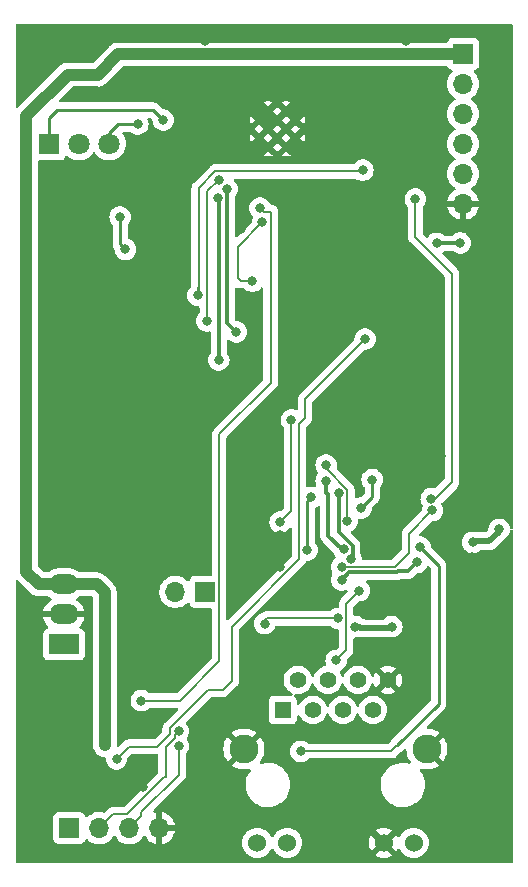
<source format=gbr>
%TF.GenerationSoftware,KiCad,Pcbnew,7.0.0-da2b9df05c~171~ubuntu22.10.1*%
%TF.CreationDate,2023-03-06T15:09:23+01:00*%
%TF.ProjectId,frakfurt_eth,6672616b-6675-4727-945f-6574682e6b69,rev?*%
%TF.SameCoordinates,Original*%
%TF.FileFunction,Copper,L2,Bot*%
%TF.FilePolarity,Positive*%
%FSLAX46Y46*%
G04 Gerber Fmt 4.6, Leading zero omitted, Abs format (unit mm)*
G04 Created by KiCad (PCBNEW 7.0.0-da2b9df05c~171~ubuntu22.10.1) date 2023-03-06 15:09:23*
%MOMM*%
%LPD*%
G01*
G04 APERTURE LIST*
%TA.AperFunction,HeatsinkPad*%
%ADD10C,0.600000*%
%TD*%
%TA.AperFunction,ComponentPad*%
%ADD11R,1.700000X1.700000*%
%TD*%
%TA.AperFunction,ComponentPad*%
%ADD12O,1.700000X1.700000*%
%TD*%
%TA.AperFunction,ComponentPad*%
%ADD13R,1.800000X1.800000*%
%TD*%
%TA.AperFunction,ComponentPad*%
%ADD14C,1.800000*%
%TD*%
%TA.AperFunction,ComponentPad*%
%ADD15R,2.500000X1.700000*%
%TD*%
%TA.AperFunction,ComponentPad*%
%ADD16O,2.500000X1.700000*%
%TD*%
%TA.AperFunction,ComponentPad*%
%ADD17R,1.398000X1.398000*%
%TD*%
%TA.AperFunction,ComponentPad*%
%ADD18C,1.398000*%
%TD*%
%TA.AperFunction,ComponentPad*%
%ADD19C,1.530000*%
%TD*%
%TA.AperFunction,ComponentPad*%
%ADD20C,2.445000*%
%TD*%
%TA.AperFunction,ViaPad*%
%ADD21C,0.800000*%
%TD*%
%TA.AperFunction,Conductor*%
%ADD22C,0.200000*%
%TD*%
%TA.AperFunction,Conductor*%
%ADD23C,1.000000*%
%TD*%
%TA.AperFunction,Conductor*%
%ADD24C,0.500000*%
%TD*%
%TA.AperFunction,Conductor*%
%ADD25C,0.250000*%
%TD*%
%TA.AperFunction,Conductor*%
%ADD26C,0.300000*%
%TD*%
G04 APERTURE END LIST*
D10*
%TO.P,U2,39,GND*%
%TO.N,GND*%
X114635000Y-59087500D03*
X114635000Y-60612500D03*
X115397500Y-58325000D03*
X115397500Y-59850000D03*
X115397500Y-61375000D03*
X116160000Y-59087500D03*
X116160000Y-60612500D03*
X116922500Y-58325000D03*
X116922500Y-59850000D03*
X116922500Y-61375000D03*
X117685000Y-59087500D03*
X117685000Y-60612500D03*
%TD*%
D11*
%TO.P,J4,1,Pin_1*%
%TO.N,VBUS*%
X98549999Y-119049999D03*
D12*
%TO.P,J4,2,Pin_2*%
%TO.N,/CANH*%
X101089999Y-119049999D03*
%TO.P,J4,3,Pin_3*%
%TO.N,/CANL*%
X103629999Y-119049999D03*
%TO.P,J4,4,Pin_4*%
%TO.N,GND*%
X106169999Y-119049999D03*
%TD*%
D11*
%TO.P,J2,1,Pin_1*%
%TO.N,+3V3*%
X131899999Y-53499999D03*
D12*
%TO.P,J2,2,Pin_2*%
%TO.N,/EN*%
X131899999Y-56039999D03*
%TO.P,J2,3,Pin_3*%
%TO.N,/BOOT0*%
X131899999Y-58579999D03*
%TO.P,J2,4,Pin_4*%
%TO.N,/TX*%
X131899999Y-61119999D03*
%TO.P,J2,5,Pin_5*%
%TO.N,/RX*%
X131899999Y-63659999D03*
%TO.P,J2,6,Pin_6*%
%TO.N,GND*%
X131899999Y-66199999D03*
%TD*%
D13*
%TO.P,D1,1,K1*%
%TO.N,/LEDA*%
X96849999Y-61099999D03*
D14*
%TO.P,D1,2,A*%
%TO.N,Net-(D1-A)*%
X99390000Y-61100000D03*
%TO.P,D1,3,K2*%
%TO.N,/LEDB*%
X101930000Y-61100000D03*
%TD*%
D15*
%TO.P,U5,1,IN*%
%TO.N,Net-(D3-K)*%
X98092499Y-103497499D03*
D16*
%TO.P,U5,2,GND*%
%TO.N,GND*%
X98092499Y-100957499D03*
%TO.P,U5,3,OUT*%
%TO.N,+3V3*%
X98092499Y-98417499D03*
%TD*%
D17*
%TO.P,J1,1*%
%TO.N,/TX+*%
X116634999Y-109049999D03*
D18*
%TO.P,J1,2*%
%TO.N,/TX-*%
X117905000Y-106510000D03*
%TO.P,J1,3*%
%TO.N,/RX+*%
X119175000Y-109050000D03*
%TO.P,J1,4*%
%TO.N,+3V3*%
X120445000Y-106510000D03*
%TO.P,J1,5*%
X121715000Y-109050000D03*
%TO.P,J1,6*%
%TO.N,/RX-*%
X122985000Y-106510000D03*
%TO.P,J1,7*%
%TO.N,N/C*%
X124255000Y-109050000D03*
%TO.P,J1,8*%
%TO.N,GND*%
X125525000Y-106510000D03*
D19*
%TO.P,J1,9*%
%TO.N,+3V3*%
X114460000Y-120300000D03*
%TO.P,J1,10*%
%TO.N,Net-(J1-Pad10)*%
X117000000Y-120300000D03*
%TO.P,J1,11*%
%TO.N,GND*%
X125170000Y-120300000D03*
%TO.P,J1,12*%
%TO.N,Net-(J1-Pad12)*%
X127710000Y-120300000D03*
D20*
%TO.P,J1,15,SHIELD*%
%TO.N,GND*%
X113340000Y-112350000D03*
%TO.P,J1,16,SHIELD*%
X128830000Y-112350000D03*
%TD*%
D11*
%TO.P,J5,1,Pin_1*%
%TO.N,Net-(J5-Pin_1)*%
X110074999Y-99049999D03*
D12*
%TO.P,J5,2,Pin_2*%
%TO.N,/CANH*%
X107534999Y-99049999D03*
%TD*%
D21*
%TO.N,GND*%
X127100000Y-52450000D03*
X116400000Y-94200000D03*
X117750000Y-61450000D03*
X133100000Y-78600000D03*
X125600000Y-86100000D03*
X110000000Y-52450000D03*
X115050000Y-107000000D03*
X132650000Y-96100000D03*
X121000000Y-74350000D03*
X135000000Y-52150000D03*
X127850000Y-62850000D03*
X114600000Y-61400000D03*
X107350000Y-74500000D03*
X106000000Y-110350000D03*
X121900000Y-66250000D03*
X115400000Y-59100000D03*
X132650000Y-97850000D03*
X116200000Y-112250000D03*
X104750000Y-115600000D03*
X116350000Y-96950000D03*
X118450000Y-99100000D03*
X133050000Y-73150000D03*
X112400000Y-119750000D03*
X125400000Y-94550000D03*
X101500000Y-52150000D03*
X109950000Y-104300000D03*
X133050000Y-90750000D03*
X100650000Y-93400000D03*
X101950000Y-90850000D03*
X113100000Y-68350000D03*
X117750000Y-58300000D03*
X114650000Y-58300000D03*
X130950000Y-68050000D03*
X105700000Y-71000000D03*
X132850000Y-84950000D03*
X130050000Y-87550000D03*
%TO.N,+3V3*%
X124200000Y-89550000D03*
X123273470Y-91934484D03*
X101550000Y-112000000D03*
X100850000Y-55250000D03*
X132700000Y-94850000D03*
X134950000Y-93750000D03*
%TO.N,/PHY_RST*%
X118700000Y-95500000D03*
X119050000Y-91050000D03*
%TO.N,/TX+*%
X115100000Y-101750000D03*
X121300000Y-101300000D03*
%TO.N,/TX-*%
X123100000Y-98950000D03*
X121150000Y-104850000D03*
%TO.N,/PHY_L2*%
X128250000Y-95250000D03*
X118150000Y-112550000D03*
%TO.N,/BOOT0*%
X129650000Y-69550000D03*
X131650000Y-69500000D03*
%TO.N,Net-(U3-CRS_DV{slash}MODE2)*%
X102850000Y-67300000D03*
X103300000Y-70050000D03*
%TO.N,/PHY_INT*%
X117350000Y-84500000D03*
X116400000Y-93150000D03*
%TO.N,/LEDB*%
X104350000Y-59450000D03*
%TO.N,/PHY_RXER*%
X114050000Y-72750000D03*
X114900000Y-67750000D03*
%TO.N,/ETH_CLK*%
X129200000Y-91150000D03*
X127850000Y-65800000D03*
%TO.N,/ETH_MDIO*%
X109450000Y-73950000D03*
X123400000Y-63350000D03*
%TO.N,/ETH_TXD0*%
X111206861Y-79425095D03*
X121782456Y-95449500D03*
X111162647Y-65674053D03*
X120300000Y-89650000D03*
%TO.N,/ETH_TXEN*%
X129300000Y-92150000D03*
X121600000Y-96950000D03*
%TO.N,/ETH_TXD1*%
X121350000Y-90650000D03*
X112700000Y-77050000D03*
X122392948Y-96240894D03*
X111900000Y-64950000D03*
%TO.N,/ETH_MDC*%
X110200000Y-76105469D03*
X122099500Y-93050500D03*
X111200000Y-64150000D03*
X120300000Y-88300000D03*
%TO.N,/CANL*%
X107800000Y-112100000D03*
%TO.N,/CANH*%
X107800000Y-110850000D03*
%TO.N,/txcan*%
X114700000Y-66550000D03*
X104650000Y-108250000D03*
%TO.N,/rxcan*%
X123600000Y-77650000D03*
X102550000Y-113200000D03*
%TO.N,Net-(U3-VDD1A)*%
X128000000Y-96550000D03*
X121600000Y-98050000D03*
%TO.N,/LEDA*%
X106500000Y-59100000D03*
%TO.N,Net-(J1-Pad4)*%
X122764997Y-101989983D03*
X125850000Y-102000000D03*
%TD*%
D22*
%TO.N,GND*%
X100650000Y-93400000D02*
X100600000Y-93400000D01*
D23*
%TO.N,+3V3*%
X94900000Y-97350000D02*
X95967500Y-98417500D01*
D24*
X134126551Y-94773449D02*
X132776551Y-94773449D01*
X134950000Y-93950000D02*
X134950000Y-93750000D01*
X132776551Y-94773449D02*
X132700000Y-94850000D01*
D25*
X124200000Y-91007954D02*
X123273470Y-91934484D01*
D23*
X98092500Y-98417500D02*
X100867500Y-98417500D01*
X101550000Y-99100000D02*
X101550000Y-112000000D01*
X131850000Y-53550000D02*
X102700000Y-53550000D01*
D25*
X124200000Y-91007954D02*
X124200000Y-89550000D01*
D23*
X98400000Y-55250000D02*
X94900000Y-58750000D01*
X94900000Y-58750000D02*
X94900000Y-97350000D01*
D24*
X134126551Y-94773449D02*
X134950000Y-93950000D01*
D23*
X101000000Y-55250000D02*
X98400000Y-55250000D01*
X100867500Y-98417500D02*
X101550000Y-99100000D01*
X102700000Y-53550000D02*
X101000000Y-55250000D01*
X131900000Y-53500000D02*
X131850000Y-53550000D01*
X95967500Y-98417500D02*
X98092500Y-98417500D01*
D25*
%TO.N,/PHY_RST*%
X119050000Y-91050000D02*
X118700000Y-91400000D01*
X118700000Y-91400000D02*
X118700000Y-95500000D01*
D22*
%TO.N,/TX+*%
X115300000Y-101300000D02*
X121000000Y-101300000D01*
X115300000Y-101300000D02*
X115050000Y-101550000D01*
%TO.N,/TX-*%
X121150000Y-104850000D02*
X122000000Y-104000000D01*
X122000000Y-104000000D02*
X122000000Y-100050000D01*
X122000000Y-100050000D02*
X123100000Y-98950000D01*
%TO.N,/PHY_L2*%
X118150000Y-112550000D02*
X125800000Y-112550000D01*
D25*
X129825000Y-96825000D02*
X129825000Y-108525000D01*
X128250000Y-95250000D02*
X129825000Y-96825000D01*
D22*
X125800000Y-112550000D02*
X126300000Y-112050000D01*
D25*
X129825000Y-108525000D02*
X126300000Y-112050000D01*
D26*
%TO.N,/BOOT0*%
X129650000Y-69550000D02*
X131900000Y-69550000D01*
D25*
%TO.N,Net-(U3-CRS_DV{slash}MODE2)*%
X102850000Y-69600000D02*
X102850000Y-67300000D01*
X103300000Y-70050000D02*
X102850000Y-69600000D01*
D22*
%TO.N,/PHY_INT*%
X117350000Y-92200000D02*
X116400000Y-93150000D01*
X117350000Y-84500000D02*
X117350000Y-92200000D01*
D25*
%TO.N,/LEDB*%
X104350000Y-59450000D02*
X102650000Y-59450000D01*
X102650000Y-59450000D02*
X101930000Y-60170000D01*
X101930000Y-60170000D02*
X101930000Y-61100000D01*
D22*
%TO.N,/PHY_RXER*%
X112800000Y-69850000D02*
X114900000Y-67750000D01*
X114050000Y-72750000D02*
X113050000Y-72750000D01*
X112800000Y-72500000D02*
X112800000Y-69850000D01*
X113050000Y-72750000D02*
X112800000Y-72500000D01*
%TO.N,/ETH_CLK*%
X127850000Y-69000000D02*
X127850000Y-65800000D01*
X130950000Y-89750000D02*
X130950000Y-72350000D01*
X130950000Y-72100000D02*
X127850000Y-69000000D01*
X130950000Y-72350000D02*
X130950000Y-72100000D01*
X129200000Y-91150000D02*
X129550000Y-91150000D01*
X129550000Y-91150000D02*
X130950000Y-89750000D01*
%TO.N,/ETH_MDIO*%
X110910256Y-63450499D02*
X123299501Y-63450499D01*
X109450000Y-73250000D02*
X109500000Y-73200000D01*
X123299501Y-63450499D02*
X123400000Y-63350000D01*
X109500000Y-73200000D02*
X109500000Y-64860755D01*
X109500000Y-64860755D02*
X110910256Y-63450499D01*
X109450000Y-73950000D02*
X109450000Y-73250000D01*
X109500000Y-73750000D02*
X109500000Y-73200000D01*
D26*
%TO.N,/ETH_TXD0*%
X120450000Y-94300000D02*
X120450000Y-90800000D01*
X111206861Y-65718267D02*
X111206861Y-79425095D01*
X120300000Y-89650000D02*
X120300000Y-90650000D01*
X121599500Y-95449500D02*
X120450000Y-94300000D01*
X120300000Y-90650000D02*
X120450000Y-90800000D01*
X111162647Y-65674053D02*
X111206861Y-65718267D01*
D22*
%TO.N,/ETH_TXEN*%
X127300000Y-95750000D02*
X126100000Y-96950000D01*
X129300000Y-92150000D02*
X127300000Y-94150000D01*
X126100000Y-96950000D02*
X121600000Y-96950000D01*
X127300000Y-94150000D02*
X127300000Y-95750000D01*
D26*
%TO.N,/ETH_TXD1*%
X122532456Y-95138839D02*
X122532456Y-96101386D01*
X111923969Y-64973969D02*
X111923969Y-76244939D01*
X111923969Y-76244939D02*
X111923969Y-76273969D01*
X111923969Y-76273969D02*
X112700000Y-77050000D01*
X122532456Y-96101386D02*
X122392948Y-96240894D01*
X111900000Y-64950000D02*
X111923969Y-64973969D01*
X121350000Y-93956383D02*
X122532456Y-95138839D01*
X122533349Y-96100493D02*
X122392948Y-96240894D01*
X121350000Y-90650000D02*
X121350000Y-93956383D01*
D22*
%TO.N,/ETH_MDC*%
X110200000Y-65150000D02*
X110200000Y-76105469D01*
X122099500Y-90409550D02*
X120439950Y-88750000D01*
X122099500Y-93050500D02*
X122099500Y-90409550D01*
X111200000Y-64150000D02*
X110200000Y-65150000D01*
X120439950Y-88750000D02*
X120439950Y-88439950D01*
X120439950Y-88439950D02*
X120300000Y-88300000D01*
%TO.N,/CANL*%
X107800000Y-114550000D02*
X104650000Y-117700000D01*
X107800000Y-112100000D02*
X107800000Y-114550000D01*
X104650000Y-117700000D02*
X104650000Y-118030000D01*
X104650000Y-118030000D02*
X103630000Y-119050000D01*
%TO.N,/CANH*%
X107510050Y-111400000D02*
X107510050Y-111139950D01*
X102240000Y-117900000D02*
X101090000Y-119050000D01*
X106711497Y-112198553D02*
X107510050Y-111400000D01*
X106711497Y-114742157D02*
X106597793Y-114742157D01*
X106711497Y-114742157D02*
X106711497Y-112198553D01*
X107510050Y-111139950D02*
X107800000Y-110850000D01*
X106597793Y-114742157D02*
X103439950Y-117900000D01*
X103439950Y-117900000D02*
X102240000Y-117900000D01*
%TO.N,/txcan*%
X115600000Y-81350000D02*
X115600000Y-66850000D01*
X111225000Y-85725000D02*
X111225000Y-104925000D01*
X111225000Y-85725000D02*
X115600000Y-81350000D01*
X107900000Y-108250000D02*
X104650000Y-108250000D01*
X111225000Y-104925000D02*
X107900000Y-108250000D01*
X115600000Y-66850000D02*
X115000000Y-66850000D01*
X115000000Y-66850000D02*
X114700000Y-66550000D01*
%TO.N,/rxcan*%
X106000000Y-112150000D02*
X107050000Y-111100000D01*
X118000000Y-96289950D02*
X118000000Y-84839950D01*
X107050000Y-111100000D02*
X107050000Y-110600000D01*
X110300000Y-107350000D02*
X111539950Y-107350000D01*
X112300000Y-106589950D02*
X112300000Y-101989950D01*
X103600000Y-112150000D02*
X106000000Y-112150000D01*
X107050000Y-110600000D02*
X110300000Y-107350000D01*
X112300000Y-101989950D02*
X118000000Y-96289950D01*
X111539950Y-107350000D02*
X112300000Y-106589950D01*
X118525000Y-84314950D02*
X118525000Y-82725000D01*
X102550000Y-113200000D02*
X103600000Y-112150000D01*
X118525000Y-82725000D02*
X123600000Y-77650000D01*
X118000000Y-84839950D02*
X118525000Y-84314950D01*
D26*
%TO.N,Net-(U3-VDD1A)*%
X126286193Y-97399511D02*
X125913806Y-97399510D01*
X127250489Y-97299511D02*
X126386193Y-97299511D01*
X122250489Y-97399511D02*
X121600000Y-98050000D01*
X128000000Y-96550000D02*
X127250489Y-97299511D01*
X126386193Y-97299511D02*
X126286193Y-97399511D01*
X125913806Y-97399510D02*
X122250489Y-97399511D01*
D25*
%TO.N,/LEDA*%
X96850000Y-61100000D02*
X96850000Y-58950000D01*
X96850000Y-58950000D02*
X97550000Y-58250000D01*
X97550000Y-58250000D02*
X105650000Y-58250000D01*
X105650000Y-58250000D02*
X106500000Y-59100000D01*
D24*
%TO.N,Net-(J1-Pad4)*%
X123250000Y-102150000D02*
X123089983Y-101989983D01*
X125850000Y-102000000D02*
X125700000Y-102150000D01*
X123089983Y-101989983D02*
X122764997Y-101989983D01*
X125700000Y-102150000D02*
X123250000Y-102150000D01*
%TD*%
%TA.AperFunction,Conductor*%
%TO.N,GND*%
G36*
X136036500Y-50976881D02*
G01*
X136082619Y-51023000D01*
X136099500Y-51086000D01*
X136099500Y-93591125D01*
X136083702Y-93652211D01*
X136040270Y-93697979D01*
X135980094Y-93716952D01*
X135918265Y-93704373D01*
X135870287Y-93663396D01*
X135848190Y-93604296D01*
X135847098Y-93593909D01*
X135843542Y-93560072D01*
X135798698Y-93422056D01*
X135786569Y-93384728D01*
X135786568Y-93384726D01*
X135784527Y-93378444D01*
X135689040Y-93213056D01*
X135561253Y-93071134D01*
X135555911Y-93067253D01*
X135555908Y-93067250D01*
X135428727Y-92974848D01*
X135406752Y-92958882D01*
X135232288Y-92881206D01*
X135225835Y-92879834D01*
X135225831Y-92879833D01*
X135051943Y-92842872D01*
X135051940Y-92842871D01*
X135045487Y-92841500D01*
X134854513Y-92841500D01*
X134848060Y-92842871D01*
X134848056Y-92842872D01*
X134674168Y-92879833D01*
X134674161Y-92879835D01*
X134667712Y-92881206D01*
X134661682Y-92883890D01*
X134661681Y-92883891D01*
X134499278Y-92956197D01*
X134499275Y-92956198D01*
X134493248Y-92958882D01*
X134487907Y-92962762D01*
X134487906Y-92962763D01*
X134344091Y-93067250D01*
X134344083Y-93067256D01*
X134338747Y-93071134D01*
X134334330Y-93076039D01*
X134334325Y-93076044D01*
X134215379Y-93208148D01*
X134210960Y-93213056D01*
X134207661Y-93218769D01*
X134207658Y-93218774D01*
X134141500Y-93333364D01*
X134115473Y-93378444D01*
X134113434Y-93384718D01*
X134113430Y-93384728D01*
X134058497Y-93553794D01*
X134058495Y-93553801D01*
X134056458Y-93560072D01*
X134055768Y-93566633D01*
X134055768Y-93566635D01*
X134036496Y-93750000D01*
X134034822Y-93749824D01*
X134027595Y-93786159D01*
X134000282Y-93827036D01*
X133849275Y-93978044D01*
X133808397Y-94005358D01*
X133760179Y-94014949D01*
X133084859Y-94014949D01*
X133033610Y-94004056D01*
X133004620Y-93991149D01*
X132982288Y-93981206D01*
X132975835Y-93979834D01*
X132975831Y-93979833D01*
X132801943Y-93942872D01*
X132801940Y-93942871D01*
X132795487Y-93941500D01*
X132604513Y-93941500D01*
X132598060Y-93942871D01*
X132598056Y-93942872D01*
X132424168Y-93979833D01*
X132424161Y-93979835D01*
X132417712Y-93981206D01*
X132411682Y-93983890D01*
X132411681Y-93983891D01*
X132249278Y-94056197D01*
X132249275Y-94056198D01*
X132243248Y-94058882D01*
X132237907Y-94062762D01*
X132237906Y-94062763D01*
X132094091Y-94167250D01*
X132094083Y-94167256D01*
X132088747Y-94171134D01*
X132084330Y-94176039D01*
X132084325Y-94176044D01*
X131984471Y-94286944D01*
X131960960Y-94313056D01*
X131957661Y-94318769D01*
X131957658Y-94318774D01*
X131868777Y-94472721D01*
X131865473Y-94478444D01*
X131863434Y-94484718D01*
X131863430Y-94484728D01*
X131808497Y-94653794D01*
X131808495Y-94653801D01*
X131806458Y-94660072D01*
X131805768Y-94666633D01*
X131805768Y-94666635D01*
X131797223Y-94747941D01*
X131786496Y-94850000D01*
X131787186Y-94856565D01*
X131798979Y-94968774D01*
X131806458Y-95039928D01*
X131808495Y-95046200D01*
X131808497Y-95046205D01*
X131863430Y-95215271D01*
X131863433Y-95215278D01*
X131865473Y-95221556D01*
X131911898Y-95301966D01*
X131954832Y-95376331D01*
X131960960Y-95386944D01*
X132088747Y-95528866D01*
X132094089Y-95532747D01*
X132094091Y-95532749D01*
X132099653Y-95536790D01*
X132243248Y-95641118D01*
X132417712Y-95718794D01*
X132604513Y-95758500D01*
X132788884Y-95758500D01*
X132795487Y-95758500D01*
X132982288Y-95718794D01*
X133156752Y-95641118D01*
X133273888Y-95556013D01*
X133309014Y-95538116D01*
X133347950Y-95531949D01*
X134062109Y-95531949D01*
X134080371Y-95533279D01*
X134104340Y-95536790D01*
X134154197Y-95532427D01*
X134165179Y-95531949D01*
X134167064Y-95531949D01*
X134170731Y-95531949D01*
X134201851Y-95528310D01*
X134205454Y-95527942D01*
X134280977Y-95521336D01*
X134287944Y-95519027D01*
X134291248Y-95518345D01*
X134291671Y-95518276D01*
X134292103Y-95518154D01*
X134295364Y-95517381D01*
X134302664Y-95516528D01*
X134373971Y-95490573D01*
X134377320Y-95489410D01*
X134449289Y-95465563D01*
X134455540Y-95461706D01*
X134458576Y-95460291D01*
X134458994Y-95460117D01*
X134459381Y-95459902D01*
X134462378Y-95458396D01*
X134469283Y-95455884D01*
X134532690Y-95414178D01*
X134535648Y-95412294D01*
X134600202Y-95372479D01*
X134605396Y-95367283D01*
X134608023Y-95365207D01*
X134608388Y-95364943D01*
X134608716Y-95364643D01*
X134611283Y-95362488D01*
X134617425Y-95358450D01*
X134669513Y-95303238D01*
X134671999Y-95300680D01*
X135440778Y-94531901D01*
X135454623Y-94519937D01*
X135474058Y-94505469D01*
X135492596Y-94483374D01*
X135515052Y-94462431D01*
X135561253Y-94428866D01*
X135689040Y-94286944D01*
X135784527Y-94121556D01*
X135843542Y-93939928D01*
X135848190Y-93895703D01*
X135870287Y-93836604D01*
X135918265Y-93795627D01*
X135980094Y-93783048D01*
X136040270Y-93802021D01*
X136083702Y-93847789D01*
X136099500Y-93908875D01*
X136099500Y-121873500D01*
X136082619Y-121936500D01*
X136036500Y-121982619D01*
X135973500Y-121999500D01*
X94126500Y-121999500D01*
X94063500Y-121982619D01*
X94017381Y-121936500D01*
X94000500Y-121873500D01*
X94000500Y-104396138D01*
X96334000Y-104396138D01*
X96334359Y-104399485D01*
X96334360Y-104399488D01*
X96339668Y-104448867D01*
X96339669Y-104448873D01*
X96340511Y-104456701D01*
X96343262Y-104464078D01*
X96343263Y-104464080D01*
X96388462Y-104585263D01*
X96388464Y-104585266D01*
X96391611Y-104593704D01*
X96397008Y-104600914D01*
X96397010Y-104600917D01*
X96473840Y-104703549D01*
X96479239Y-104710761D01*
X96596296Y-104798389D01*
X96733299Y-104849489D01*
X96793862Y-104856000D01*
X99387769Y-104856000D01*
X99391138Y-104856000D01*
X99451701Y-104849489D01*
X99588704Y-104798389D01*
X99705761Y-104710761D01*
X99793389Y-104593704D01*
X99844489Y-104456701D01*
X99851000Y-104396138D01*
X99851000Y-102598862D01*
X99844489Y-102538299D01*
X99793389Y-102401296D01*
X99775409Y-102377278D01*
X99711159Y-102291450D01*
X99705761Y-102284239D01*
X99688744Y-102271500D01*
X99595917Y-102202010D01*
X99595914Y-102202008D01*
X99588704Y-102196611D01*
X99580266Y-102193464D01*
X99580263Y-102193462D01*
X99469763Y-102152248D01*
X99418135Y-102116198D01*
X99390398Y-102059666D01*
X99393481Y-101996773D01*
X99426612Y-101943225D01*
X99511735Y-101861641D01*
X99518785Y-101853631D01*
X99649868Y-101676396D01*
X99655471Y-101667296D01*
X99754719Y-101470448D01*
X99758696Y-101460553D01*
X99823251Y-101249757D01*
X99825499Y-101239327D01*
X99826783Y-101229304D01*
X99824604Y-101215424D01*
X99811112Y-101211500D01*
X96372161Y-101211500D01*
X96361151Y-101213995D01*
X96361031Y-101225283D01*
X96388202Y-101351355D01*
X96391328Y-101361561D01*
X96473524Y-101566117D01*
X96478329Y-101575646D01*
X96593917Y-101763374D01*
X96600263Y-101771954D01*
X96745909Y-101937438D01*
X96753753Y-101944956D01*
X96786883Y-101998504D01*
X96789965Y-102061397D01*
X96762228Y-102117927D01*
X96710600Y-102153976D01*
X96604742Y-102193459D01*
X96604731Y-102193464D01*
X96596296Y-102196611D01*
X96589088Y-102202006D01*
X96589082Y-102202010D01*
X96486450Y-102278840D01*
X96486446Y-102278843D01*
X96479239Y-102284239D01*
X96473843Y-102291446D01*
X96473840Y-102291450D01*
X96397010Y-102394082D01*
X96397006Y-102394088D01*
X96391611Y-102401296D01*
X96388465Y-102409730D01*
X96388462Y-102409736D01*
X96343263Y-102530919D01*
X96343261Y-102530923D01*
X96340511Y-102538299D01*
X96339669Y-102546125D01*
X96339668Y-102546132D01*
X96334360Y-102595511D01*
X96334000Y-102598862D01*
X96334000Y-104396138D01*
X94000500Y-104396138D01*
X94000500Y-98182843D01*
X94020049Y-98115433D01*
X94072629Y-98068940D01*
X94141925Y-98057791D01*
X94206432Y-98085443D01*
X94217146Y-98094236D01*
X94226298Y-98102532D01*
X95214962Y-99091196D01*
X95223266Y-99100357D01*
X95250932Y-99134068D01*
X95404496Y-99260095D01*
X95513338Y-99318272D01*
X95579696Y-99353741D01*
X95769799Y-99411409D01*
X95967500Y-99430880D01*
X95973663Y-99430273D01*
X95973664Y-99430273D01*
X96010888Y-99426607D01*
X96023237Y-99426000D01*
X96734525Y-99426000D01*
X96776501Y-99433197D01*
X96813681Y-99453968D01*
X96897574Y-99521706D01*
X96929024Y-99547100D01*
X96933698Y-99549711D01*
X96983120Y-99577320D01*
X97028963Y-99621257D01*
X97047557Y-99681972D01*
X97034180Y-99744045D01*
X96992228Y-99791712D01*
X96840732Y-99894106D01*
X96832422Y-99900816D01*
X96673270Y-100053351D01*
X96666214Y-100061368D01*
X96535131Y-100238603D01*
X96529528Y-100247703D01*
X96430280Y-100444551D01*
X96426303Y-100454446D01*
X96361748Y-100665242D01*
X96359500Y-100675672D01*
X96358216Y-100685695D01*
X96360395Y-100699575D01*
X96373888Y-100703500D01*
X99812839Y-100703500D01*
X99823848Y-100701004D01*
X99823968Y-100689716D01*
X99796797Y-100563644D01*
X99793671Y-100553438D01*
X99711475Y-100348882D01*
X99706670Y-100339353D01*
X99591082Y-100151625D01*
X99584736Y-100143045D01*
X99439090Y-99977561D01*
X99431382Y-99970173D01*
X99259860Y-99831679D01*
X99251026Y-99825708D01*
X99201902Y-99798266D01*
X99156059Y-99754329D01*
X99137466Y-99693613D01*
X99150843Y-99631540D01*
X99192793Y-99583875D01*
X99349023Y-99478283D01*
X99367022Y-99461031D01*
X99407224Y-99435086D01*
X99454204Y-99426000D01*
X100397576Y-99426000D01*
X100445794Y-99435591D01*
X100486671Y-99462905D01*
X100504595Y-99480829D01*
X100531909Y-99521706D01*
X100541500Y-99569924D01*
X100541500Y-112049547D01*
X100541802Y-112052619D01*
X100541803Y-112052627D01*
X100555484Y-112191538D01*
X100555485Y-112191547D01*
X100556092Y-112197701D01*
X100557887Y-112203619D01*
X100557888Y-112203623D01*
X100598733Y-112338270D01*
X100613759Y-112387804D01*
X100616678Y-112393265D01*
X100699886Y-112548938D01*
X100707405Y-112563004D01*
X100833432Y-112716568D01*
X100986996Y-112842595D01*
X101162196Y-112936241D01*
X101352299Y-112993908D01*
X101528807Y-113011292D01*
X101590071Y-113034426D01*
X101631450Y-113085184D01*
X101641766Y-113149854D01*
X101640744Y-113159578D01*
X101636496Y-113200000D01*
X101637186Y-113206565D01*
X101654115Y-113367641D01*
X101656458Y-113389928D01*
X101658495Y-113396200D01*
X101658497Y-113396205D01*
X101713430Y-113565271D01*
X101713433Y-113565278D01*
X101715473Y-113571556D01*
X101810960Y-113736944D01*
X101938747Y-113878866D01*
X101944089Y-113882747D01*
X101944091Y-113882749D01*
X101983770Y-113911577D01*
X102093248Y-113991118D01*
X102267712Y-114068794D01*
X102454513Y-114108500D01*
X102638884Y-114108500D01*
X102645487Y-114108500D01*
X102832288Y-114068794D01*
X103006752Y-113991118D01*
X103161253Y-113878866D01*
X103289040Y-113736944D01*
X103384527Y-113571556D01*
X103443542Y-113389928D01*
X103463504Y-113200000D01*
X103463260Y-113197681D01*
X103472405Y-113151707D01*
X103499719Y-113110829D01*
X103815145Y-112795404D01*
X103856022Y-112768091D01*
X103904240Y-112758500D01*
X105951864Y-112758500D01*
X105968306Y-112759577D01*
X105989058Y-112762309D01*
X105993444Y-112762887D01*
X106049268Y-112784596D01*
X106088760Y-112829629D01*
X106102997Y-112887809D01*
X106102997Y-114324214D01*
X106093406Y-114372432D01*
X106066092Y-114413309D01*
X103224806Y-117254595D01*
X103183929Y-117281909D01*
X103135711Y-117291500D01*
X102288144Y-117291500D01*
X102271698Y-117290422D01*
X102248188Y-117287327D01*
X102240000Y-117286249D01*
X102231812Y-117287327D01*
X102089337Y-117306083D01*
X102089329Y-117306085D01*
X102081149Y-117307162D01*
X102073522Y-117310321D01*
X102073519Y-117310322D01*
X101940753Y-117365315D01*
X101940747Y-117365318D01*
X101933124Y-117368476D01*
X101838043Y-117441435D01*
X101837992Y-117441474D01*
X101838042Y-117441435D01*
X101837973Y-117441488D01*
X101837925Y-117441525D01*
X101812559Y-117460989D01*
X101812555Y-117460992D01*
X101806013Y-117466013D01*
X101800992Y-117472555D01*
X101800989Y-117472559D01*
X101786545Y-117491382D01*
X101775681Y-117503768D01*
X101574243Y-117705206D01*
X101513551Y-117738868D01*
X101444241Y-117735286D01*
X101429565Y-117730248D01*
X101429560Y-117730246D01*
X101424635Y-117728556D01*
X101419498Y-117727698D01*
X101419495Y-117727698D01*
X101207706Y-117692357D01*
X101207703Y-117692356D01*
X101202569Y-117691500D01*
X100977431Y-117691500D01*
X100972297Y-117692356D01*
X100972293Y-117692357D01*
X100760504Y-117727698D01*
X100760498Y-117727699D01*
X100755365Y-117728556D01*
X100750443Y-117730245D01*
X100750434Y-117730248D01*
X100547357Y-117799964D01*
X100547344Y-117799969D01*
X100542426Y-117801658D01*
X100537847Y-117804135D01*
X100537840Y-117804139D01*
X100349005Y-117906331D01*
X100348997Y-117906336D01*
X100344424Y-117908811D01*
X100340313Y-117912010D01*
X100340311Y-117912012D01*
X100170878Y-118043888D01*
X100170872Y-118043893D01*
X100166760Y-118047094D01*
X100163237Y-118050920D01*
X100163226Y-118050931D01*
X100105754Y-118113362D01*
X100052281Y-118147761D01*
X99988820Y-118151671D01*
X99931530Y-118124095D01*
X99894998Y-118072056D01*
X99894186Y-118069880D01*
X99850889Y-117953796D01*
X99819923Y-117912431D01*
X99768659Y-117843950D01*
X99763261Y-117836739D01*
X99756049Y-117831340D01*
X99653417Y-117754510D01*
X99653414Y-117754508D01*
X99646204Y-117749111D01*
X99637766Y-117745964D01*
X99637763Y-117745962D01*
X99516580Y-117700763D01*
X99516578Y-117700762D01*
X99509201Y-117698011D01*
X99501373Y-117697169D01*
X99501367Y-117697168D01*
X99451988Y-117691860D01*
X99451985Y-117691859D01*
X99448638Y-117691500D01*
X97651362Y-117691500D01*
X97648015Y-117691859D01*
X97648011Y-117691860D01*
X97598632Y-117697168D01*
X97598625Y-117697169D01*
X97590799Y-117698011D01*
X97583423Y-117700761D01*
X97583419Y-117700763D01*
X97462236Y-117745962D01*
X97462230Y-117745965D01*
X97453796Y-117749111D01*
X97446588Y-117754506D01*
X97446582Y-117754510D01*
X97343950Y-117831340D01*
X97343946Y-117831343D01*
X97336739Y-117836739D01*
X97331343Y-117843946D01*
X97331340Y-117843950D01*
X97254510Y-117946582D01*
X97254506Y-117946588D01*
X97249111Y-117953796D01*
X97245965Y-117962230D01*
X97245962Y-117962236D01*
X97200763Y-118083419D01*
X97200761Y-118083423D01*
X97198011Y-118090799D01*
X97197169Y-118098625D01*
X97197168Y-118098632D01*
X97194431Y-118124095D01*
X97191500Y-118151362D01*
X97191500Y-119948638D01*
X97191859Y-119951985D01*
X97191860Y-119951988D01*
X97197168Y-120001367D01*
X97197169Y-120001373D01*
X97198011Y-120009201D01*
X97200762Y-120016578D01*
X97200763Y-120016580D01*
X97245962Y-120137763D01*
X97245964Y-120137766D01*
X97249111Y-120146204D01*
X97254508Y-120153414D01*
X97254510Y-120153417D01*
X97331340Y-120256049D01*
X97336739Y-120263261D01*
X97343950Y-120268659D01*
X97401484Y-120311729D01*
X97453796Y-120350889D01*
X97590799Y-120401989D01*
X97651362Y-120408500D01*
X99445269Y-120408500D01*
X99448638Y-120408500D01*
X99509201Y-120401989D01*
X99646204Y-120350889D01*
X99763261Y-120263261D01*
X99850889Y-120146204D01*
X99894998Y-120027943D01*
X99931530Y-119975904D01*
X99988820Y-119948328D01*
X100052282Y-119952238D01*
X100105755Y-119986638D01*
X100126526Y-120009201D01*
X100166760Y-120052906D01*
X100344424Y-120191189D01*
X100542426Y-120298342D01*
X100547355Y-120300034D01*
X100547357Y-120300035D01*
X100581421Y-120311729D01*
X100755365Y-120371444D01*
X100977431Y-120408500D01*
X101197358Y-120408500D01*
X101202569Y-120408500D01*
X101424635Y-120371444D01*
X101637574Y-120298342D01*
X101835576Y-120191189D01*
X102013240Y-120052906D01*
X102165722Y-119887268D01*
X102254518Y-119751354D01*
X102300030Y-119709457D01*
X102360000Y-119694271D01*
X102419970Y-119709457D01*
X102465481Y-119751354D01*
X102554278Y-119887268D01*
X102557806Y-119891100D01*
X102703227Y-120049069D01*
X102703231Y-120049073D01*
X102706760Y-120052906D01*
X102884424Y-120191189D01*
X103082426Y-120298342D01*
X103087355Y-120300034D01*
X103087357Y-120300035D01*
X103121421Y-120311729D01*
X103295365Y-120371444D01*
X103517431Y-120408500D01*
X103737358Y-120408500D01*
X103742569Y-120408500D01*
X103964635Y-120371444D01*
X104177574Y-120298342D01*
X104375576Y-120191189D01*
X104553240Y-120052906D01*
X104705722Y-119887268D01*
X104794817Y-119750896D01*
X104840328Y-119709001D01*
X104900297Y-119693814D01*
X104960267Y-119709000D01*
X105005781Y-119750898D01*
X105091822Y-119882592D01*
X105098210Y-119890799D01*
X105243567Y-120048700D01*
X105251211Y-120055737D01*
X105420588Y-120187568D01*
X105429281Y-120193247D01*
X105618042Y-120295400D01*
X105627559Y-120299575D01*
X105830557Y-120369264D01*
X105840627Y-120371814D01*
X105902461Y-120382132D01*
X105913598Y-120381556D01*
X105916000Y-120370664D01*
X106424000Y-120370664D01*
X106426401Y-120381556D01*
X106437538Y-120382132D01*
X106499372Y-120371814D01*
X106509442Y-120369264D01*
X106711202Y-120300000D01*
X113181635Y-120300000D01*
X113182114Y-120305475D01*
X113200576Y-120516506D01*
X113200577Y-120516512D01*
X113201056Y-120521986D01*
X113202477Y-120527292D01*
X113202479Y-120527299D01*
X113240968Y-120670938D01*
X113258730Y-120737227D01*
X113261052Y-120742207D01*
X113261053Y-120742209D01*
X113304195Y-120834728D01*
X113352903Y-120939183D01*
X113356056Y-120943686D01*
X113356059Y-120943691D01*
X113389504Y-120991454D01*
X113480716Y-121121717D01*
X113638283Y-121279284D01*
X113820817Y-121407097D01*
X114022773Y-121501270D01*
X114238014Y-121558944D01*
X114460000Y-121578365D01*
X114681986Y-121558944D01*
X114897227Y-121501270D01*
X115099183Y-121407097D01*
X115281717Y-121279284D01*
X115439284Y-121121717D01*
X115567097Y-120939183D01*
X115615804Y-120834728D01*
X115662300Y-120781710D01*
X115730000Y-120761977D01*
X115797700Y-120781710D01*
X115844195Y-120834728D01*
X115892903Y-120939183D01*
X115896056Y-120943686D01*
X115896059Y-120943691D01*
X115929504Y-120991454D01*
X116020716Y-121121717D01*
X116178283Y-121279284D01*
X116360817Y-121407097D01*
X116562773Y-121501270D01*
X116778014Y-121558944D01*
X117000000Y-121578365D01*
X117221986Y-121558944D01*
X117437227Y-121501270D01*
X117639183Y-121407097D01*
X117704100Y-121361641D01*
X124470990Y-121361641D01*
X124478542Y-121369883D01*
X124526559Y-121403505D01*
X124536055Y-121408987D01*
X124727962Y-121498474D01*
X124738254Y-121502220D01*
X124942786Y-121557024D01*
X124953581Y-121558928D01*
X125164525Y-121577384D01*
X125175475Y-121577384D01*
X125386418Y-121558928D01*
X125397213Y-121557024D01*
X125601745Y-121502220D01*
X125612037Y-121498474D01*
X125803952Y-121408983D01*
X125813430Y-121403512D01*
X125861457Y-121369882D01*
X125869008Y-121361641D01*
X125862998Y-121352208D01*
X125181729Y-120670939D01*
X125169999Y-120664167D01*
X125158271Y-120670938D01*
X124476997Y-121352211D01*
X124470990Y-121361641D01*
X117704100Y-121361641D01*
X117821717Y-121279284D01*
X117979284Y-121121717D01*
X118107097Y-120939183D01*
X118201270Y-120737227D01*
X118258944Y-120521986D01*
X118277886Y-120305475D01*
X123892616Y-120305475D01*
X123911071Y-120516418D01*
X123912975Y-120527213D01*
X123967779Y-120731745D01*
X123971525Y-120742037D01*
X124061015Y-120933951D01*
X124066492Y-120943437D01*
X124100114Y-120991454D01*
X124108358Y-120999008D01*
X124117786Y-120993002D01*
X124799059Y-120311730D01*
X124805832Y-120299999D01*
X125534167Y-120299999D01*
X125540939Y-120311729D01*
X126222208Y-120992998D01*
X126231641Y-120999008D01*
X126239882Y-120991457D01*
X126273512Y-120943430D01*
X126278988Y-120933944D01*
X126325528Y-120834137D01*
X126372022Y-120781118D01*
X126439722Y-120761385D01*
X126507422Y-120781117D01*
X126553918Y-120834135D01*
X126554195Y-120834728D01*
X126602903Y-120939183D01*
X126606056Y-120943686D01*
X126606059Y-120943691D01*
X126639504Y-120991454D01*
X126730716Y-121121717D01*
X126888283Y-121279284D01*
X127070817Y-121407097D01*
X127272773Y-121501270D01*
X127488014Y-121558944D01*
X127710000Y-121578365D01*
X127931986Y-121558944D01*
X128147227Y-121501270D01*
X128349183Y-121407097D01*
X128531717Y-121279284D01*
X128689284Y-121121717D01*
X128817097Y-120939183D01*
X128911270Y-120737227D01*
X128968944Y-120521986D01*
X128988365Y-120300000D01*
X128968944Y-120078014D01*
X128911270Y-119862773D01*
X128817097Y-119660818D01*
X128689284Y-119478283D01*
X128531717Y-119320716D01*
X128414099Y-119238358D01*
X128353691Y-119196059D01*
X128353686Y-119196056D01*
X128349183Y-119192903D01*
X128147227Y-119098730D01*
X128116895Y-119090602D01*
X127937299Y-119042479D01*
X127937292Y-119042477D01*
X127931986Y-119041056D01*
X127926512Y-119040577D01*
X127926506Y-119040576D01*
X127715475Y-119022114D01*
X127710000Y-119021635D01*
X127704525Y-119022114D01*
X127493493Y-119040576D01*
X127493485Y-119040577D01*
X127488014Y-119041056D01*
X127482709Y-119042477D01*
X127482700Y-119042479D01*
X127278083Y-119097307D01*
X127278081Y-119097307D01*
X127272773Y-119098730D01*
X127267795Y-119101050D01*
X127267790Y-119101053D01*
X127075805Y-119190577D01*
X127075800Y-119190579D01*
X127070818Y-119192903D01*
X127066319Y-119196053D01*
X127066309Y-119196059D01*
X126892794Y-119317557D01*
X126888283Y-119320716D01*
X126884391Y-119324607D01*
X126884385Y-119324613D01*
X126734613Y-119474385D01*
X126734607Y-119474391D01*
X126730716Y-119478283D01*
X126727559Y-119482791D01*
X126727557Y-119482794D01*
X126606059Y-119656309D01*
X126606053Y-119656319D01*
X126602903Y-119660818D01*
X126600580Y-119665799D01*
X126600574Y-119665810D01*
X126553917Y-119765865D01*
X126507422Y-119818882D01*
X126439722Y-119838614D01*
X126372023Y-119818881D01*
X126325528Y-119765863D01*
X126278988Y-119666057D01*
X126273507Y-119656563D01*
X126239882Y-119608542D01*
X126231641Y-119600990D01*
X126222210Y-119606998D01*
X125540938Y-120288271D01*
X125534167Y-120299999D01*
X124805832Y-120299999D01*
X124799060Y-120288270D01*
X124117789Y-119606999D01*
X124108357Y-119600990D01*
X124100115Y-119608543D01*
X124066493Y-119656562D01*
X124061014Y-119666052D01*
X123971525Y-119857962D01*
X123967779Y-119868254D01*
X123912975Y-120072786D01*
X123911071Y-120083581D01*
X123892616Y-120294525D01*
X123892616Y-120305475D01*
X118277886Y-120305475D01*
X118278365Y-120300000D01*
X118258944Y-120078014D01*
X118201270Y-119862773D01*
X118107097Y-119660818D01*
X117979284Y-119478283D01*
X117821717Y-119320716D01*
X117704099Y-119238358D01*
X117704098Y-119238357D01*
X124470990Y-119238357D01*
X124476999Y-119247789D01*
X125158270Y-119929060D01*
X125169999Y-119935832D01*
X125181730Y-119929059D01*
X125863002Y-119247786D01*
X125869008Y-119238358D01*
X125861454Y-119230114D01*
X125813437Y-119196492D01*
X125803951Y-119191015D01*
X125612037Y-119101525D01*
X125601745Y-119097779D01*
X125397213Y-119042975D01*
X125386418Y-119041071D01*
X125175475Y-119022616D01*
X125164525Y-119022616D01*
X124953581Y-119041071D01*
X124942786Y-119042975D01*
X124738254Y-119097779D01*
X124727962Y-119101525D01*
X124536052Y-119191014D01*
X124526562Y-119196493D01*
X124478543Y-119230115D01*
X124470990Y-119238357D01*
X117704098Y-119238357D01*
X117643691Y-119196059D01*
X117643686Y-119196056D01*
X117639183Y-119192903D01*
X117437227Y-119098730D01*
X117406895Y-119090602D01*
X117227299Y-119042479D01*
X117227292Y-119042477D01*
X117221986Y-119041056D01*
X117216512Y-119040577D01*
X117216506Y-119040576D01*
X117005475Y-119022114D01*
X117000000Y-119021635D01*
X116994525Y-119022114D01*
X116783493Y-119040576D01*
X116783485Y-119040577D01*
X116778014Y-119041056D01*
X116772709Y-119042477D01*
X116772700Y-119042479D01*
X116568083Y-119097307D01*
X116568081Y-119097307D01*
X116562773Y-119098730D01*
X116557795Y-119101050D01*
X116557790Y-119101053D01*
X116365805Y-119190577D01*
X116365800Y-119190579D01*
X116360818Y-119192903D01*
X116356319Y-119196053D01*
X116356309Y-119196059D01*
X116182794Y-119317557D01*
X116178283Y-119320716D01*
X116174391Y-119324607D01*
X116174385Y-119324613D01*
X116024613Y-119474385D01*
X116024607Y-119474391D01*
X116020716Y-119478283D01*
X116017559Y-119482791D01*
X116017557Y-119482794D01*
X115896059Y-119656309D01*
X115896053Y-119656319D01*
X115892903Y-119660818D01*
X115890579Y-119665800D01*
X115890577Y-119665805D01*
X115844195Y-119765272D01*
X115797700Y-119818289D01*
X115730000Y-119838022D01*
X115662300Y-119818289D01*
X115615805Y-119765272D01*
X115589565Y-119709001D01*
X115567097Y-119660818D01*
X115439284Y-119478283D01*
X115281717Y-119320716D01*
X115164099Y-119238358D01*
X115103691Y-119196059D01*
X115103686Y-119196056D01*
X115099183Y-119192903D01*
X114897227Y-119098730D01*
X114866895Y-119090602D01*
X114687299Y-119042479D01*
X114687292Y-119042477D01*
X114681986Y-119041056D01*
X114676512Y-119040577D01*
X114676506Y-119040576D01*
X114465475Y-119022114D01*
X114460000Y-119021635D01*
X114454525Y-119022114D01*
X114243493Y-119040576D01*
X114243485Y-119040577D01*
X114238014Y-119041056D01*
X114232709Y-119042477D01*
X114232700Y-119042479D01*
X114028083Y-119097307D01*
X114028081Y-119097307D01*
X114022773Y-119098730D01*
X114017795Y-119101050D01*
X114017790Y-119101053D01*
X113825805Y-119190577D01*
X113825800Y-119190579D01*
X113820818Y-119192903D01*
X113816319Y-119196053D01*
X113816309Y-119196059D01*
X113642794Y-119317557D01*
X113638283Y-119320716D01*
X113634391Y-119324607D01*
X113634385Y-119324613D01*
X113484613Y-119474385D01*
X113484607Y-119474391D01*
X113480716Y-119478283D01*
X113477559Y-119482791D01*
X113477557Y-119482794D01*
X113356059Y-119656309D01*
X113356053Y-119656319D01*
X113352903Y-119660818D01*
X113350579Y-119665800D01*
X113350577Y-119665805D01*
X113261053Y-119857790D01*
X113261050Y-119857795D01*
X113258730Y-119862773D01*
X113257307Y-119868081D01*
X113257307Y-119868083D01*
X113202479Y-120072700D01*
X113202477Y-120072709D01*
X113201056Y-120078014D01*
X113200577Y-120083485D01*
X113200576Y-120083493D01*
X113190000Y-120204386D01*
X113181635Y-120300000D01*
X106711202Y-120300000D01*
X106712440Y-120299575D01*
X106721957Y-120295400D01*
X106910718Y-120193247D01*
X106919411Y-120187568D01*
X107088788Y-120055737D01*
X107096432Y-120048700D01*
X107241789Y-119890799D01*
X107248177Y-119882593D01*
X107365568Y-119702913D01*
X107370511Y-119693778D01*
X107456729Y-119497223D01*
X107460099Y-119487408D01*
X107503013Y-119317943D01*
X107503248Y-119306565D01*
X107492160Y-119304000D01*
X106440590Y-119304000D01*
X106427506Y-119307506D01*
X106424000Y-119320590D01*
X106424000Y-120370664D01*
X105916000Y-120370664D01*
X105916000Y-118779410D01*
X106424000Y-118779410D01*
X106427506Y-118792493D01*
X106440590Y-118796000D01*
X107492160Y-118796000D01*
X107503248Y-118793434D01*
X107503013Y-118782056D01*
X107460099Y-118612591D01*
X107456729Y-118602776D01*
X107370511Y-118406221D01*
X107365568Y-118397086D01*
X107248177Y-118217406D01*
X107241789Y-118209200D01*
X107096432Y-118051299D01*
X107088788Y-118044262D01*
X106919411Y-117912431D01*
X106910718Y-117906752D01*
X106721957Y-117804599D01*
X106712440Y-117800424D01*
X106509442Y-117730735D01*
X106499372Y-117728185D01*
X106437538Y-117717867D01*
X106426401Y-117718443D01*
X106424000Y-117729336D01*
X106424000Y-118779410D01*
X105916000Y-118779410D01*
X105916000Y-117729336D01*
X105913598Y-117718443D01*
X105902461Y-117717867D01*
X105840627Y-117728185D01*
X105830559Y-117730735D01*
X105811567Y-117737255D01*
X105744798Y-117741399D01*
X105685319Y-117710781D01*
X105649895Y-117654033D01*
X105648513Y-117587149D01*
X105681560Y-117528987D01*
X108196235Y-115014312D01*
X108208622Y-115003450D01*
X108227437Y-114989013D01*
X108227437Y-114989012D01*
X108233987Y-114983987D01*
X108258474Y-114952074D01*
X108260300Y-114953475D01*
X108260303Y-114953471D01*
X108258478Y-114952071D01*
X108283098Y-114919986D01*
X108331524Y-114856876D01*
X108392838Y-114708851D01*
X108398674Y-114664521D01*
X108408500Y-114589885D01*
X108408500Y-114589880D01*
X108413750Y-114550000D01*
X108409578Y-114518307D01*
X108408500Y-114501862D01*
X108408500Y-113740623D01*
X112312044Y-113740623D01*
X112319711Y-113748809D01*
X112468427Y-113850202D01*
X112476572Y-113854904D01*
X112701755Y-113963347D01*
X112710511Y-113966784D01*
X112949341Y-114040452D01*
X112958507Y-114042545D01*
X113205656Y-114079797D01*
X113215033Y-114080500D01*
X113464967Y-114080500D01*
X113474343Y-114079797D01*
X113721492Y-114042545D01*
X113730658Y-114040452D01*
X113766252Y-114029473D01*
X113828301Y-114026360D01*
X113884294Y-114053276D01*
X113920619Y-114103677D01*
X113928445Y-114165308D01*
X113905869Y-114223188D01*
X113767481Y-114416620D01*
X113767475Y-114416628D01*
X113764804Y-114420363D01*
X113762706Y-114424443D01*
X113762699Y-114424455D01*
X113641378Y-114660425D01*
X113641373Y-114660435D01*
X113639273Y-114664521D01*
X113637790Y-114668867D01*
X113637784Y-114668882D01*
X113552120Y-114919986D01*
X113550630Y-114924354D01*
X113549792Y-114928887D01*
X113549792Y-114928890D01*
X113501600Y-115189797D01*
X113501599Y-115189804D01*
X113500764Y-115194326D01*
X113500596Y-115198913D01*
X113500595Y-115198926D01*
X113490906Y-115464077D01*
X113490738Y-115468680D01*
X113491240Y-115473247D01*
X113491241Y-115473259D01*
X113520260Y-115736997D01*
X113520261Y-115737006D01*
X113520764Y-115741571D01*
X113521926Y-115746015D01*
X113521927Y-115746021D01*
X113589039Y-116002726D01*
X113590204Y-116007182D01*
X113592001Y-116011412D01*
X113592004Y-116011419D01*
X113695778Y-116255620D01*
X113695781Y-116255626D01*
X113697577Y-116259852D01*
X113840595Y-116494196D01*
X113843534Y-116497728D01*
X113843538Y-116497733D01*
X113933833Y-116606233D01*
X114016209Y-116705218D01*
X114019633Y-116708286D01*
X114019637Y-116708290D01*
X114217240Y-116885344D01*
X114217244Y-116885347D01*
X114220677Y-116888423D01*
X114449641Y-117039904D01*
X114453808Y-117041857D01*
X114453811Y-117041859D01*
X114583621Y-117102711D01*
X114698221Y-117156433D01*
X114961119Y-117235527D01*
X115232731Y-117275500D01*
X115436246Y-117275500D01*
X115438547Y-117275500D01*
X115643805Y-117260477D01*
X115911775Y-117200784D01*
X116168198Y-117102711D01*
X116407609Y-116968347D01*
X116624904Y-116800557D01*
X116815454Y-116602916D01*
X116975196Y-116379637D01*
X117100727Y-116135479D01*
X117189370Y-115875646D01*
X117239236Y-115605674D01*
X117249262Y-115331320D01*
X117219236Y-115058429D01*
X117149796Y-114792818D01*
X117042423Y-114540148D01*
X116899405Y-114305804D01*
X116830651Y-114223188D01*
X116726732Y-114098316D01*
X116723791Y-114094782D01*
X116720366Y-114091713D01*
X116720362Y-114091709D01*
X116522759Y-113914655D01*
X116522753Y-113914650D01*
X116519323Y-113911577D01*
X116290359Y-113760096D01*
X116286195Y-113758144D01*
X116286188Y-113758140D01*
X116045940Y-113645517D01*
X116045933Y-113645514D01*
X116041779Y-113643567D01*
X116037384Y-113642244D01*
X116037377Y-113642242D01*
X115783285Y-113565798D01*
X115778881Y-113564473D01*
X115774337Y-113563804D01*
X115774327Y-113563802D01*
X115511830Y-113525171D01*
X115511826Y-113525170D01*
X115507269Y-113524500D01*
X115301453Y-113524500D01*
X115299182Y-113524666D01*
X115299160Y-113524667D01*
X115100789Y-113539186D01*
X115100778Y-113539187D01*
X115096195Y-113539523D01*
X115091704Y-113540523D01*
X115091700Y-113540524D01*
X114847176Y-113594994D01*
X114785752Y-113593326D01*
X114732421Y-113562807D01*
X114699866Y-113510693D01*
X114695829Y-113449379D01*
X114721270Y-113393447D01*
X114770879Y-113331240D01*
X114776170Y-113323479D01*
X114901138Y-113107028D01*
X114905221Y-113098548D01*
X114996530Y-112865897D01*
X114999304Y-112856904D01*
X115054919Y-112613242D01*
X115056322Y-112603935D01*
X115075000Y-112354697D01*
X115075000Y-112345303D01*
X115056322Y-112096064D01*
X115054919Y-112086757D01*
X114999304Y-111843095D01*
X114996530Y-111834102D01*
X114905221Y-111601451D01*
X114901138Y-111592971D01*
X114776174Y-111376527D01*
X114770871Y-111368750D01*
X114741850Y-111332359D01*
X114730432Y-111324257D01*
X114718180Y-111331029D01*
X112318058Y-113731151D01*
X112312044Y-113740623D01*
X108408500Y-113740623D01*
X108408500Y-112830290D01*
X108416869Y-112785136D01*
X108440864Y-112745980D01*
X108471650Y-112711788D01*
X108539040Y-112636944D01*
X108634527Y-112471556D01*
X108672497Y-112354697D01*
X111605000Y-112354697D01*
X111623677Y-112603935D01*
X111625080Y-112613242D01*
X111680695Y-112856904D01*
X111683469Y-112865897D01*
X111774778Y-113098548D01*
X111778861Y-113107028D01*
X111903829Y-113323479D01*
X111909120Y-113331239D01*
X111938149Y-113367641D01*
X111949566Y-113375741D01*
X111961818Y-113368969D01*
X112969059Y-112361729D01*
X112975831Y-112350000D01*
X112969059Y-112338270D01*
X111961819Y-111331030D01*
X111949566Y-111324258D01*
X111938148Y-111332359D01*
X111909128Y-111368749D01*
X111903824Y-111376529D01*
X111778861Y-111592971D01*
X111774778Y-111601451D01*
X111683469Y-111834102D01*
X111680695Y-111843095D01*
X111625080Y-112086757D01*
X111623677Y-112096064D01*
X111605000Y-112345303D01*
X111605000Y-112354697D01*
X108672497Y-112354697D01*
X108693542Y-112289928D01*
X108713504Y-112100000D01*
X108693542Y-111910072D01*
X108634527Y-111728444D01*
X108539040Y-111563056D01*
X108534620Y-111558147D01*
X108530741Y-111552808D01*
X108531800Y-111552038D01*
X108507046Y-111505483D01*
X108507046Y-111444517D01*
X108531800Y-111397961D01*
X108530741Y-111397192D01*
X108534619Y-111391853D01*
X108539040Y-111386944D01*
X108634527Y-111221556D01*
X108693542Y-111039928D01*
X108702008Y-110959375D01*
X112312044Y-110959375D01*
X112318058Y-110968847D01*
X113328270Y-111979059D01*
X113340000Y-111985831D01*
X113351729Y-111979059D01*
X114361940Y-110968847D01*
X114367954Y-110959375D01*
X114360287Y-110951189D01*
X114211572Y-110849797D01*
X114203427Y-110845095D01*
X113978244Y-110736652D01*
X113969488Y-110733215D01*
X113730658Y-110659547D01*
X113721492Y-110657454D01*
X113474343Y-110620202D01*
X113464967Y-110619500D01*
X113215033Y-110619500D01*
X113205656Y-110620202D01*
X112958507Y-110657454D01*
X112949341Y-110659547D01*
X112710511Y-110733215D01*
X112701755Y-110736652D01*
X112476572Y-110845095D01*
X112468427Y-110849797D01*
X112319711Y-110951189D01*
X112312044Y-110959375D01*
X108702008Y-110959375D01*
X108713504Y-110850000D01*
X108693542Y-110660072D01*
X108634527Y-110478444D01*
X108539040Y-110313056D01*
X108457221Y-110222187D01*
X108428088Y-110166221D01*
X108429740Y-110103147D01*
X108461762Y-110048785D01*
X110515143Y-107995405D01*
X110556021Y-107968091D01*
X110604239Y-107958500D01*
X111491814Y-107958500D01*
X111508257Y-107959577D01*
X111539950Y-107963750D01*
X111579830Y-107958500D01*
X111579835Y-107958500D01*
X111679406Y-107945391D01*
X111698801Y-107942838D01*
X111846826Y-107881524D01*
X111942022Y-107808477D01*
X111942024Y-107808474D01*
X111973937Y-107783987D01*
X111993404Y-107758616D01*
X112004254Y-107746244D01*
X112696238Y-107054259D01*
X112708626Y-107043397D01*
X112727437Y-107028963D01*
X112727437Y-107028962D01*
X112733987Y-107023937D01*
X112758474Y-106992024D01*
X112759063Y-106992476D01*
X112759066Y-106992474D01*
X112758477Y-106992022D01*
X112758477Y-106992021D01*
X112831524Y-106896826D01*
X112892838Y-106748801D01*
X112896566Y-106720481D01*
X112908500Y-106629835D01*
X112908500Y-106629830D01*
X112913750Y-106589950D01*
X112909577Y-106558257D01*
X112908500Y-106541814D01*
X112908500Y-102294189D01*
X112918091Y-102245971D01*
X112945405Y-102205094D01*
X114295027Y-100855472D01*
X118396235Y-96754262D01*
X118408622Y-96743400D01*
X118427437Y-96728963D01*
X118427437Y-96728962D01*
X118433987Y-96723937D01*
X118458474Y-96692024D01*
X118458477Y-96692022D01*
X118531523Y-96596826D01*
X118531522Y-96596826D01*
X118531524Y-96596825D01*
X118577313Y-96486280D01*
X118604625Y-96445405D01*
X118645503Y-96418091D01*
X118693721Y-96408500D01*
X118788884Y-96408500D01*
X118795487Y-96408500D01*
X118982288Y-96368794D01*
X119156752Y-96291118D01*
X119311253Y-96178866D01*
X119439040Y-96036944D01*
X119534527Y-95871556D01*
X119593542Y-95689928D01*
X119613504Y-95500000D01*
X119593542Y-95310072D01*
X119534527Y-95128444D01*
X119439040Y-94963056D01*
X119365861Y-94881783D01*
X119341869Y-94842630D01*
X119333500Y-94797476D01*
X119333500Y-92000080D01*
X119342675Y-91952880D01*
X119368863Y-91912553D01*
X119408251Y-91884973D01*
X119506752Y-91841118D01*
X119591439Y-91779588D01*
X119655614Y-91755913D01*
X119722703Y-91769258D01*
X119772933Y-91815690D01*
X119791500Y-91881525D01*
X119791500Y-94217944D01*
X119790941Y-94229800D01*
X119789212Y-94237537D01*
X119789460Y-94245450D01*
X119789460Y-94245458D01*
X119791438Y-94308369D01*
X119791500Y-94312327D01*
X119791500Y-94341432D01*
X119791995Y-94345349D01*
X119792057Y-94345840D01*
X119792986Y-94357655D01*
X119794188Y-94395910D01*
X119794189Y-94395917D01*
X119794438Y-94403831D01*
X119796647Y-94411438D01*
X119796649Y-94411445D01*
X119800421Y-94424429D01*
X119804429Y-94443782D01*
X119805997Y-94456197D01*
X119807118Y-94465064D01*
X119814367Y-94483374D01*
X119824124Y-94508018D01*
X119827967Y-94519243D01*
X119829760Y-94525414D01*
X119840855Y-94563600D01*
X119844886Y-94570416D01*
X119844890Y-94570425D01*
X119851771Y-94582059D01*
X119860467Y-94599809D01*
X119865446Y-94612385D01*
X119865448Y-94612388D01*
X119868365Y-94619756D01*
X119888193Y-94647046D01*
X119895515Y-94657124D01*
X119902032Y-94667046D01*
X119912344Y-94684482D01*
X119925547Y-94706807D01*
X119931154Y-94712414D01*
X119931155Y-94712415D01*
X119940710Y-94721970D01*
X119953550Y-94737003D01*
X119961497Y-94747941D01*
X119966159Y-94754357D01*
X119972266Y-94759409D01*
X119972267Y-94759410D01*
X120001746Y-94783797D01*
X120010526Y-94791786D01*
X120882322Y-95663581D01*
X120913060Y-95713741D01*
X120945886Y-95814771D01*
X120945889Y-95814778D01*
X120947929Y-95821056D01*
X121043416Y-95986444D01*
X121083122Y-96030542D01*
X121113572Y-96092972D01*
X121106311Y-96162052D01*
X121063547Y-96216788D01*
X120994091Y-96267250D01*
X120994083Y-96267256D01*
X120988747Y-96271134D01*
X120984330Y-96276039D01*
X120984325Y-96276044D01*
X120866298Y-96407127D01*
X120860960Y-96413056D01*
X120857661Y-96418769D01*
X120857658Y-96418774D01*
X120769536Y-96571407D01*
X120765473Y-96578444D01*
X120763434Y-96584718D01*
X120763430Y-96584728D01*
X120708497Y-96753794D01*
X120708495Y-96753801D01*
X120706458Y-96760072D01*
X120705768Y-96766633D01*
X120705768Y-96766635D01*
X120700471Y-96817033D01*
X120686496Y-96950000D01*
X120687186Y-96956565D01*
X120705621Y-97131970D01*
X120706458Y-97139928D01*
X120708495Y-97146200D01*
X120708497Y-97146205D01*
X120763430Y-97315271D01*
X120763433Y-97315278D01*
X120765473Y-97321556D01*
X120768776Y-97327277D01*
X120768777Y-97327279D01*
X120832124Y-97437000D01*
X120849005Y-97500000D01*
X120832124Y-97563000D01*
X120768777Y-97672720D01*
X120768774Y-97672725D01*
X120765473Y-97678444D01*
X120763434Y-97684718D01*
X120763430Y-97684728D01*
X120708497Y-97853794D01*
X120708495Y-97853801D01*
X120706458Y-97860072D01*
X120705768Y-97866633D01*
X120705768Y-97866635D01*
X120695950Y-97960050D01*
X120686496Y-98050000D01*
X120693373Y-98115433D01*
X120705196Y-98227926D01*
X120706458Y-98239928D01*
X120708495Y-98246200D01*
X120708497Y-98246205D01*
X120763430Y-98415271D01*
X120763433Y-98415278D01*
X120765473Y-98421556D01*
X120768777Y-98427278D01*
X120856052Y-98578444D01*
X120860960Y-98586944D01*
X120961395Y-98698488D01*
X120969314Y-98707284D01*
X120988747Y-98728866D01*
X121143248Y-98841118D01*
X121317712Y-98918794D01*
X121504513Y-98958500D01*
X121688884Y-98958500D01*
X121695487Y-98958500D01*
X121882288Y-98918794D01*
X121961279Y-98883624D01*
X122029627Y-98873898D01*
X122092842Y-98901647D01*
X122131946Y-98958543D01*
X122135198Y-99027504D01*
X122101622Y-99087828D01*
X121603763Y-99585686D01*
X121591376Y-99596549D01*
X121572562Y-99610986D01*
X121572555Y-99610992D01*
X121566013Y-99616013D01*
X121560992Y-99622555D01*
X121560989Y-99622559D01*
X121553170Y-99632749D01*
X121541525Y-99647925D01*
X121541523Y-99647928D01*
X121468476Y-99743124D01*
X121465320Y-99750741D01*
X121465317Y-99750748D01*
X121437132Y-99818794D01*
X121410323Y-99883516D01*
X121410321Y-99883522D01*
X121407162Y-99891150D01*
X121406084Y-99899334D01*
X121406083Y-99899340D01*
X121396758Y-99970173D01*
X121391500Y-100010115D01*
X121391500Y-100010120D01*
X121386250Y-100050000D01*
X121387328Y-100058188D01*
X121390422Y-100081690D01*
X121391500Y-100098136D01*
X121391500Y-100265500D01*
X121374619Y-100328500D01*
X121328500Y-100374619D01*
X121265500Y-100391500D01*
X121204513Y-100391500D01*
X121198060Y-100392871D01*
X121198056Y-100392872D01*
X121024168Y-100429833D01*
X121024161Y-100429835D01*
X121017712Y-100431206D01*
X121011682Y-100433890D01*
X121011681Y-100433891D01*
X120849278Y-100506197D01*
X120849275Y-100506198D01*
X120843248Y-100508882D01*
X120837907Y-100512762D01*
X120837906Y-100512763D01*
X120694086Y-100617254D01*
X120694080Y-100617259D01*
X120688747Y-100621134D01*
X120684333Y-100626035D01*
X120684332Y-100626037D01*
X120662926Y-100649811D01*
X120620539Y-100680607D01*
X120569290Y-100691500D01*
X115348136Y-100691500D01*
X115331690Y-100690422D01*
X115308188Y-100687328D01*
X115300000Y-100686250D01*
X115291812Y-100687328D01*
X115291811Y-100687328D01*
X115260128Y-100691499D01*
X115260102Y-100691501D01*
X115149338Y-100706083D01*
X115149330Y-100706085D01*
X115141150Y-100707162D01*
X115133523Y-100710321D01*
X115133520Y-100710322D01*
X115005608Y-100763304D01*
X115005605Y-100763306D01*
X114993125Y-100768476D01*
X114993123Y-100768477D01*
X114993124Y-100768477D01*
X114985930Y-100773996D01*
X114985926Y-100773999D01*
X114897928Y-100841523D01*
X114897927Y-100841522D01*
X114897921Y-100841528D01*
X114879748Y-100855472D01*
X114829251Y-100878753D01*
X114824173Y-100879832D01*
X114824167Y-100879833D01*
X114817712Y-100881206D01*
X114811687Y-100883888D01*
X114811679Y-100883891D01*
X114649278Y-100956197D01*
X114649275Y-100956198D01*
X114643248Y-100958882D01*
X114637907Y-100962762D01*
X114637906Y-100962763D01*
X114494091Y-101067250D01*
X114494083Y-101067256D01*
X114488747Y-101071134D01*
X114484330Y-101076039D01*
X114484325Y-101076044D01*
X114370244Y-101202745D01*
X114360960Y-101213056D01*
X114357661Y-101218769D01*
X114357658Y-101218774D01*
X114283886Y-101346551D01*
X114265473Y-101378444D01*
X114263434Y-101384718D01*
X114263430Y-101384728D01*
X114208497Y-101553794D01*
X114208495Y-101553801D01*
X114206458Y-101560072D01*
X114205768Y-101566633D01*
X114205768Y-101566635D01*
X114199873Y-101622721D01*
X114186496Y-101750000D01*
X114206458Y-101939928D01*
X114208495Y-101946200D01*
X114208497Y-101946205D01*
X114263430Y-102115271D01*
X114263433Y-102115278D01*
X114265473Y-102121556D01*
X114360960Y-102286944D01*
X114488747Y-102428866D01*
X114643248Y-102541118D01*
X114817712Y-102618794D01*
X115004513Y-102658500D01*
X115188884Y-102658500D01*
X115195487Y-102658500D01*
X115382288Y-102618794D01*
X115556752Y-102541118D01*
X115711253Y-102428866D01*
X115839040Y-102286944D01*
X115934527Y-102121556D01*
X115975464Y-101995563D01*
X116001662Y-101950189D01*
X116044049Y-101919393D01*
X116095298Y-101908500D01*
X120569290Y-101908500D01*
X120620539Y-101919393D01*
X120662926Y-101950189D01*
X120688747Y-101978866D01*
X120843248Y-102091118D01*
X121017712Y-102168794D01*
X121204513Y-102208500D01*
X121265500Y-102208500D01*
X121328500Y-102225381D01*
X121374619Y-102271500D01*
X121391500Y-102334500D01*
X121391500Y-103695761D01*
X121381909Y-103743979D01*
X121354595Y-103784856D01*
X121234856Y-103904595D01*
X121193979Y-103931909D01*
X121145761Y-103941500D01*
X121054513Y-103941500D01*
X121048060Y-103942871D01*
X121048056Y-103942872D01*
X120874168Y-103979833D01*
X120874161Y-103979835D01*
X120867712Y-103981206D01*
X120861682Y-103983890D01*
X120861681Y-103983891D01*
X120699278Y-104056197D01*
X120699275Y-104056198D01*
X120693248Y-104058882D01*
X120687907Y-104062762D01*
X120687906Y-104062763D01*
X120544091Y-104167250D01*
X120544083Y-104167256D01*
X120538747Y-104171134D01*
X120534330Y-104176039D01*
X120534325Y-104176044D01*
X120416524Y-104306876D01*
X120410960Y-104313056D01*
X120407661Y-104318769D01*
X120407658Y-104318774D01*
X120318777Y-104472721D01*
X120315473Y-104478444D01*
X120313434Y-104484718D01*
X120313430Y-104484728D01*
X120258497Y-104653794D01*
X120258495Y-104653801D01*
X120256458Y-104660072D01*
X120255768Y-104666633D01*
X120255768Y-104666635D01*
X120251130Y-104710761D01*
X120236496Y-104850000D01*
X120256458Y-105039928D01*
X120258495Y-105046200D01*
X120258497Y-105046205D01*
X120296278Y-105162482D01*
X120299216Y-105229762D01*
X120267082Y-105288945D01*
X120209056Y-105323125D01*
X120035743Y-105369564D01*
X120035740Y-105369564D01*
X120030433Y-105370987D01*
X120025456Y-105373307D01*
X120025450Y-105373310D01*
X119843924Y-105457957D01*
X119843916Y-105457961D01*
X119838944Y-105460280D01*
X119834447Y-105463428D01*
X119834438Y-105463434D01*
X119670380Y-105578308D01*
X119670370Y-105578316D01*
X119665869Y-105581468D01*
X119661979Y-105585357D01*
X119661973Y-105585363D01*
X119520363Y-105726973D01*
X119520357Y-105726979D01*
X119516468Y-105730869D01*
X119513316Y-105735370D01*
X119513308Y-105735380D01*
X119398434Y-105899438D01*
X119398431Y-105899444D01*
X119395280Y-105903944D01*
X119392961Y-105908916D01*
X119392957Y-105908924D01*
X119308310Y-106090450D01*
X119308307Y-106090456D01*
X119305987Y-106095433D01*
X119304565Y-106100739D01*
X119304565Y-106100740D01*
X119296707Y-106130067D01*
X119264095Y-106186551D01*
X119207611Y-106219162D01*
X119142389Y-106219162D01*
X119085905Y-106186551D01*
X119053293Y-106130067D01*
X119044013Y-106095433D01*
X118954720Y-105903944D01*
X118928722Y-105866815D01*
X118836691Y-105735380D01*
X118836688Y-105735377D01*
X118833532Y-105730869D01*
X118684131Y-105581468D01*
X118679623Y-105578312D01*
X118679619Y-105578308D01*
X118515561Y-105463434D01*
X118515557Y-105463432D01*
X118511056Y-105460280D01*
X118506077Y-105457958D01*
X118506075Y-105457957D01*
X118324549Y-105373310D01*
X118324547Y-105373309D01*
X118319567Y-105370987D01*
X118314259Y-105369564D01*
X118314257Y-105369564D01*
X118120796Y-105317727D01*
X118120794Y-105317726D01*
X118115481Y-105316303D01*
X118110005Y-105315823D01*
X118110000Y-105315823D01*
X117910475Y-105298367D01*
X117905000Y-105297888D01*
X117899525Y-105298367D01*
X117699999Y-105315823D01*
X117699992Y-105315824D01*
X117694519Y-105316303D01*
X117689207Y-105317726D01*
X117689203Y-105317727D01*
X117495742Y-105369564D01*
X117495737Y-105369565D01*
X117490433Y-105370987D01*
X117485456Y-105373307D01*
X117485450Y-105373310D01*
X117303924Y-105457957D01*
X117303916Y-105457961D01*
X117298944Y-105460280D01*
X117294447Y-105463428D01*
X117294438Y-105463434D01*
X117130380Y-105578308D01*
X117130370Y-105578316D01*
X117125869Y-105581468D01*
X117121979Y-105585357D01*
X117121973Y-105585363D01*
X116980363Y-105726973D01*
X116980357Y-105726979D01*
X116976468Y-105730869D01*
X116973316Y-105735370D01*
X116973308Y-105735380D01*
X116858434Y-105899438D01*
X116858431Y-105899444D01*
X116855280Y-105903944D01*
X116852961Y-105908916D01*
X116852957Y-105908924D01*
X116768310Y-106090450D01*
X116768307Y-106090456D01*
X116765987Y-106095433D01*
X116764565Y-106100737D01*
X116764564Y-106100742D01*
X116712727Y-106294203D01*
X116711303Y-106299519D01*
X116710824Y-106304992D01*
X116710823Y-106304999D01*
X116704716Y-106374806D01*
X116692888Y-106510000D01*
X116693367Y-106515475D01*
X116710815Y-106714913D01*
X116711303Y-106720481D01*
X116712726Y-106725794D01*
X116712727Y-106725796D01*
X116752482Y-106874167D01*
X116765987Y-106924567D01*
X116768309Y-106929547D01*
X116768310Y-106929549D01*
X116852836Y-107110816D01*
X116855280Y-107116056D01*
X116858432Y-107120557D01*
X116858434Y-107120561D01*
X116973308Y-107284619D01*
X116973312Y-107284623D01*
X116976468Y-107289131D01*
X117125869Y-107438532D01*
X117130377Y-107441688D01*
X117130380Y-107441691D01*
X117294438Y-107556565D01*
X117298944Y-107559720D01*
X117390268Y-107602305D01*
X117441477Y-107646042D01*
X117462845Y-107709906D01*
X117448269Y-107775653D01*
X117401913Y-107824503D01*
X117337018Y-107842500D01*
X115887362Y-107842500D01*
X115884015Y-107842859D01*
X115884011Y-107842860D01*
X115834632Y-107848168D01*
X115834625Y-107848169D01*
X115826799Y-107849011D01*
X115819423Y-107851761D01*
X115819419Y-107851763D01*
X115698236Y-107896962D01*
X115698230Y-107896965D01*
X115689796Y-107900111D01*
X115682588Y-107905506D01*
X115682582Y-107905510D01*
X115579950Y-107982340D01*
X115579946Y-107982343D01*
X115572739Y-107987739D01*
X115567343Y-107994946D01*
X115567340Y-107994950D01*
X115490510Y-108097582D01*
X115490506Y-108097588D01*
X115485111Y-108104796D01*
X115481965Y-108113230D01*
X115481962Y-108113236D01*
X115436763Y-108234419D01*
X115436761Y-108234423D01*
X115434011Y-108241799D01*
X115433169Y-108249625D01*
X115433168Y-108249632D01*
X115427860Y-108299011D01*
X115427500Y-108302362D01*
X115427500Y-109797638D01*
X115427859Y-109800985D01*
X115427860Y-109800988D01*
X115433168Y-109850367D01*
X115433169Y-109850373D01*
X115434011Y-109858201D01*
X115436762Y-109865578D01*
X115436763Y-109865580D01*
X115481962Y-109986763D01*
X115481964Y-109986766D01*
X115485111Y-109995204D01*
X115490508Y-110002414D01*
X115490510Y-110002417D01*
X115560989Y-110096565D01*
X115572739Y-110112261D01*
X115689796Y-110199889D01*
X115826799Y-110250989D01*
X115887362Y-110257500D01*
X117379269Y-110257500D01*
X117382638Y-110257500D01*
X117443201Y-110250989D01*
X117580204Y-110199889D01*
X117697261Y-110112261D01*
X117784889Y-109995204D01*
X117835989Y-109858201D01*
X117842500Y-109797638D01*
X117842500Y-109617982D01*
X117860497Y-109553087D01*
X117909347Y-109506731D01*
X117975094Y-109492155D01*
X118038958Y-109513523D01*
X118082694Y-109564731D01*
X118125280Y-109656056D01*
X118128432Y-109660557D01*
X118128434Y-109660561D01*
X118243308Y-109824619D01*
X118243312Y-109824623D01*
X118246468Y-109829131D01*
X118395869Y-109978532D01*
X118400377Y-109981688D01*
X118400380Y-109981691D01*
X118407624Y-109986763D01*
X118568944Y-110099720D01*
X118760433Y-110189013D01*
X118964519Y-110243697D01*
X119175000Y-110262112D01*
X119385481Y-110243697D01*
X119589567Y-110189013D01*
X119781056Y-110099720D01*
X119954131Y-109978532D01*
X120103532Y-109829131D01*
X120224720Y-109656056D01*
X120314013Y-109464567D01*
X120323293Y-109429932D01*
X120355904Y-109373449D01*
X120412389Y-109340837D01*
X120477611Y-109340837D01*
X120534096Y-109373449D01*
X120566706Y-109429932D01*
X120575987Y-109464567D01*
X120578309Y-109469547D01*
X120578310Y-109469549D01*
X120647525Y-109617982D01*
X120665280Y-109656056D01*
X120668432Y-109660557D01*
X120668434Y-109660561D01*
X120783308Y-109824619D01*
X120783312Y-109824623D01*
X120786468Y-109829131D01*
X120935869Y-109978532D01*
X120940377Y-109981688D01*
X120940380Y-109981691D01*
X120947624Y-109986763D01*
X121108944Y-110099720D01*
X121300433Y-110189013D01*
X121504519Y-110243697D01*
X121715000Y-110262112D01*
X121925481Y-110243697D01*
X122129567Y-110189013D01*
X122321056Y-110099720D01*
X122494131Y-109978532D01*
X122643532Y-109829131D01*
X122764720Y-109656056D01*
X122854013Y-109464567D01*
X122863293Y-109429932D01*
X122895904Y-109373449D01*
X122952389Y-109340837D01*
X123017611Y-109340837D01*
X123074096Y-109373449D01*
X123106706Y-109429932D01*
X123115987Y-109464567D01*
X123118309Y-109469547D01*
X123118310Y-109469549D01*
X123187525Y-109617982D01*
X123205280Y-109656056D01*
X123208432Y-109660557D01*
X123208434Y-109660561D01*
X123323308Y-109824619D01*
X123323312Y-109824623D01*
X123326468Y-109829131D01*
X123475869Y-109978532D01*
X123480377Y-109981688D01*
X123480380Y-109981691D01*
X123487624Y-109986763D01*
X123648944Y-110099720D01*
X123840433Y-110189013D01*
X124044519Y-110243697D01*
X124255000Y-110262112D01*
X124465481Y-110243697D01*
X124669567Y-110189013D01*
X124861056Y-110099720D01*
X125034131Y-109978532D01*
X125183532Y-109829131D01*
X125304720Y-109656056D01*
X125394013Y-109464567D01*
X125448697Y-109260481D01*
X125467112Y-109050000D01*
X125448697Y-108839519D01*
X125394013Y-108635433D01*
X125304720Y-108443944D01*
X125205584Y-108302362D01*
X125186691Y-108275380D01*
X125186688Y-108275377D01*
X125183532Y-108270869D01*
X125034131Y-108121468D01*
X125029623Y-108118312D01*
X125029619Y-108118308D01*
X124865561Y-108003434D01*
X124865557Y-108003432D01*
X124861056Y-108000280D01*
X124856077Y-107997958D01*
X124856075Y-107997957D01*
X124674549Y-107913310D01*
X124674547Y-107913309D01*
X124669567Y-107910987D01*
X124664259Y-107909564D01*
X124664257Y-107909564D01*
X124470796Y-107857727D01*
X124470794Y-107857726D01*
X124465481Y-107856303D01*
X124460005Y-107855823D01*
X124460000Y-107855823D01*
X124260475Y-107838367D01*
X124255000Y-107837888D01*
X124249525Y-107838367D01*
X124049999Y-107855823D01*
X124049992Y-107855824D01*
X124044519Y-107856303D01*
X124039207Y-107857726D01*
X124039203Y-107857727D01*
X123845742Y-107909564D01*
X123845737Y-107909565D01*
X123840433Y-107910987D01*
X123835456Y-107913307D01*
X123835450Y-107913310D01*
X123653924Y-107997957D01*
X123653916Y-107997961D01*
X123648944Y-108000280D01*
X123644447Y-108003428D01*
X123644438Y-108003434D01*
X123480380Y-108118308D01*
X123480370Y-108118316D01*
X123475869Y-108121468D01*
X123471979Y-108125357D01*
X123471973Y-108125363D01*
X123330363Y-108266973D01*
X123330357Y-108266979D01*
X123326468Y-108270869D01*
X123323316Y-108275370D01*
X123323308Y-108275380D01*
X123208434Y-108439438D01*
X123208428Y-108439447D01*
X123205280Y-108443944D01*
X123202961Y-108448916D01*
X123202957Y-108448924D01*
X123118310Y-108630450D01*
X123118307Y-108630456D01*
X123115987Y-108635433D01*
X123114565Y-108640739D01*
X123114565Y-108640740D01*
X123106707Y-108670067D01*
X123074095Y-108726551D01*
X123017611Y-108759162D01*
X122952389Y-108759162D01*
X122895905Y-108726551D01*
X122863293Y-108670067D01*
X122854013Y-108635433D01*
X122764720Y-108443944D01*
X122665584Y-108302362D01*
X122646691Y-108275380D01*
X122646688Y-108275377D01*
X122643532Y-108270869D01*
X122494131Y-108121468D01*
X122489623Y-108118312D01*
X122489619Y-108118308D01*
X122325561Y-108003434D01*
X122325557Y-108003432D01*
X122321056Y-108000280D01*
X122316077Y-107997958D01*
X122316075Y-107997957D01*
X122134549Y-107913310D01*
X122134547Y-107913309D01*
X122129567Y-107910987D01*
X122124259Y-107909564D01*
X122124257Y-107909564D01*
X121930796Y-107857727D01*
X121930794Y-107857726D01*
X121925481Y-107856303D01*
X121920005Y-107855823D01*
X121920000Y-107855823D01*
X121720475Y-107838367D01*
X121715000Y-107837888D01*
X121709525Y-107838367D01*
X121509999Y-107855823D01*
X121509992Y-107855824D01*
X121504519Y-107856303D01*
X121499207Y-107857726D01*
X121499203Y-107857727D01*
X121305742Y-107909564D01*
X121305737Y-107909565D01*
X121300433Y-107910987D01*
X121295456Y-107913307D01*
X121295450Y-107913310D01*
X121113924Y-107997957D01*
X121113916Y-107997961D01*
X121108944Y-108000280D01*
X121104447Y-108003428D01*
X121104438Y-108003434D01*
X120940380Y-108118308D01*
X120940370Y-108118316D01*
X120935869Y-108121468D01*
X120931979Y-108125357D01*
X120931973Y-108125363D01*
X120790363Y-108266973D01*
X120790357Y-108266979D01*
X120786468Y-108270869D01*
X120783316Y-108275370D01*
X120783308Y-108275380D01*
X120668434Y-108439438D01*
X120668428Y-108439447D01*
X120665280Y-108443944D01*
X120662961Y-108448916D01*
X120662957Y-108448924D01*
X120578310Y-108630450D01*
X120578307Y-108630456D01*
X120575987Y-108635433D01*
X120574565Y-108640739D01*
X120574565Y-108640740D01*
X120566707Y-108670067D01*
X120534095Y-108726551D01*
X120477611Y-108759162D01*
X120412389Y-108759162D01*
X120355905Y-108726551D01*
X120323293Y-108670067D01*
X120314013Y-108635433D01*
X120224720Y-108443944D01*
X120125584Y-108302362D01*
X120106691Y-108275380D01*
X120106688Y-108275377D01*
X120103532Y-108270869D01*
X119954131Y-108121468D01*
X119949623Y-108118312D01*
X119949619Y-108118308D01*
X119785561Y-108003434D01*
X119785557Y-108003432D01*
X119781056Y-108000280D01*
X119776077Y-107997958D01*
X119776075Y-107997957D01*
X119594549Y-107913310D01*
X119594547Y-107913309D01*
X119589567Y-107910987D01*
X119584259Y-107909564D01*
X119584257Y-107909564D01*
X119390796Y-107857727D01*
X119390794Y-107857726D01*
X119385481Y-107856303D01*
X119380005Y-107855823D01*
X119380000Y-107855823D01*
X119180475Y-107838367D01*
X119175000Y-107837888D01*
X119169525Y-107838367D01*
X118969999Y-107855823D01*
X118969992Y-107855824D01*
X118964519Y-107856303D01*
X118959207Y-107857726D01*
X118959203Y-107857727D01*
X118765742Y-107909564D01*
X118765737Y-107909565D01*
X118760433Y-107910987D01*
X118755456Y-107913307D01*
X118755450Y-107913310D01*
X118573924Y-107997957D01*
X118573916Y-107997961D01*
X118568944Y-108000280D01*
X118564447Y-108003428D01*
X118564438Y-108003434D01*
X118400380Y-108118308D01*
X118400370Y-108118316D01*
X118395869Y-108121468D01*
X118391979Y-108125357D01*
X118391973Y-108125363D01*
X118250363Y-108266973D01*
X118250357Y-108266979D01*
X118246468Y-108270869D01*
X118243316Y-108275370D01*
X118243308Y-108275380D01*
X118128434Y-108439438D01*
X118128428Y-108439447D01*
X118125280Y-108443944D01*
X118122961Y-108448916D01*
X118122957Y-108448924D01*
X118082695Y-108535268D01*
X118038958Y-108586477D01*
X117975094Y-108607845D01*
X117909347Y-108593269D01*
X117860497Y-108546913D01*
X117842500Y-108482018D01*
X117842500Y-108305731D01*
X117842500Y-108302362D01*
X117835989Y-108241799D01*
X117784889Y-108104796D01*
X117697261Y-107987739D01*
X117671014Y-107968091D01*
X117621862Y-107931296D01*
X117581861Y-107880762D01*
X117572082Y-107817058D01*
X117595084Y-107756853D01*
X117644847Y-107715897D01*
X117708353Y-107704908D01*
X117899514Y-107721633D01*
X117899525Y-107721633D01*
X117905000Y-107722112D01*
X118115481Y-107703697D01*
X118319567Y-107649013D01*
X118511056Y-107559720D01*
X118684131Y-107438532D01*
X118833532Y-107289131D01*
X118954720Y-107116056D01*
X119044013Y-106924567D01*
X119053293Y-106889932D01*
X119085904Y-106833449D01*
X119142389Y-106800837D01*
X119207611Y-106800837D01*
X119264096Y-106833449D01*
X119296706Y-106889932D01*
X119305987Y-106924567D01*
X119308309Y-106929547D01*
X119308310Y-106929549D01*
X119392836Y-107110816D01*
X119395280Y-107116056D01*
X119398432Y-107120557D01*
X119398434Y-107120561D01*
X119513308Y-107284619D01*
X119513312Y-107284623D01*
X119516468Y-107289131D01*
X119665869Y-107438532D01*
X119670377Y-107441688D01*
X119670380Y-107441691D01*
X119834438Y-107556565D01*
X119838944Y-107559720D01*
X120030433Y-107649013D01*
X120234519Y-107703697D01*
X120445000Y-107722112D01*
X120655481Y-107703697D01*
X120859567Y-107649013D01*
X121051056Y-107559720D01*
X121224131Y-107438532D01*
X121373532Y-107289131D01*
X121494720Y-107116056D01*
X121584013Y-106924567D01*
X121593293Y-106889932D01*
X121625904Y-106833449D01*
X121682389Y-106800837D01*
X121747611Y-106800837D01*
X121804096Y-106833449D01*
X121836706Y-106889932D01*
X121845987Y-106924567D01*
X121848309Y-106929547D01*
X121848310Y-106929549D01*
X121932836Y-107110816D01*
X121935280Y-107116056D01*
X121938432Y-107120557D01*
X121938434Y-107120561D01*
X122053308Y-107284619D01*
X122053312Y-107284623D01*
X122056468Y-107289131D01*
X122205869Y-107438532D01*
X122210377Y-107441688D01*
X122210380Y-107441691D01*
X122374438Y-107556565D01*
X122378944Y-107559720D01*
X122570433Y-107649013D01*
X122774519Y-107703697D01*
X122985000Y-107722112D01*
X123195481Y-107703697D01*
X123399567Y-107649013D01*
X123591056Y-107559720D01*
X123641710Y-107524252D01*
X124873379Y-107524252D01*
X124880931Y-107532494D01*
X124914685Y-107556129D01*
X124924181Y-107561611D01*
X125105622Y-107646218D01*
X125115914Y-107649964D01*
X125309291Y-107701779D01*
X125320086Y-107703683D01*
X125519525Y-107721132D01*
X125530475Y-107721132D01*
X125729913Y-107703683D01*
X125740708Y-107701779D01*
X125934085Y-107649964D01*
X125944377Y-107646218D01*
X126125816Y-107561612D01*
X126135317Y-107556126D01*
X126169067Y-107532494D01*
X126176619Y-107524252D01*
X126170609Y-107514819D01*
X125536729Y-106880939D01*
X125524999Y-106874167D01*
X125513271Y-106880938D01*
X124879386Y-107514822D01*
X124873379Y-107524252D01*
X123641710Y-107524252D01*
X123764131Y-107438532D01*
X123913532Y-107289131D01*
X124034720Y-107116056D01*
X124124013Y-106924567D01*
X124133551Y-106888969D01*
X124166161Y-106832485D01*
X124222645Y-106799873D01*
X124287868Y-106799872D01*
X124344352Y-106832483D01*
X124376964Y-106888967D01*
X124385032Y-106919076D01*
X124388781Y-106929377D01*
X124473388Y-107110818D01*
X124478870Y-107120314D01*
X124502504Y-107154067D01*
X124510747Y-107161619D01*
X124520175Y-107155613D01*
X125154059Y-106521730D01*
X125160832Y-106509999D01*
X125889167Y-106509999D01*
X125895939Y-106521729D01*
X126529819Y-107155609D01*
X126539252Y-107161619D01*
X126547494Y-107154067D01*
X126571126Y-107120317D01*
X126576612Y-107110816D01*
X126661218Y-106929377D01*
X126664964Y-106919085D01*
X126716779Y-106725708D01*
X126718683Y-106714913D01*
X126736132Y-106515475D01*
X126736132Y-106504525D01*
X126718683Y-106305086D01*
X126716779Y-106294291D01*
X126664964Y-106100914D01*
X126661218Y-106090622D01*
X126576610Y-105909179D01*
X126571131Y-105899689D01*
X126547493Y-105865930D01*
X126539252Y-105858379D01*
X126529821Y-105864387D01*
X125895938Y-106498271D01*
X125889167Y-106509999D01*
X125160832Y-106509999D01*
X125154060Y-106498270D01*
X124520178Y-105864388D01*
X124510746Y-105858379D01*
X124502506Y-105865930D01*
X124478866Y-105899693D01*
X124473390Y-105909177D01*
X124388781Y-106090622D01*
X124385033Y-106100920D01*
X124376964Y-106131033D01*
X124344352Y-106187517D01*
X124287867Y-106220127D01*
X124222645Y-106220126D01*
X124166161Y-106187514D01*
X124133551Y-106131030D01*
X124125483Y-106100920D01*
X124124013Y-106095433D01*
X124034720Y-105903944D01*
X124008722Y-105866815D01*
X123916691Y-105735380D01*
X123916688Y-105735377D01*
X123913532Y-105730869D01*
X123764131Y-105581468D01*
X123759623Y-105578312D01*
X123759619Y-105578308D01*
X123641708Y-105495746D01*
X124873379Y-105495746D01*
X124879388Y-105505178D01*
X125513270Y-106139060D01*
X125524999Y-106145832D01*
X125536730Y-106139059D01*
X126170613Y-105505175D01*
X126176619Y-105495747D01*
X126169067Y-105487504D01*
X126135314Y-105463870D01*
X126125818Y-105458388D01*
X125944377Y-105373781D01*
X125934085Y-105370035D01*
X125740708Y-105318220D01*
X125729913Y-105316316D01*
X125530475Y-105298868D01*
X125519525Y-105298868D01*
X125320086Y-105316316D01*
X125309291Y-105318220D01*
X125115914Y-105370035D01*
X125105622Y-105373781D01*
X124924177Y-105458390D01*
X124914693Y-105463866D01*
X124880930Y-105487506D01*
X124873379Y-105495746D01*
X123641708Y-105495746D01*
X123595561Y-105463434D01*
X123595557Y-105463432D01*
X123591056Y-105460280D01*
X123586077Y-105457958D01*
X123586075Y-105457957D01*
X123404549Y-105373310D01*
X123404547Y-105373309D01*
X123399567Y-105370987D01*
X123394259Y-105369564D01*
X123394257Y-105369564D01*
X123200796Y-105317727D01*
X123200794Y-105317726D01*
X123195481Y-105316303D01*
X123190005Y-105315823D01*
X123190000Y-105315823D01*
X122990475Y-105298367D01*
X122985000Y-105297888D01*
X122979525Y-105298367D01*
X122779999Y-105315823D01*
X122779992Y-105315824D01*
X122774519Y-105316303D01*
X122769207Y-105317726D01*
X122769203Y-105317727D01*
X122575742Y-105369564D01*
X122575737Y-105369565D01*
X122570433Y-105370987D01*
X122565456Y-105373307D01*
X122565450Y-105373310D01*
X122383924Y-105457957D01*
X122383916Y-105457961D01*
X122378944Y-105460280D01*
X122374447Y-105463428D01*
X122374438Y-105463434D01*
X122210380Y-105578308D01*
X122210370Y-105578316D01*
X122205869Y-105581468D01*
X122201979Y-105585357D01*
X122201973Y-105585363D01*
X122060363Y-105726973D01*
X122060357Y-105726979D01*
X122056468Y-105730869D01*
X122053316Y-105735370D01*
X122053308Y-105735380D01*
X121938434Y-105899438D01*
X121938431Y-105899444D01*
X121935280Y-105903944D01*
X121932961Y-105908916D01*
X121932957Y-105908924D01*
X121848310Y-106090450D01*
X121848307Y-106090456D01*
X121845987Y-106095433D01*
X121844565Y-106100739D01*
X121844565Y-106100740D01*
X121836707Y-106130067D01*
X121804095Y-106186551D01*
X121747611Y-106219162D01*
X121682389Y-106219162D01*
X121625905Y-106186551D01*
X121593293Y-106130067D01*
X121584013Y-106095433D01*
X121494720Y-105903944D01*
X121468719Y-105866811D01*
X121447754Y-105815882D01*
X121450517Y-105760872D01*
X121476481Y-105712296D01*
X121520686Y-105679437D01*
X121537698Y-105671862D01*
X121606752Y-105641118D01*
X121761253Y-105528866D01*
X121889040Y-105386944D01*
X121984527Y-105221556D01*
X122043542Y-105039928D01*
X122063504Y-104850000D01*
X122063260Y-104847680D01*
X122072405Y-104801706D01*
X122099715Y-104760832D01*
X122396242Y-104464305D01*
X122408622Y-104453450D01*
X122427437Y-104439013D01*
X122427437Y-104439012D01*
X122433987Y-104433987D01*
X122458474Y-104402074D01*
X122460300Y-104403475D01*
X122460303Y-104403471D01*
X122458478Y-104402071D01*
X122522394Y-104318774D01*
X122531524Y-104306876D01*
X122592838Y-104158850D01*
X122613751Y-104000000D01*
X122609577Y-103968301D01*
X122608500Y-103951856D01*
X122608500Y-103024483D01*
X122625381Y-102961483D01*
X122671500Y-102915364D01*
X122734500Y-102898483D01*
X122853884Y-102898483D01*
X122860484Y-102898483D01*
X122964510Y-102876370D01*
X123016177Y-102876220D01*
X123084077Y-102890239D01*
X123087540Y-102891007D01*
X123161344Y-102908500D01*
X123168687Y-102908500D01*
X123172024Y-102908890D01*
X123172458Y-102908960D01*
X123172886Y-102908979D01*
X123176252Y-102909273D01*
X123183442Y-102910758D01*
X123259223Y-102908552D01*
X123262888Y-102908500D01*
X125635558Y-102908500D01*
X125653820Y-102909830D01*
X125677789Y-102913341D01*
X125727646Y-102908978D01*
X125738628Y-102908500D01*
X125740504Y-102908500D01*
X125744180Y-102908500D01*
X125745304Y-102908368D01*
X125754513Y-102908583D01*
X125754513Y-102908500D01*
X125938884Y-102908500D01*
X125945487Y-102908500D01*
X126132288Y-102868794D01*
X126306752Y-102791118D01*
X126461253Y-102678866D01*
X126589040Y-102536944D01*
X126684527Y-102371556D01*
X126743542Y-102189928D01*
X126763504Y-102000000D01*
X126743542Y-101810072D01*
X126684527Y-101628444D01*
X126589040Y-101463056D01*
X126461253Y-101321134D01*
X126455911Y-101317253D01*
X126455908Y-101317250D01*
X126356022Y-101244679D01*
X126306752Y-101208882D01*
X126132288Y-101131206D01*
X126125835Y-101129834D01*
X126125831Y-101129833D01*
X125951943Y-101092872D01*
X125951940Y-101092871D01*
X125945487Y-101091500D01*
X125754513Y-101091500D01*
X125748060Y-101092871D01*
X125748056Y-101092872D01*
X125574168Y-101129833D01*
X125574161Y-101129835D01*
X125567712Y-101131206D01*
X125561682Y-101133890D01*
X125561681Y-101133891D01*
X125399278Y-101206197D01*
X125399275Y-101206198D01*
X125393248Y-101208882D01*
X125387907Y-101212762D01*
X125387906Y-101212763D01*
X125244086Y-101317254D01*
X125244080Y-101317259D01*
X125238747Y-101321134D01*
X125234333Y-101326035D01*
X125234332Y-101326037D01*
X125212926Y-101349811D01*
X125170539Y-101380607D01*
X125119290Y-101391500D01*
X123602616Y-101391500D01*
X123559521Y-101383901D01*
X123521624Y-101362021D01*
X123515244Y-101356667D01*
X123515240Y-101356665D01*
X123509623Y-101351951D01*
X123503066Y-101348657D01*
X123500243Y-101346801D01*
X123499898Y-101346551D01*
X123499520Y-101346341D01*
X123496647Y-101344569D01*
X123490889Y-101340016D01*
X123422184Y-101307977D01*
X123418892Y-101306384D01*
X123357722Y-101275664D01*
X123351171Y-101272374D01*
X123344037Y-101270683D01*
X123340869Y-101269530D01*
X123340466Y-101269363D01*
X123340063Y-101269249D01*
X123336837Y-101268180D01*
X123330189Y-101265080D01*
X123322999Y-101263595D01*
X123319238Y-101262349D01*
X123284806Y-101244679D01*
X123227090Y-101202745D01*
X123227086Y-101202743D01*
X123221749Y-101198865D01*
X123047285Y-101121189D01*
X123040832Y-101119817D01*
X123040828Y-101119816D01*
X122866940Y-101082855D01*
X122866937Y-101082854D01*
X122860484Y-101081483D01*
X122734500Y-101081483D01*
X122671500Y-101064602D01*
X122625381Y-101018483D01*
X122608500Y-100955483D01*
X122608500Y-100354240D01*
X122618091Y-100306022D01*
X122645404Y-100265145D01*
X123015143Y-99895405D01*
X123056021Y-99868091D01*
X123104239Y-99858500D01*
X123188884Y-99858500D01*
X123195487Y-99858500D01*
X123382288Y-99818794D01*
X123556752Y-99741118D01*
X123711253Y-99628866D01*
X123839040Y-99486944D01*
X123934527Y-99321556D01*
X123993542Y-99139928D01*
X124013504Y-98950000D01*
X123993542Y-98760072D01*
X123934527Y-98578444D01*
X123839040Y-98413056D01*
X123711253Y-98271134D01*
X123711253Y-98271133D01*
X123712353Y-98270143D01*
X123683665Y-98227926D01*
X123676758Y-98168215D01*
X123698300Y-98112098D01*
X123743390Y-98072348D01*
X123801764Y-98058010D01*
X125845070Y-98058010D01*
X126204136Y-98058010D01*
X126215991Y-98058568D01*
X126223730Y-98060299D01*
X126294568Y-98058071D01*
X126298520Y-98058010D01*
X126327623Y-98058011D01*
X126332018Y-98057455D01*
X126343858Y-98056523D01*
X126390024Y-98055073D01*
X126410620Y-98049088D01*
X126429979Y-98045080D01*
X126451255Y-98042393D01*
X126494213Y-98025384D01*
X126505425Y-98021545D01*
X126549793Y-98008656D01*
X126568253Y-97997738D01*
X126586005Y-97989041D01*
X126605947Y-97981147D01*
X126612360Y-97976486D01*
X126617622Y-97973595D01*
X126678320Y-97958011D01*
X127168433Y-97958011D01*
X127180289Y-97958570D01*
X127180292Y-97958570D01*
X127188026Y-97960299D01*
X127258858Y-97958072D01*
X127262816Y-97958011D01*
X127287965Y-97958011D01*
X127291921Y-97958011D01*
X127296320Y-97957454D01*
X127308153Y-97956523D01*
X127354320Y-97955073D01*
X127374905Y-97949092D01*
X127394273Y-97945081D01*
X127415553Y-97942393D01*
X127458508Y-97925385D01*
X127469720Y-97921546D01*
X127514089Y-97908656D01*
X127532544Y-97897740D01*
X127550302Y-97889041D01*
X127570245Y-97881146D01*
X127607637Y-97853977D01*
X127617529Y-97847480D01*
X127657296Y-97823964D01*
X127672466Y-97808792D01*
X127687494Y-97795958D01*
X127704846Y-97783352D01*
X127734296Y-97747751D01*
X127742266Y-97738992D01*
X127985855Y-97495404D01*
X128026733Y-97468091D01*
X128074951Y-97458500D01*
X128088884Y-97458500D01*
X128095487Y-97458500D01*
X128282288Y-97418794D01*
X128456752Y-97341118D01*
X128611253Y-97228866D01*
X128739040Y-97086944D01*
X128822383Y-96942589D01*
X128861497Y-96900828D01*
X128915052Y-96880671D01*
X128972000Y-96886280D01*
X129020594Y-96916498D01*
X129154595Y-97050499D01*
X129181909Y-97091376D01*
X129191500Y-97139594D01*
X129191500Y-108210406D01*
X129181909Y-108258624D01*
X129154595Y-108299501D01*
X125826671Y-111627423D01*
X125826663Y-111627431D01*
X125823865Y-111630230D01*
X125821445Y-111633349D01*
X125821436Y-111633360D01*
X125755240Y-111718700D01*
X125755236Y-111718705D01*
X125750386Y-111724959D01*
X125747240Y-111732227D01*
X125743203Y-111739055D01*
X125741990Y-111738338D01*
X125722630Y-111766819D01*
X125584856Y-111904595D01*
X125543979Y-111931909D01*
X125495760Y-111941500D01*
X118880710Y-111941500D01*
X118829461Y-111930607D01*
X118787074Y-111899811D01*
X118785786Y-111898380D01*
X118761253Y-111871134D01*
X118606752Y-111758882D01*
X118432288Y-111681206D01*
X118425835Y-111679834D01*
X118425831Y-111679833D01*
X118251943Y-111642872D01*
X118251940Y-111642871D01*
X118245487Y-111641500D01*
X118054513Y-111641500D01*
X118048060Y-111642871D01*
X118048056Y-111642872D01*
X117874168Y-111679833D01*
X117874161Y-111679835D01*
X117867712Y-111681206D01*
X117861682Y-111683890D01*
X117861681Y-111683891D01*
X117699278Y-111756197D01*
X117699275Y-111756198D01*
X117693248Y-111758882D01*
X117687907Y-111762762D01*
X117687906Y-111762763D01*
X117544091Y-111867250D01*
X117544087Y-111867254D01*
X117538747Y-111871134D01*
X117534330Y-111876039D01*
X117534325Y-111876044D01*
X117475389Y-111941500D01*
X117410960Y-112013056D01*
X117407661Y-112018769D01*
X117407658Y-112018774D01*
X117344195Y-112128696D01*
X117315473Y-112178444D01*
X117313434Y-112184718D01*
X117313430Y-112184728D01*
X117258497Y-112353794D01*
X117258495Y-112353801D01*
X117256458Y-112360072D01*
X117255768Y-112366633D01*
X117255768Y-112366635D01*
X117248152Y-112439095D01*
X117236496Y-112550000D01*
X117256458Y-112739928D01*
X117258495Y-112746200D01*
X117258497Y-112746205D01*
X117313430Y-112915271D01*
X117313433Y-112915278D01*
X117315473Y-112921556D01*
X117410960Y-113086944D01*
X117538747Y-113228866D01*
X117693248Y-113341118D01*
X117867712Y-113418794D01*
X118054513Y-113458500D01*
X118238884Y-113458500D01*
X118245487Y-113458500D01*
X118432288Y-113418794D01*
X118606752Y-113341118D01*
X118761253Y-113228866D01*
X118787073Y-113200189D01*
X118829461Y-113169393D01*
X118880710Y-113158500D01*
X125751864Y-113158500D01*
X125768307Y-113159577D01*
X125800000Y-113163750D01*
X125839880Y-113158500D01*
X125839885Y-113158500D01*
X125939456Y-113145391D01*
X125958851Y-113142838D01*
X126106876Y-113081524D01*
X126202072Y-113008477D01*
X126202074Y-113008474D01*
X126233987Y-112983987D01*
X126253457Y-112958611D01*
X126264309Y-112946238D01*
X126593582Y-112616965D01*
X126618528Y-112597614D01*
X126691362Y-112554542D01*
X126886576Y-112359327D01*
X126948782Y-112325326D01*
X127019502Y-112330294D01*
X127076345Y-112372658D01*
X127101318Y-112439008D01*
X127113677Y-112603935D01*
X127115080Y-112613242D01*
X127170695Y-112856904D01*
X127173469Y-112865897D01*
X127264778Y-113098548D01*
X127268861Y-113107028D01*
X127393829Y-113323479D01*
X127399120Y-113331239D01*
X127452305Y-113397931D01*
X127478063Y-113455677D01*
X127472527Y-113518664D01*
X127437090Y-113571031D01*
X127380677Y-113599590D01*
X127317494Y-113597149D01*
X127213286Y-113565798D01*
X127213282Y-113565797D01*
X127208881Y-113564473D01*
X127204337Y-113563804D01*
X127204327Y-113563802D01*
X126941830Y-113525171D01*
X126941826Y-113525170D01*
X126937269Y-113524500D01*
X126731453Y-113524500D01*
X126729182Y-113524666D01*
X126729160Y-113524667D01*
X126530789Y-113539186D01*
X126530778Y-113539187D01*
X126526195Y-113539523D01*
X126521704Y-113540523D01*
X126521700Y-113540524D01*
X126262717Y-113598215D01*
X126262712Y-113598216D01*
X126258225Y-113599216D01*
X126253927Y-113600859D01*
X126253923Y-113600861D01*
X126006106Y-113695642D01*
X126006095Y-113695646D01*
X126001802Y-113697289D01*
X125997794Y-113699538D01*
X125997782Y-113699544D01*
X125766399Y-113829403D01*
X125766393Y-113829406D01*
X125762391Y-113831653D01*
X125758766Y-113834451D01*
X125758754Y-113834460D01*
X125548739Y-113996629D01*
X125548731Y-113996635D01*
X125545096Y-113999443D01*
X125541905Y-114002752D01*
X125541898Y-114002759D01*
X125357744Y-114193766D01*
X125357737Y-114193773D01*
X125354546Y-114197084D01*
X125351870Y-114200823D01*
X125351866Y-114200829D01*
X125226254Y-114376404D01*
X125194804Y-114420363D01*
X125192706Y-114424443D01*
X125192699Y-114424455D01*
X125071378Y-114660425D01*
X125071373Y-114660435D01*
X125069273Y-114664521D01*
X125067790Y-114668867D01*
X125067784Y-114668882D01*
X124982120Y-114919986D01*
X124980630Y-114924354D01*
X124979792Y-114928887D01*
X124979792Y-114928890D01*
X124931600Y-115189797D01*
X124931599Y-115189804D01*
X124930764Y-115194326D01*
X124930596Y-115198913D01*
X124930595Y-115198926D01*
X124920906Y-115464077D01*
X124920738Y-115468680D01*
X124921240Y-115473247D01*
X124921241Y-115473259D01*
X124950260Y-115736997D01*
X124950261Y-115737006D01*
X124950764Y-115741571D01*
X124951926Y-115746015D01*
X124951927Y-115746021D01*
X125019039Y-116002726D01*
X125020204Y-116007182D01*
X125022001Y-116011412D01*
X125022004Y-116011419D01*
X125125778Y-116255620D01*
X125125781Y-116255626D01*
X125127577Y-116259852D01*
X125270595Y-116494196D01*
X125273534Y-116497728D01*
X125273538Y-116497733D01*
X125363833Y-116606233D01*
X125446209Y-116705218D01*
X125449633Y-116708286D01*
X125449637Y-116708290D01*
X125647240Y-116885344D01*
X125647244Y-116885347D01*
X125650677Y-116888423D01*
X125879641Y-117039904D01*
X125883808Y-117041857D01*
X125883811Y-117041859D01*
X126013621Y-117102711D01*
X126128221Y-117156433D01*
X126391119Y-117235527D01*
X126662731Y-117275500D01*
X126866246Y-117275500D01*
X126868547Y-117275500D01*
X127073805Y-117260477D01*
X127341775Y-117200784D01*
X127598198Y-117102711D01*
X127837609Y-116968347D01*
X128054904Y-116800557D01*
X128245454Y-116602916D01*
X128405196Y-116379637D01*
X128530727Y-116135479D01*
X128619370Y-115875646D01*
X128669236Y-115605674D01*
X128679262Y-115331320D01*
X128649236Y-115058429D01*
X128579796Y-114792818D01*
X128472423Y-114540148D01*
X128329405Y-114305804D01*
X128265664Y-114229211D01*
X128238578Y-114171325D01*
X128243377Y-114107597D01*
X128278825Y-114054420D01*
X128335804Y-114025476D01*
X128399655Y-114028210D01*
X128439349Y-114040454D01*
X128448507Y-114042545D01*
X128695656Y-114079797D01*
X128705033Y-114080500D01*
X128954967Y-114080500D01*
X128964343Y-114079797D01*
X129211492Y-114042545D01*
X129220658Y-114040452D01*
X129459488Y-113966784D01*
X129468244Y-113963347D01*
X129693426Y-113854905D01*
X129701570Y-113850203D01*
X129850288Y-113748808D01*
X129857954Y-113740624D01*
X129851940Y-113731151D01*
X128559884Y-112439095D01*
X128527272Y-112382611D01*
X128527272Y-112350000D01*
X129194167Y-112350000D01*
X129200939Y-112361729D01*
X130208180Y-113368969D01*
X130220433Y-113375741D01*
X130231849Y-113367641D01*
X130260876Y-113331244D01*
X130266172Y-113323474D01*
X130391138Y-113107028D01*
X130395221Y-113098548D01*
X130486530Y-112865897D01*
X130489304Y-112856904D01*
X130544919Y-112613242D01*
X130546322Y-112603935D01*
X130565000Y-112354697D01*
X130565000Y-112345303D01*
X130546322Y-112096064D01*
X130544919Y-112086757D01*
X130489304Y-111843095D01*
X130486530Y-111834102D01*
X130395221Y-111601451D01*
X130391138Y-111592971D01*
X130266174Y-111376527D01*
X130260871Y-111368750D01*
X130231850Y-111332359D01*
X130220432Y-111324257D01*
X130208180Y-111331029D01*
X129200939Y-112338270D01*
X129194167Y-112350000D01*
X128527272Y-112350000D01*
X128527272Y-112317389D01*
X128559884Y-112260904D01*
X128830000Y-111990789D01*
X128830003Y-111990786D01*
X129851943Y-110968844D01*
X129857954Y-110959375D01*
X129850287Y-110951189D01*
X129701572Y-110849797D01*
X129693427Y-110845095D01*
X129468244Y-110736652D01*
X129459488Y-110733215D01*
X129220658Y-110659547D01*
X129211492Y-110657454D01*
X128964343Y-110620202D01*
X128954967Y-110619500D01*
X128930593Y-110619500D01*
X128873390Y-110605767D01*
X128828657Y-110567561D01*
X128806144Y-110513211D01*
X128810760Y-110454564D01*
X128841496Y-110404407D01*
X130217264Y-109028639D01*
X130225535Y-109021113D01*
X130232018Y-109017000D01*
X130278660Y-108967329D01*
X130281352Y-108964551D01*
X130301135Y-108944770D01*
X130303613Y-108941574D01*
X130311308Y-108932563D01*
X130341586Y-108900321D01*
X130351348Y-108882562D01*
X130362195Y-108866050D01*
X130374614Y-108850041D01*
X130392179Y-108809446D01*
X130397388Y-108798814D01*
X130418695Y-108760060D01*
X130423733Y-108740434D01*
X130430134Y-108721737D01*
X130438181Y-108703145D01*
X130445096Y-108659477D01*
X130447504Y-108647853D01*
X130449330Y-108640742D01*
X130458500Y-108605030D01*
X130458500Y-108584776D01*
X130460051Y-108565065D01*
X130461980Y-108552885D01*
X130463220Y-108545057D01*
X130459058Y-108501038D01*
X130458500Y-108489181D01*
X130458500Y-96903763D01*
X130459027Y-96892579D01*
X130460701Y-96885091D01*
X130458561Y-96817032D01*
X130458500Y-96813075D01*
X130458500Y-96789100D01*
X130458500Y-96785144D01*
X130457993Y-96781134D01*
X130457061Y-96769294D01*
X130455673Y-96725110D01*
X130450020Y-96705656D01*
X130446012Y-96686297D01*
X130443474Y-96666203D01*
X130427197Y-96625093D01*
X130423351Y-96613860D01*
X130411018Y-96571407D01*
X130400707Y-96553973D01*
X130392008Y-96536215D01*
X130387469Y-96524751D01*
X130384552Y-96517383D01*
X130358561Y-96481610D01*
X130352050Y-96471698D01*
X130329542Y-96433637D01*
X130315217Y-96419312D01*
X130302376Y-96404277D01*
X130295134Y-96394309D01*
X130295131Y-96394306D01*
X130290472Y-96387893D01*
X130267385Y-96368794D01*
X130256405Y-96359710D01*
X130247626Y-96351721D01*
X129197122Y-95301217D01*
X129172491Y-95266366D01*
X129160907Y-95225292D01*
X129159854Y-95215271D01*
X129143542Y-95060072D01*
X129084527Y-94878444D01*
X128989040Y-94713056D01*
X128861253Y-94571134D01*
X128855911Y-94567253D01*
X128855908Y-94567250D01*
X128770873Y-94505469D01*
X128706752Y-94458882D01*
X128532288Y-94381206D01*
X128525835Y-94379834D01*
X128525831Y-94379833D01*
X128351943Y-94342872D01*
X128351940Y-94342871D01*
X128345487Y-94341500D01*
X128273239Y-94341500D01*
X128216036Y-94327767D01*
X128171303Y-94289561D01*
X128148790Y-94235211D01*
X128153406Y-94176564D01*
X128184144Y-94126405D01*
X129215144Y-93095405D01*
X129256021Y-93068091D01*
X129304239Y-93058500D01*
X129388884Y-93058500D01*
X129395487Y-93058500D01*
X129582288Y-93018794D01*
X129756752Y-92941118D01*
X129911253Y-92828866D01*
X130039040Y-92686944D01*
X130134527Y-92521556D01*
X130193542Y-92339928D01*
X130213504Y-92150000D01*
X130193542Y-91960072D01*
X130134527Y-91778444D01*
X130053871Y-91638745D01*
X130037470Y-91586728D01*
X130044590Y-91532652D01*
X130073894Y-91486653D01*
X131346235Y-90214312D01*
X131358622Y-90203450D01*
X131377437Y-90189013D01*
X131377437Y-90189012D01*
X131383987Y-90183987D01*
X131408474Y-90152074D01*
X131409063Y-90152526D01*
X131409066Y-90152524D01*
X131408477Y-90152072D01*
X131435051Y-90117440D01*
X131481524Y-90056876D01*
X131542838Y-89908851D01*
X131549416Y-89858882D01*
X131558500Y-89789885D01*
X131558500Y-89789880D01*
X131563750Y-89750000D01*
X131559577Y-89718307D01*
X131558500Y-89701864D01*
X131558500Y-72148136D01*
X131559578Y-72131690D01*
X131562672Y-72108188D01*
X131563750Y-72100000D01*
X131558500Y-72060120D01*
X131558500Y-72060115D01*
X131542838Y-71941150D01*
X131518008Y-71881206D01*
X131481524Y-71793124D01*
X131408477Y-71697928D01*
X131408474Y-71697925D01*
X131383987Y-71666013D01*
X131358619Y-71646547D01*
X131346229Y-71635680D01*
X130179164Y-70468615D01*
X130150047Y-70423131D01*
X130142647Y-70369634D01*
X130158325Y-70317954D01*
X130194196Y-70277585D01*
X130256163Y-70232563D01*
X130291288Y-70214667D01*
X130330224Y-70208500D01*
X131038595Y-70208500D01*
X131077531Y-70214667D01*
X131112655Y-70232563D01*
X131193248Y-70291118D01*
X131367712Y-70368794D01*
X131554513Y-70408500D01*
X131738884Y-70408500D01*
X131745487Y-70408500D01*
X131932288Y-70368794D01*
X132106752Y-70291118D01*
X132261253Y-70178866D01*
X132389040Y-70036944D01*
X132484527Y-69871556D01*
X132500098Y-69823630D01*
X132505911Y-69808948D01*
X132531249Y-69755105D01*
X132562424Y-69591676D01*
X132559884Y-69551312D01*
X132560326Y-69530233D01*
X132560345Y-69530058D01*
X132563504Y-69500000D01*
X132543542Y-69310072D01*
X132501671Y-69181206D01*
X132486569Y-69134728D01*
X132486568Y-69134726D01*
X132484527Y-69128444D01*
X132389040Y-68963056D01*
X132261253Y-68821134D01*
X132255911Y-68817253D01*
X132255908Y-68817250D01*
X132171875Y-68756197D01*
X132106752Y-68708882D01*
X131932288Y-68631206D01*
X131925835Y-68629834D01*
X131925831Y-68629833D01*
X131751943Y-68592872D01*
X131751940Y-68592871D01*
X131745487Y-68591500D01*
X131554513Y-68591500D01*
X131548060Y-68592871D01*
X131548056Y-68592872D01*
X131374168Y-68629833D01*
X131374161Y-68629835D01*
X131367712Y-68631206D01*
X131361682Y-68633890D01*
X131361681Y-68633891D01*
X131199278Y-68706197D01*
X131199275Y-68706198D01*
X131193248Y-68708882D01*
X131187907Y-68712762D01*
X131187906Y-68712763D01*
X131044086Y-68817254D01*
X131044080Y-68817259D01*
X131038747Y-68821134D01*
X131034333Y-68826035D01*
X131034332Y-68826037D01*
X131012926Y-68849811D01*
X130970539Y-68880607D01*
X130919290Y-68891500D01*
X130330224Y-68891500D01*
X130291288Y-68885333D01*
X130256163Y-68867436D01*
X130112093Y-68762762D01*
X130112089Y-68762760D01*
X130106752Y-68758882D01*
X129932288Y-68681206D01*
X129925835Y-68679834D01*
X129925831Y-68679833D01*
X129751943Y-68642872D01*
X129751940Y-68642871D01*
X129745487Y-68641500D01*
X129554513Y-68641500D01*
X129548060Y-68642871D01*
X129548056Y-68642872D01*
X129374168Y-68679833D01*
X129374161Y-68679835D01*
X129367712Y-68681206D01*
X129361682Y-68683890D01*
X129361681Y-68683891D01*
X129199278Y-68756197D01*
X129199275Y-68756198D01*
X129193248Y-68758882D01*
X129187907Y-68762762D01*
X129187906Y-68762763D01*
X129044091Y-68867250D01*
X129044083Y-68867256D01*
X129038747Y-68871134D01*
X129034332Y-68876037D01*
X129034329Y-68876040D01*
X129030217Y-68880607D01*
X128915343Y-69008189D01*
X128911036Y-69012972D01*
X128854239Y-69049155D01*
X128786918Y-69050918D01*
X128728305Y-69017756D01*
X128495405Y-68784856D01*
X128468091Y-68743979D01*
X128458500Y-68695761D01*
X128458500Y-66530290D01*
X128466869Y-66485136D01*
X128484377Y-66456565D01*
X130566751Y-66456565D01*
X130566986Y-66467943D01*
X130609900Y-66637408D01*
X130613270Y-66647223D01*
X130699488Y-66843778D01*
X130704431Y-66852913D01*
X130821822Y-67032593D01*
X130828210Y-67040799D01*
X130973567Y-67198700D01*
X130981211Y-67205737D01*
X131150588Y-67337568D01*
X131159281Y-67343247D01*
X131348042Y-67445400D01*
X131357559Y-67449575D01*
X131560557Y-67519264D01*
X131570627Y-67521814D01*
X131632461Y-67532132D01*
X131643598Y-67531556D01*
X131646000Y-67520664D01*
X132154000Y-67520664D01*
X132156401Y-67531556D01*
X132167538Y-67532132D01*
X132229372Y-67521814D01*
X132239442Y-67519264D01*
X132442440Y-67449575D01*
X132451957Y-67445400D01*
X132640718Y-67343247D01*
X132649411Y-67337568D01*
X132818788Y-67205737D01*
X132826432Y-67198700D01*
X132971789Y-67040799D01*
X132978177Y-67032593D01*
X133095568Y-66852913D01*
X133100511Y-66843778D01*
X133186729Y-66647223D01*
X133190099Y-66637408D01*
X133233013Y-66467943D01*
X133233248Y-66456565D01*
X133222160Y-66454000D01*
X132170590Y-66454000D01*
X132157506Y-66457506D01*
X132154000Y-66470590D01*
X132154000Y-67520664D01*
X131646000Y-67520664D01*
X131646000Y-66470590D01*
X131642493Y-66457506D01*
X131629410Y-66454000D01*
X130577840Y-66454000D01*
X130566751Y-66456565D01*
X128484377Y-66456565D01*
X128490864Y-66445980D01*
X128538682Y-66392872D01*
X128589040Y-66336944D01*
X128684527Y-66171556D01*
X128743542Y-65989928D01*
X128763504Y-65800000D01*
X128743542Y-65610072D01*
X128703535Y-65486944D01*
X128686569Y-65434728D01*
X128686568Y-65434726D01*
X128684527Y-65428444D01*
X128589040Y-65263056D01*
X128461253Y-65121134D01*
X128455911Y-65117253D01*
X128455908Y-65117250D01*
X128351092Y-65041097D01*
X128306752Y-65008882D01*
X128132288Y-64931206D01*
X128125835Y-64929834D01*
X128125831Y-64929833D01*
X127951943Y-64892872D01*
X127951940Y-64892871D01*
X127945487Y-64891500D01*
X127754513Y-64891500D01*
X127748060Y-64892871D01*
X127748056Y-64892872D01*
X127574168Y-64929833D01*
X127574161Y-64929835D01*
X127567712Y-64931206D01*
X127561682Y-64933890D01*
X127561681Y-64933891D01*
X127399278Y-65006197D01*
X127399275Y-65006198D01*
X127393248Y-65008882D01*
X127387907Y-65012762D01*
X127387906Y-65012763D01*
X127244091Y-65117250D01*
X127244083Y-65117256D01*
X127238747Y-65121134D01*
X127234330Y-65126039D01*
X127234325Y-65126044D01*
X127172902Y-65194262D01*
X127110960Y-65263056D01*
X127107661Y-65268769D01*
X127107658Y-65268774D01*
X127073881Y-65327278D01*
X127015473Y-65428444D01*
X127013434Y-65434718D01*
X127013430Y-65434728D01*
X126958497Y-65603794D01*
X126958495Y-65603801D01*
X126956458Y-65610072D01*
X126955768Y-65616633D01*
X126955768Y-65616635D01*
X126948699Y-65683891D01*
X126936496Y-65800000D01*
X126956458Y-65989928D01*
X126958495Y-65996200D01*
X126958497Y-65996205D01*
X127013430Y-66165271D01*
X127013433Y-66165278D01*
X127015473Y-66171556D01*
X127110960Y-66336944D01*
X127115378Y-66341850D01*
X127115379Y-66341852D01*
X127209136Y-66445980D01*
X127233131Y-66485136D01*
X127241500Y-66530290D01*
X127241500Y-68951864D01*
X127240422Y-68968307D01*
X127236250Y-69000000D01*
X127241500Y-69039880D01*
X127241500Y-69039885D01*
X127252183Y-69121028D01*
X127257162Y-69158851D01*
X127260319Y-69166474D01*
X127260321Y-69166479D01*
X127315315Y-69299246D01*
X127315316Y-69299249D01*
X127318476Y-69306876D01*
X127323502Y-69313427D01*
X127323504Y-69313429D01*
X127391523Y-69402072D01*
X127389813Y-69403384D01*
X127389814Y-69403386D01*
X127391525Y-69402074D01*
X127416013Y-69433987D01*
X127422558Y-69439009D01*
X127422562Y-69439013D01*
X127441379Y-69453452D01*
X127453770Y-69464319D01*
X130304595Y-72315144D01*
X130331909Y-72356021D01*
X130341500Y-72404239D01*
X130341500Y-89445760D01*
X130331909Y-89493978D01*
X130304595Y-89534856D01*
X129593303Y-90246146D01*
X129539994Y-90277861D01*
X129478011Y-90280296D01*
X129427587Y-90269578D01*
X129301943Y-90242872D01*
X129301940Y-90242871D01*
X129295487Y-90241500D01*
X129104513Y-90241500D01*
X129098060Y-90242871D01*
X129098056Y-90242872D01*
X128924168Y-90279833D01*
X128924161Y-90279835D01*
X128917712Y-90281206D01*
X128911682Y-90283890D01*
X128911681Y-90283891D01*
X128749278Y-90356197D01*
X128749275Y-90356198D01*
X128743248Y-90358882D01*
X128737907Y-90362762D01*
X128737906Y-90362763D01*
X128594091Y-90467250D01*
X128594083Y-90467256D01*
X128588747Y-90471134D01*
X128584330Y-90476039D01*
X128584325Y-90476044D01*
X128465379Y-90608148D01*
X128460960Y-90613056D01*
X128457661Y-90618769D01*
X128457658Y-90618774D01*
X128386758Y-90741577D01*
X128365473Y-90778444D01*
X128363434Y-90784718D01*
X128363430Y-90784728D01*
X128308497Y-90953794D01*
X128308495Y-90953801D01*
X128306458Y-90960072D01*
X128305768Y-90966633D01*
X128305768Y-90966635D01*
X128295357Y-91065690D01*
X128286496Y-91150000D01*
X128306458Y-91339928D01*
X128308495Y-91346200D01*
X128308497Y-91346205D01*
X128363430Y-91515271D01*
X128363433Y-91515278D01*
X128365473Y-91521556D01*
X128395898Y-91574253D01*
X128454835Y-91676336D01*
X128471534Y-91732565D01*
X128463262Y-91777725D01*
X128465473Y-91778444D01*
X128408497Y-91953794D01*
X128408495Y-91953801D01*
X128406458Y-91960072D01*
X128386496Y-92150000D01*
X128386739Y-92152318D01*
X128377595Y-92198292D01*
X128350281Y-92239169D01*
X126903767Y-93685682D01*
X126891380Y-93696546D01*
X126872562Y-93710986D01*
X126872555Y-93710992D01*
X126866013Y-93716013D01*
X126860992Y-93722555D01*
X126860989Y-93722559D01*
X126841576Y-93747858D01*
X126841525Y-93747925D01*
X126841523Y-93747928D01*
X126814574Y-93783048D01*
X126779417Y-93828866D01*
X126768476Y-93843124D01*
X126765318Y-93850747D01*
X126765315Y-93850753D01*
X126710322Y-93983519D01*
X126707162Y-93991149D01*
X126706085Y-93999329D01*
X126706083Y-93999337D01*
X126704666Y-94010108D01*
X126691500Y-94110115D01*
X126691500Y-94110120D01*
X126689995Y-94121556D01*
X126686250Y-94150000D01*
X126687328Y-94158188D01*
X126690422Y-94181690D01*
X126691500Y-94198136D01*
X126691500Y-95445761D01*
X126681909Y-95493979D01*
X126654595Y-95534856D01*
X125884856Y-96304595D01*
X125843979Y-96331909D01*
X125795761Y-96341500D01*
X123430477Y-96341500D01*
X123371323Y-96326751D01*
X123326018Y-96285958D01*
X123305167Y-96228670D01*
X123303918Y-96216788D01*
X123286490Y-96050966D01*
X123227475Y-95869338D01*
X123207836Y-95835323D01*
X123190956Y-95772324D01*
X123190956Y-95220895D01*
X123191515Y-95209039D01*
X123191515Y-95209035D01*
X123193244Y-95201302D01*
X123191017Y-95130469D01*
X123190956Y-95126512D01*
X123190956Y-95101363D01*
X123190956Y-95097407D01*
X123190400Y-95093012D01*
X123189468Y-95081169D01*
X123188018Y-95035008D01*
X123182037Y-95014421D01*
X123178026Y-94995055D01*
X123176331Y-94981636D01*
X123175338Y-94973775D01*
X123158325Y-94930805D01*
X123154486Y-94919590D01*
X123143814Y-94882856D01*
X123143813Y-94882855D01*
X123141601Y-94875239D01*
X123130685Y-94856783D01*
X123121985Y-94839022D01*
X123117009Y-94826454D01*
X123114091Y-94819083D01*
X123086929Y-94781699D01*
X123080424Y-94771795D01*
X123056908Y-94732032D01*
X123041747Y-94716871D01*
X123028905Y-94701836D01*
X123027555Y-94699978D01*
X123016297Y-94684482D01*
X122980692Y-94655027D01*
X122971923Y-94647046D01*
X122416201Y-94091324D01*
X122384963Y-94039593D01*
X122381406Y-93979267D01*
X122406346Y-93924223D01*
X122454048Y-93887122D01*
X122465701Y-93881933D01*
X122556252Y-93841618D01*
X122710753Y-93729366D01*
X122838540Y-93587444D01*
X122934027Y-93422056D01*
X122993042Y-93240428D01*
X123013004Y-93050500D01*
X123005052Y-92974844D01*
X123012731Y-92916523D01*
X123046052Y-92868041D01*
X123097751Y-92839970D01*
X123156560Y-92838431D01*
X123170905Y-92841479D01*
X123177983Y-92842984D01*
X123362354Y-92842984D01*
X123368957Y-92842984D01*
X123555758Y-92803278D01*
X123730222Y-92725602D01*
X123884723Y-92613350D01*
X124012510Y-92471428D01*
X124107997Y-92306040D01*
X124167012Y-92124412D01*
X124184377Y-91959186D01*
X124195961Y-91918115D01*
X124220589Y-91883267D01*
X124592259Y-91511597D01*
X124600533Y-91504068D01*
X124607018Y-91499954D01*
X124653676Y-91450266D01*
X124656368Y-91447488D01*
X124676134Y-91427724D01*
X124678601Y-91424542D01*
X124686310Y-91415515D01*
X124716586Y-91383275D01*
X124726345Y-91365521D01*
X124737199Y-91348997D01*
X124749613Y-91332995D01*
X124767167Y-91292429D01*
X124772392Y-91281762D01*
X124789875Y-91249962D01*
X124789874Y-91249962D01*
X124793695Y-91243014D01*
X124798732Y-91223396D01*
X124805138Y-91204684D01*
X124810032Y-91193375D01*
X124813181Y-91186099D01*
X124820096Y-91142431D01*
X124822504Y-91130807D01*
X124833500Y-91087984D01*
X124833500Y-91067730D01*
X124835051Y-91048019D01*
X124836980Y-91035839D01*
X124838220Y-91028011D01*
X124834058Y-90983992D01*
X124833500Y-90972135D01*
X124833500Y-90252524D01*
X124841869Y-90207370D01*
X124865861Y-90168216D01*
X124939040Y-90086944D01*
X125034527Y-89921556D01*
X125093542Y-89739928D01*
X125113504Y-89550000D01*
X125093542Y-89360072D01*
X125034527Y-89178444D01*
X124939040Y-89013056D01*
X124811253Y-88871134D01*
X124805911Y-88867253D01*
X124805908Y-88867250D01*
X124728057Y-88810688D01*
X124656752Y-88758882D01*
X124482288Y-88681206D01*
X124475835Y-88679834D01*
X124475831Y-88679833D01*
X124301943Y-88642872D01*
X124301940Y-88642871D01*
X124295487Y-88641500D01*
X124104513Y-88641500D01*
X124098060Y-88642871D01*
X124098056Y-88642872D01*
X123924168Y-88679833D01*
X123924161Y-88679835D01*
X123917712Y-88681206D01*
X123911682Y-88683890D01*
X123911681Y-88683891D01*
X123749278Y-88756197D01*
X123749275Y-88756198D01*
X123743248Y-88758882D01*
X123737907Y-88762762D01*
X123737906Y-88762763D01*
X123594091Y-88867250D01*
X123594083Y-88867256D01*
X123588747Y-88871134D01*
X123584330Y-88876039D01*
X123584325Y-88876044D01*
X123467781Y-89005480D01*
X123460960Y-89013056D01*
X123457661Y-89018769D01*
X123457658Y-89018774D01*
X123368777Y-89172721D01*
X123365473Y-89178444D01*
X123363434Y-89184718D01*
X123363430Y-89184728D01*
X123308497Y-89353794D01*
X123308495Y-89353801D01*
X123306458Y-89360072D01*
X123305768Y-89366633D01*
X123305768Y-89366635D01*
X123288088Y-89534856D01*
X123286496Y-89550000D01*
X123306458Y-89739928D01*
X123308495Y-89746200D01*
X123308497Y-89746205D01*
X123363430Y-89915271D01*
X123363433Y-89915278D01*
X123365473Y-89921556D01*
X123460960Y-90086944D01*
X123534138Y-90168216D01*
X123558131Y-90207370D01*
X123566500Y-90252524D01*
X123566500Y-90693359D01*
X123556909Y-90741577D01*
X123529595Y-90782454D01*
X123322970Y-90989079D01*
X123282093Y-91016393D01*
X123233875Y-91025984D01*
X123177983Y-91025984D01*
X123171530Y-91027355D01*
X123171526Y-91027356D01*
X122997638Y-91064317D01*
X122997631Y-91064319D01*
X122991182Y-91065690D01*
X122985154Y-91068373D01*
X122985147Y-91068376D01*
X122885248Y-91112854D01*
X122824114Y-91123359D01*
X122765375Y-91103419D01*
X122723269Y-91057869D01*
X122708000Y-90997747D01*
X122708000Y-90457686D01*
X122709078Y-90441240D01*
X122712172Y-90417738D01*
X122713250Y-90409550D01*
X122708000Y-90369670D01*
X122708000Y-90369665D01*
X122692338Y-90250700D01*
X122688527Y-90241500D01*
X122631024Y-90102674D01*
X122614565Y-90081225D01*
X122557977Y-90007478D01*
X122557974Y-90007475D01*
X122533487Y-89975563D01*
X122508119Y-89956097D01*
X122495729Y-89945230D01*
X121210590Y-88660091D01*
X121177166Y-88600409D01*
X121179853Y-88532058D01*
X121191499Y-88496216D01*
X121191499Y-88496214D01*
X121193542Y-88489928D01*
X121213504Y-88300000D01*
X121193542Y-88110072D01*
X121134527Y-87928444D01*
X121039040Y-87763056D01*
X120911253Y-87621134D01*
X120905911Y-87617253D01*
X120905908Y-87617250D01*
X120828057Y-87560688D01*
X120756752Y-87508882D01*
X120582288Y-87431206D01*
X120575835Y-87429834D01*
X120575831Y-87429833D01*
X120401943Y-87392872D01*
X120401940Y-87392871D01*
X120395487Y-87391500D01*
X120204513Y-87391500D01*
X120198060Y-87392871D01*
X120198056Y-87392872D01*
X120024168Y-87429833D01*
X120024161Y-87429835D01*
X120017712Y-87431206D01*
X120011682Y-87433890D01*
X120011681Y-87433891D01*
X119849278Y-87506197D01*
X119849275Y-87506198D01*
X119843248Y-87508882D01*
X119837907Y-87512762D01*
X119837906Y-87512763D01*
X119694091Y-87617250D01*
X119694083Y-87617256D01*
X119688747Y-87621134D01*
X119684330Y-87626039D01*
X119684325Y-87626044D01*
X119565379Y-87758148D01*
X119560960Y-87763056D01*
X119557661Y-87768769D01*
X119557658Y-87768774D01*
X119468777Y-87922721D01*
X119465473Y-87928444D01*
X119463434Y-87934718D01*
X119463430Y-87934728D01*
X119408497Y-88103794D01*
X119408495Y-88103801D01*
X119406458Y-88110072D01*
X119386496Y-88300000D01*
X119406458Y-88489928D01*
X119408495Y-88496200D01*
X119408497Y-88496205D01*
X119463430Y-88665271D01*
X119463433Y-88665278D01*
X119465473Y-88671556D01*
X119560960Y-88836944D01*
X119609355Y-88890692D01*
X119637974Y-88944516D01*
X119637975Y-89005480D01*
X119609354Y-89059308D01*
X119565379Y-89108148D01*
X119560960Y-89113056D01*
X119557661Y-89118769D01*
X119557658Y-89118774D01*
X119526512Y-89172721D01*
X119465473Y-89278444D01*
X119463434Y-89284718D01*
X119463430Y-89284728D01*
X119408497Y-89453794D01*
X119408495Y-89453801D01*
X119406458Y-89460072D01*
X119386496Y-89650000D01*
X119406458Y-89839928D01*
X119408495Y-89846200D01*
X119408497Y-89846205D01*
X119463635Y-90015902D01*
X119467049Y-90081035D01*
X119437438Y-90139149D01*
X119382738Y-90174671D01*
X119317605Y-90178085D01*
X119151943Y-90142872D01*
X119151940Y-90142871D01*
X119145487Y-90141500D01*
X118954513Y-90141500D01*
X118948060Y-90142871D01*
X118948056Y-90142872D01*
X118774166Y-90179834D01*
X118774164Y-90179834D01*
X118772818Y-90180120D01*
X118772813Y-90180121D01*
X118767712Y-90181206D01*
X118767569Y-90180534D01*
X118714786Y-90184686D01*
X118660437Y-90162173D01*
X118622233Y-90117440D01*
X118608500Y-90060238D01*
X118608500Y-85144190D01*
X118618091Y-85095972D01*
X118645404Y-85055095D01*
X118835227Y-84865271D01*
X118921238Y-84779259D01*
X118933626Y-84768397D01*
X118952437Y-84753963D01*
X118952437Y-84753962D01*
X118958987Y-84748937D01*
X118983474Y-84717024D01*
X118984063Y-84717476D01*
X118984066Y-84717474D01*
X118983477Y-84717022D01*
X118983477Y-84717021D01*
X119056524Y-84621826D01*
X119117838Y-84473801D01*
X119126769Y-84405963D01*
X119133500Y-84354835D01*
X119133500Y-84354830D01*
X119138750Y-84314950D01*
X119134577Y-84283257D01*
X119133500Y-84266814D01*
X119133500Y-83029239D01*
X119143091Y-82981021D01*
X119170405Y-82940144D01*
X123515144Y-78595405D01*
X123556021Y-78568091D01*
X123604239Y-78558500D01*
X123688884Y-78558500D01*
X123695487Y-78558500D01*
X123882288Y-78518794D01*
X124056752Y-78441118D01*
X124211253Y-78328866D01*
X124339040Y-78186944D01*
X124434527Y-78021556D01*
X124493542Y-77839928D01*
X124513504Y-77650000D01*
X124493542Y-77460072D01*
X124434527Y-77278444D01*
X124339040Y-77113056D01*
X124211253Y-76971134D01*
X124205911Y-76967253D01*
X124205908Y-76967250D01*
X124103305Y-76892705D01*
X124056752Y-76858882D01*
X123882288Y-76781206D01*
X123875835Y-76779834D01*
X123875831Y-76779833D01*
X123701943Y-76742872D01*
X123701940Y-76742871D01*
X123695487Y-76741500D01*
X123504513Y-76741500D01*
X123498060Y-76742871D01*
X123498056Y-76742872D01*
X123324168Y-76779833D01*
X123324161Y-76779835D01*
X123317712Y-76781206D01*
X123311682Y-76783890D01*
X123311681Y-76783891D01*
X123149278Y-76856197D01*
X123149275Y-76856198D01*
X123143248Y-76858882D01*
X123137907Y-76862762D01*
X123137906Y-76862763D01*
X122994091Y-76967250D01*
X122994083Y-76967256D01*
X122988747Y-76971134D01*
X122984330Y-76976039D01*
X122984325Y-76976044D01*
X122907317Y-77061571D01*
X122860960Y-77113056D01*
X122857661Y-77118769D01*
X122857658Y-77118774D01*
X122791500Y-77233364D01*
X122765473Y-77278444D01*
X122763434Y-77284718D01*
X122763430Y-77284728D01*
X122708497Y-77453794D01*
X122708495Y-77453801D01*
X122706458Y-77460072D01*
X122686496Y-77650000D01*
X122686739Y-77652318D01*
X122677595Y-77698292D01*
X122650281Y-77739169D01*
X118128767Y-82260682D01*
X118116380Y-82271546D01*
X118097562Y-82285986D01*
X118097555Y-82285992D01*
X118091013Y-82291013D01*
X118085992Y-82297555D01*
X118085989Y-82297559D01*
X118066576Y-82322858D01*
X118066525Y-82322925D01*
X118066523Y-82322928D01*
X117993476Y-82418124D01*
X117993476Y-82418125D01*
X117988243Y-82430757D01*
X117988242Y-82430759D01*
X117935322Y-82558520D01*
X117932162Y-82566150D01*
X117931085Y-82574330D01*
X117931083Y-82574338D01*
X117916499Y-82685115D01*
X117916500Y-82685115D01*
X117916500Y-82685120D01*
X117911250Y-82725000D01*
X117912328Y-82733188D01*
X117915422Y-82756690D01*
X117916500Y-82773136D01*
X117916500Y-83563722D01*
X117901231Y-83623844D01*
X117859125Y-83669394D01*
X117800386Y-83689334D01*
X117739251Y-83678829D01*
X117632288Y-83631206D01*
X117625835Y-83629834D01*
X117625831Y-83629833D01*
X117451943Y-83592872D01*
X117451940Y-83592871D01*
X117445487Y-83591500D01*
X117254513Y-83591500D01*
X117248060Y-83592871D01*
X117248056Y-83592872D01*
X117074168Y-83629833D01*
X117074161Y-83629835D01*
X117067712Y-83631206D01*
X117061682Y-83633890D01*
X117061681Y-83633891D01*
X116899278Y-83706197D01*
X116899275Y-83706198D01*
X116893248Y-83708882D01*
X116887907Y-83712762D01*
X116887906Y-83712763D01*
X116744091Y-83817250D01*
X116744083Y-83817256D01*
X116738747Y-83821134D01*
X116734330Y-83826039D01*
X116734325Y-83826044D01*
X116615379Y-83958148D01*
X116610960Y-83963056D01*
X116607661Y-83968769D01*
X116607658Y-83968774D01*
X116518777Y-84122721D01*
X116515473Y-84128444D01*
X116513434Y-84134718D01*
X116513430Y-84134728D01*
X116458497Y-84303794D01*
X116458495Y-84303801D01*
X116456458Y-84310072D01*
X116455768Y-84316633D01*
X116455768Y-84316635D01*
X116440110Y-84465612D01*
X116436496Y-84500000D01*
X116456458Y-84689928D01*
X116458495Y-84696200D01*
X116458497Y-84696205D01*
X116513430Y-84865271D01*
X116513433Y-84865278D01*
X116515473Y-84871556D01*
X116610960Y-85036944D01*
X116615378Y-85041850D01*
X116615379Y-85041852D01*
X116709136Y-85145980D01*
X116733131Y-85185136D01*
X116741500Y-85230290D01*
X116741500Y-91895761D01*
X116731909Y-91943979D01*
X116704595Y-91984856D01*
X116484856Y-92204595D01*
X116443979Y-92231909D01*
X116395761Y-92241500D01*
X116304513Y-92241500D01*
X116298060Y-92242871D01*
X116298056Y-92242872D01*
X116124168Y-92279833D01*
X116124161Y-92279835D01*
X116117712Y-92281206D01*
X116111682Y-92283890D01*
X116111681Y-92283891D01*
X115949278Y-92356197D01*
X115949275Y-92356198D01*
X115943248Y-92358882D01*
X115937907Y-92362762D01*
X115937906Y-92362763D01*
X115794091Y-92467250D01*
X115794083Y-92467256D01*
X115788747Y-92471134D01*
X115784330Y-92476039D01*
X115784325Y-92476044D01*
X115665379Y-92608148D01*
X115660960Y-92613056D01*
X115657661Y-92618769D01*
X115657658Y-92618774D01*
X115568777Y-92772721D01*
X115565473Y-92778444D01*
X115563434Y-92784718D01*
X115563430Y-92784728D01*
X115508497Y-92953794D01*
X115508495Y-92953801D01*
X115506458Y-92960072D01*
X115505768Y-92966633D01*
X115505768Y-92966635D01*
X115496954Y-93050500D01*
X115486496Y-93150000D01*
X115487186Y-93156565D01*
X115492607Y-93208148D01*
X115506458Y-93339928D01*
X115508495Y-93346200D01*
X115508497Y-93346205D01*
X115563430Y-93515271D01*
X115563433Y-93515278D01*
X115565473Y-93521556D01*
X115600212Y-93581725D01*
X115647364Y-93663396D01*
X115660960Y-93686944D01*
X115788747Y-93828866D01*
X115794089Y-93832747D01*
X115794091Y-93832749D01*
X115808371Y-93843124D01*
X115943248Y-93941118D01*
X116117712Y-94018794D01*
X116304513Y-94058500D01*
X116488884Y-94058500D01*
X116495487Y-94058500D01*
X116682288Y-94018794D01*
X116856752Y-93941118D01*
X117011253Y-93828866D01*
X117139040Y-93686944D01*
X117156381Y-93656907D01*
X117202501Y-93610789D01*
X117265501Y-93593909D01*
X117328500Y-93610790D01*
X117374619Y-93656909D01*
X117391500Y-93719909D01*
X117391500Y-95985711D01*
X117381909Y-96033929D01*
X117354595Y-96074806D01*
X112048595Y-101380805D01*
X111998436Y-101411543D01*
X111939789Y-101416159D01*
X111885439Y-101393646D01*
X111847233Y-101348913D01*
X111833500Y-101291710D01*
X111833500Y-86029239D01*
X111843091Y-85981021D01*
X111870405Y-85940144D01*
X112779324Y-85031225D01*
X115996235Y-81814312D01*
X116008622Y-81803450D01*
X116027437Y-81789013D01*
X116027437Y-81789012D01*
X116033987Y-81783987D01*
X116058474Y-81752074D01*
X116058477Y-81752072D01*
X116131523Y-81656876D01*
X116131522Y-81656876D01*
X116131524Y-81656875D01*
X116192838Y-81508850D01*
X116208500Y-81389885D01*
X116208500Y-81389878D01*
X116213750Y-81350000D01*
X116209577Y-81318307D01*
X116208500Y-81301864D01*
X116208500Y-66898143D01*
X116209578Y-66881697D01*
X116212673Y-66858188D01*
X116213751Y-66850000D01*
X116192838Y-66691150D01*
X116131524Y-66543125D01*
X116033987Y-66416013D01*
X115996655Y-66387367D01*
X115906876Y-66318476D01*
X115899250Y-66315317D01*
X115899248Y-66315316D01*
X115766479Y-66260322D01*
X115766478Y-66260321D01*
X115758850Y-66257162D01*
X115750662Y-66256084D01*
X115626864Y-66239785D01*
X115573309Y-66219628D01*
X115534192Y-66177863D01*
X115442341Y-66018774D01*
X115439040Y-66013056D01*
X115311253Y-65871134D01*
X115305911Y-65867253D01*
X115305908Y-65867250D01*
X115204310Y-65793435D01*
X115156752Y-65758882D01*
X114982288Y-65681206D01*
X114975835Y-65679834D01*
X114975831Y-65679833D01*
X114801943Y-65642872D01*
X114801940Y-65642871D01*
X114795487Y-65641500D01*
X114604513Y-65641500D01*
X114598060Y-65642871D01*
X114598056Y-65642872D01*
X114424168Y-65679833D01*
X114424161Y-65679835D01*
X114417712Y-65681206D01*
X114411682Y-65683890D01*
X114411681Y-65683891D01*
X114249278Y-65756197D01*
X114249275Y-65756198D01*
X114243248Y-65758882D01*
X114237907Y-65762762D01*
X114237906Y-65762763D01*
X114094091Y-65867250D01*
X114094083Y-65867256D01*
X114088747Y-65871134D01*
X114084330Y-65876039D01*
X114084325Y-65876044D01*
X113965379Y-66008148D01*
X113960960Y-66013056D01*
X113957661Y-66018769D01*
X113957658Y-66018774D01*
X113873078Y-66165271D01*
X113865473Y-66178444D01*
X113863434Y-66184718D01*
X113863430Y-66184728D01*
X113808497Y-66353794D01*
X113808495Y-66353801D01*
X113806458Y-66360072D01*
X113805768Y-66366633D01*
X113805768Y-66366635D01*
X113798699Y-66433891D01*
X113786496Y-66550000D01*
X113806458Y-66739928D01*
X113808495Y-66746200D01*
X113808497Y-66746205D01*
X113863430Y-66915271D01*
X113863433Y-66915278D01*
X113865473Y-66921556D01*
X113960960Y-67086944D01*
X113976132Y-67103794D01*
X114065929Y-67203524D01*
X114092126Y-67248897D01*
X114097603Y-67301002D01*
X114081414Y-67350830D01*
X114068779Y-67372716D01*
X114068775Y-67372723D01*
X114065473Y-67378444D01*
X114063434Y-67384718D01*
X114063430Y-67384728D01*
X114008497Y-67553794D01*
X114008495Y-67553801D01*
X114006458Y-67560072D01*
X113986496Y-67750000D01*
X113986739Y-67752318D01*
X113977595Y-67798292D01*
X113950281Y-67839169D01*
X112797564Y-68991887D01*
X112747405Y-69022625D01*
X112688758Y-69027241D01*
X112634408Y-69004728D01*
X112596202Y-68959995D01*
X112582469Y-68902792D01*
X112582469Y-65598140D01*
X112590838Y-65552986D01*
X112614832Y-65513830D01*
X112616034Y-65512494D01*
X112639040Y-65486944D01*
X112734527Y-65321556D01*
X112793542Y-65139928D01*
X112813504Y-64950000D01*
X112793542Y-64760072D01*
X112734527Y-64578444D01*
X112639040Y-64413056D01*
X112511253Y-64271134D01*
X112512619Y-64269904D01*
X112484766Y-64228922D01*
X112477855Y-64169209D01*
X112499396Y-64113090D01*
X112544486Y-64073338D01*
X112602862Y-64058999D01*
X122789281Y-64058999D01*
X122828217Y-64065166D01*
X122863342Y-64083063D01*
X122943248Y-64141118D01*
X123117712Y-64218794D01*
X123304513Y-64258500D01*
X123488884Y-64258500D01*
X123495487Y-64258500D01*
X123682288Y-64218794D01*
X123856752Y-64141118D01*
X124011253Y-64028866D01*
X124139040Y-63886944D01*
X124234527Y-63721556D01*
X124293542Y-63539928D01*
X124313504Y-63350000D01*
X124293542Y-63160072D01*
X124245173Y-63011209D01*
X124236569Y-62984728D01*
X124236568Y-62984726D01*
X124234527Y-62978444D01*
X124139040Y-62813056D01*
X124011253Y-62671134D01*
X124005911Y-62667253D01*
X124005908Y-62667250D01*
X123874119Y-62571500D01*
X123856752Y-62558882D01*
X123682288Y-62481206D01*
X123675835Y-62479834D01*
X123675831Y-62479833D01*
X123501943Y-62442872D01*
X123501940Y-62442871D01*
X123495487Y-62441500D01*
X123304513Y-62441500D01*
X123298060Y-62442871D01*
X123298056Y-62442872D01*
X123124168Y-62479833D01*
X123124161Y-62479835D01*
X123117712Y-62481206D01*
X123111682Y-62483890D01*
X123111681Y-62483891D01*
X122949278Y-62556197D01*
X122949275Y-62556198D01*
X122943248Y-62558882D01*
X122937907Y-62562762D01*
X122937906Y-62562763D01*
X122794091Y-62667250D01*
X122794083Y-62667256D01*
X122788747Y-62671134D01*
X122784332Y-62676037D01*
X122784329Y-62676040D01*
X122672437Y-62800310D01*
X122630050Y-62831106D01*
X122578801Y-62841999D01*
X110958392Y-62841999D01*
X110941948Y-62840921D01*
X110910256Y-62836749D01*
X110902067Y-62837827D01*
X110902066Y-62837827D01*
X110870379Y-62841998D01*
X110870370Y-62841998D01*
X110870371Y-62841999D01*
X110770799Y-62855107D01*
X110759595Y-62856582D01*
X110759591Y-62856582D01*
X110751405Y-62857661D01*
X110743779Y-62860819D01*
X110743774Y-62860821D01*
X110611009Y-62915814D01*
X110611003Y-62915817D01*
X110603380Y-62918975D01*
X110508184Y-62992022D01*
X110508181Y-62992024D01*
X110508142Y-62992053D01*
X110508114Y-62992075D01*
X110482815Y-63011488D01*
X110482811Y-63011491D01*
X110476269Y-63016512D01*
X110471248Y-63023054D01*
X110471245Y-63023058D01*
X110456801Y-63041881D01*
X110445937Y-63054267D01*
X109103767Y-64396437D01*
X109091380Y-64407301D01*
X109072562Y-64421741D01*
X109072555Y-64421747D01*
X109066013Y-64426768D01*
X109060992Y-64433310D01*
X109060989Y-64433314D01*
X109041576Y-64458613D01*
X109041525Y-64458680D01*
X109041523Y-64458683D01*
X108968476Y-64553879D01*
X108965318Y-64561502D01*
X108965315Y-64561508D01*
X108920998Y-64668500D01*
X108910320Y-64694278D01*
X108910318Y-64694284D01*
X108907162Y-64701905D01*
X108906084Y-64710086D01*
X108906084Y-64710090D01*
X108899504Y-64760072D01*
X108891500Y-64820870D01*
X108891500Y-64820875D01*
X108886250Y-64860755D01*
X108890297Y-64891500D01*
X108890422Y-64892445D01*
X108891500Y-64908891D01*
X108891500Y-72983185D01*
X108881909Y-73031403D01*
X108861086Y-73081674D01*
X108861086Y-73081675D01*
X108860320Y-73083523D01*
X108860318Y-73083527D01*
X108857162Y-73091150D01*
X108856084Y-73099331D01*
X108856084Y-73099335D01*
X108841500Y-73210115D01*
X108841500Y-73210122D01*
X108837670Y-73239213D01*
X108827174Y-73275517D01*
X108806385Y-73307074D01*
X108710960Y-73413056D01*
X108707661Y-73418769D01*
X108707658Y-73418774D01*
X108618777Y-73572721D01*
X108615473Y-73578444D01*
X108613434Y-73584718D01*
X108613430Y-73584728D01*
X108558497Y-73753794D01*
X108558495Y-73753801D01*
X108556458Y-73760072D01*
X108536496Y-73950000D01*
X108556458Y-74139928D01*
X108558495Y-74146200D01*
X108558497Y-74146205D01*
X108613430Y-74315271D01*
X108613433Y-74315278D01*
X108615473Y-74321556D01*
X108710960Y-74486944D01*
X108838747Y-74628866D01*
X108993248Y-74741118D01*
X109167712Y-74818794D01*
X109354513Y-74858500D01*
X109361116Y-74858500D01*
X109465500Y-74858500D01*
X109528500Y-74875381D01*
X109574619Y-74921500D01*
X109591500Y-74984500D01*
X109591500Y-75375179D01*
X109583131Y-75420333D01*
X109559136Y-75459489D01*
X109465379Y-75563616D01*
X109465374Y-75563622D01*
X109460960Y-75568525D01*
X109457661Y-75574238D01*
X109457658Y-75574243D01*
X109368777Y-75728190D01*
X109365473Y-75733913D01*
X109363434Y-75740187D01*
X109363430Y-75740197D01*
X109308497Y-75909263D01*
X109308495Y-75909270D01*
X109306458Y-75915541D01*
X109305768Y-75922102D01*
X109305768Y-75922104D01*
X109297454Y-76001209D01*
X109286496Y-76105469D01*
X109306458Y-76295397D01*
X109308495Y-76301669D01*
X109308497Y-76301674D01*
X109363430Y-76470740D01*
X109363433Y-76470747D01*
X109365473Y-76477025D01*
X109460960Y-76642413D01*
X109588747Y-76784335D01*
X109743248Y-76896587D01*
X109917712Y-76974263D01*
X110104513Y-77013969D01*
X110288884Y-77013969D01*
X110295487Y-77013969D01*
X110301950Y-77012595D01*
X110301952Y-77012595D01*
X110396164Y-76992570D01*
X110451775Y-76993297D01*
X110501655Y-77017895D01*
X110536087Y-77061571D01*
X110548361Y-77115816D01*
X110548361Y-78750336D01*
X110539992Y-78795490D01*
X110515997Y-78834645D01*
X110467821Y-78888151D01*
X110464522Y-78893864D01*
X110464519Y-78893869D01*
X110375638Y-79047816D01*
X110372334Y-79053539D01*
X110370295Y-79059813D01*
X110370291Y-79059823D01*
X110315358Y-79228889D01*
X110315356Y-79228896D01*
X110313319Y-79235167D01*
X110293357Y-79425095D01*
X110313319Y-79615023D01*
X110315356Y-79621295D01*
X110315358Y-79621300D01*
X110370291Y-79790366D01*
X110370294Y-79790373D01*
X110372334Y-79796651D01*
X110467821Y-79962039D01*
X110595608Y-80103961D01*
X110750109Y-80216213D01*
X110924573Y-80293889D01*
X111111374Y-80333595D01*
X111295745Y-80333595D01*
X111302348Y-80333595D01*
X111489149Y-80293889D01*
X111663613Y-80216213D01*
X111818114Y-80103961D01*
X111945901Y-79962039D01*
X112041388Y-79796651D01*
X112100403Y-79615023D01*
X112120365Y-79425095D01*
X112100403Y-79235167D01*
X112041388Y-79053539D01*
X111945901Y-78888151D01*
X111897724Y-78834645D01*
X111873730Y-78795490D01*
X111865361Y-78750336D01*
X111865361Y-77809011D01*
X111879700Y-77750635D01*
X111919452Y-77705546D01*
X111975571Y-77684004D01*
X112035283Y-77690914D01*
X112078656Y-77720392D01*
X112079423Y-77719541D01*
X112084325Y-77723955D01*
X112088747Y-77728866D01*
X112094089Y-77732747D01*
X112094091Y-77732749D01*
X112118709Y-77750635D01*
X112243248Y-77841118D01*
X112417712Y-77918794D01*
X112604513Y-77958500D01*
X112788884Y-77958500D01*
X112795487Y-77958500D01*
X112982288Y-77918794D01*
X113156752Y-77841118D01*
X113311253Y-77728866D01*
X113439040Y-77586944D01*
X113534527Y-77421556D01*
X113593542Y-77239928D01*
X113613504Y-77050000D01*
X113593542Y-76860072D01*
X113534527Y-76678444D01*
X113439040Y-76513056D01*
X113311253Y-76371134D01*
X113305911Y-76367253D01*
X113305908Y-76367250D01*
X113197976Y-76288833D01*
X113156752Y-76258882D01*
X112982288Y-76181206D01*
X112975835Y-76179834D01*
X112975831Y-76179833D01*
X112801943Y-76142872D01*
X112801940Y-76142871D01*
X112795487Y-76141500D01*
X112788884Y-76141500D01*
X112774950Y-76141500D01*
X112726732Y-76131909D01*
X112685855Y-76104595D01*
X112619374Y-76038114D01*
X112592060Y-75997237D01*
X112582469Y-75949019D01*
X112582469Y-73403551D01*
X112597347Y-73344155D01*
X112638467Y-73298786D01*
X112696119Y-73278158D01*
X112756687Y-73287142D01*
X112804813Y-73307076D01*
X112891150Y-73342838D01*
X113010115Y-73358500D01*
X113010122Y-73358500D01*
X113050000Y-73363750D01*
X113081692Y-73359577D01*
X113098136Y-73358500D01*
X113319290Y-73358500D01*
X113370539Y-73369393D01*
X113412926Y-73400189D01*
X113438747Y-73428866D01*
X113593248Y-73541118D01*
X113767712Y-73618794D01*
X113954513Y-73658500D01*
X114138884Y-73658500D01*
X114145487Y-73658500D01*
X114332288Y-73618794D01*
X114506752Y-73541118D01*
X114661253Y-73428866D01*
X114771863Y-73306020D01*
X114821580Y-73272232D01*
X114881292Y-73265324D01*
X114937410Y-73286865D01*
X114977162Y-73331955D01*
X114991500Y-73390330D01*
X114991500Y-81045761D01*
X114981909Y-81093979D01*
X114954595Y-81134856D01*
X110828767Y-85260682D01*
X110816380Y-85271546D01*
X110797562Y-85285986D01*
X110797555Y-85285992D01*
X110791013Y-85291013D01*
X110785992Y-85297555D01*
X110785989Y-85297559D01*
X110766576Y-85322858D01*
X110766525Y-85322925D01*
X110766523Y-85322928D01*
X110693476Y-85418124D01*
X110693476Y-85418125D01*
X110688243Y-85430757D01*
X110688242Y-85430759D01*
X110635322Y-85558520D01*
X110632162Y-85566150D01*
X110631085Y-85574330D01*
X110631083Y-85574338D01*
X110616499Y-85685115D01*
X110616500Y-85685115D01*
X110616500Y-85685120D01*
X110611250Y-85725000D01*
X110612328Y-85733188D01*
X110615422Y-85756690D01*
X110616500Y-85773136D01*
X110616500Y-97565500D01*
X110599619Y-97628500D01*
X110553500Y-97674619D01*
X110490500Y-97691500D01*
X109176362Y-97691500D01*
X109173015Y-97691859D01*
X109173011Y-97691860D01*
X109123632Y-97697168D01*
X109123625Y-97697169D01*
X109115799Y-97698011D01*
X109108423Y-97700761D01*
X109108419Y-97700763D01*
X108987236Y-97745962D01*
X108987230Y-97745965D01*
X108978796Y-97749111D01*
X108971588Y-97754506D01*
X108971582Y-97754510D01*
X108868950Y-97831340D01*
X108868946Y-97831343D01*
X108861739Y-97836739D01*
X108856343Y-97843946D01*
X108856340Y-97843950D01*
X108779510Y-97946582D01*
X108779506Y-97946588D01*
X108774111Y-97953796D01*
X108770964Y-97962231D01*
X108770960Y-97962240D01*
X108730000Y-98072057D01*
X108693468Y-98124095D01*
X108636178Y-98151671D01*
X108572717Y-98147761D01*
X108519244Y-98113361D01*
X108470166Y-98060049D01*
X108458240Y-98047094D01*
X108280576Y-97908811D01*
X108275997Y-97906333D01*
X108275994Y-97906331D01*
X108087159Y-97804139D01*
X108087156Y-97804137D01*
X108082574Y-97801658D01*
X108077650Y-97799967D01*
X108077642Y-97799964D01*
X107874565Y-97730248D01*
X107874559Y-97730246D01*
X107869635Y-97728556D01*
X107864498Y-97727698D01*
X107864495Y-97727698D01*
X107652706Y-97692357D01*
X107652703Y-97692356D01*
X107647569Y-97691500D01*
X107422431Y-97691500D01*
X107417297Y-97692356D01*
X107417293Y-97692357D01*
X107205504Y-97727698D01*
X107205498Y-97727699D01*
X107200365Y-97728556D01*
X107195443Y-97730245D01*
X107195434Y-97730248D01*
X106992357Y-97799964D01*
X106992344Y-97799969D01*
X106987426Y-97801658D01*
X106982847Y-97804135D01*
X106982840Y-97804139D01*
X106794005Y-97906331D01*
X106793997Y-97906336D01*
X106789424Y-97908811D01*
X106785313Y-97912010D01*
X106785311Y-97912012D01*
X106615878Y-98043888D01*
X106615872Y-98043893D01*
X106611760Y-98047094D01*
X106608237Y-98050919D01*
X106608227Y-98050930D01*
X106462806Y-98208899D01*
X106462802Y-98208902D01*
X106459278Y-98212732D01*
X106456430Y-98217090D01*
X106456427Y-98217095D01*
X106350317Y-98379509D01*
X106336140Y-98401209D01*
X106334048Y-98405978D01*
X106334046Y-98405982D01*
X106247799Y-98602606D01*
X106247796Y-98602614D01*
X106245704Y-98607384D01*
X106244423Y-98612440D01*
X106244422Y-98612445D01*
X106213957Y-98732749D01*
X106190436Y-98825632D01*
X106190006Y-98830820D01*
X106190005Y-98830827D01*
X106180674Y-98943435D01*
X106171844Y-99050000D01*
X106172274Y-99055189D01*
X106188927Y-99256168D01*
X106190436Y-99274368D01*
X106191717Y-99279426D01*
X106228834Y-99426000D01*
X106245704Y-99492616D01*
X106247797Y-99497389D01*
X106247799Y-99497393D01*
X106313799Y-99647858D01*
X106336140Y-99698791D01*
X106459278Y-99887268D01*
X106462806Y-99891100D01*
X106608227Y-100049069D01*
X106608231Y-100049073D01*
X106611760Y-100052906D01*
X106789424Y-100191189D01*
X106987426Y-100298342D01*
X106992355Y-100300034D01*
X106992357Y-100300035D01*
X106998224Y-100302049D01*
X107200365Y-100371444D01*
X107422431Y-100408500D01*
X107642358Y-100408500D01*
X107647569Y-100408500D01*
X107869635Y-100371444D01*
X108082574Y-100298342D01*
X108280576Y-100191189D01*
X108458240Y-100052906D01*
X108519243Y-99986639D01*
X108572716Y-99952238D01*
X108636178Y-99948328D01*
X108693469Y-99975904D01*
X108730000Y-100027943D01*
X108770959Y-100137757D01*
X108770963Y-100137765D01*
X108774111Y-100146204D01*
X108779508Y-100153414D01*
X108779510Y-100153417D01*
X108805389Y-100187987D01*
X108861739Y-100263261D01*
X108868950Y-100268659D01*
X108963385Y-100339353D01*
X108978796Y-100350889D01*
X109115799Y-100401989D01*
X109176362Y-100408500D01*
X110490500Y-100408500D01*
X110553500Y-100425381D01*
X110599619Y-100471500D01*
X110616500Y-100534500D01*
X110616500Y-104620761D01*
X110606909Y-104668979D01*
X110579595Y-104709856D01*
X107684856Y-107604595D01*
X107643979Y-107631909D01*
X107595761Y-107641500D01*
X105380710Y-107641500D01*
X105329461Y-107630607D01*
X105287074Y-107599811D01*
X105285786Y-107598380D01*
X105261253Y-107571134D01*
X105240600Y-107556129D01*
X105183742Y-107514819D01*
X105106752Y-107458882D01*
X104932288Y-107381206D01*
X104925835Y-107379834D01*
X104925831Y-107379833D01*
X104751943Y-107342872D01*
X104751940Y-107342871D01*
X104745487Y-107341500D01*
X104554513Y-107341500D01*
X104548060Y-107342871D01*
X104548056Y-107342872D01*
X104374168Y-107379833D01*
X104374161Y-107379835D01*
X104367712Y-107381206D01*
X104361682Y-107383890D01*
X104361681Y-107383891D01*
X104199278Y-107456197D01*
X104199275Y-107456198D01*
X104193248Y-107458882D01*
X104187907Y-107462762D01*
X104187906Y-107462763D01*
X104044091Y-107567250D01*
X104044087Y-107567254D01*
X104038747Y-107571134D01*
X104034330Y-107576039D01*
X104034325Y-107576044D01*
X103918296Y-107704908D01*
X103910960Y-107713056D01*
X103907661Y-107718769D01*
X103907658Y-107718774D01*
X103836225Y-107842500D01*
X103815473Y-107878444D01*
X103813434Y-107884718D01*
X103813430Y-107884728D01*
X103758497Y-108053794D01*
X103758495Y-108053801D01*
X103756458Y-108060072D01*
X103755768Y-108066633D01*
X103755768Y-108066635D01*
X103751757Y-108104796D01*
X103736496Y-108250000D01*
X103756458Y-108439928D01*
X103758495Y-108446200D01*
X103758497Y-108446205D01*
X103813430Y-108615271D01*
X103813433Y-108615278D01*
X103815473Y-108621556D01*
X103910960Y-108786944D01*
X104038747Y-108928866D01*
X104044089Y-108932747D01*
X104044091Y-108932749D01*
X104087298Y-108964141D01*
X104193248Y-109041118D01*
X104367712Y-109118794D01*
X104554513Y-109158500D01*
X104738884Y-109158500D01*
X104745487Y-109158500D01*
X104932288Y-109118794D01*
X105106752Y-109041118D01*
X105261253Y-108928866D01*
X105287073Y-108900189D01*
X105329461Y-108869393D01*
X105380710Y-108858500D01*
X107626760Y-108858500D01*
X107683963Y-108872233D01*
X107728696Y-108910439D01*
X107751209Y-108964789D01*
X107746593Y-109023436D01*
X107715855Y-109073595D01*
X106653767Y-110135682D01*
X106641380Y-110146546D01*
X106622562Y-110160986D01*
X106622555Y-110160992D01*
X106616013Y-110166013D01*
X106610992Y-110172555D01*
X106610989Y-110172559D01*
X106591576Y-110197858D01*
X106591525Y-110197925D01*
X106591523Y-110197928D01*
X106518476Y-110293124D01*
X106515320Y-110300741D01*
X106515317Y-110300748D01*
X106483846Y-110376727D01*
X106460323Y-110433516D01*
X106460321Y-110433522D01*
X106457162Y-110441150D01*
X106456084Y-110449334D01*
X106456083Y-110449340D01*
X106447675Y-110513211D01*
X106441500Y-110560115D01*
X106441500Y-110560120D01*
X106436250Y-110600000D01*
X106438909Y-110620202D01*
X106440422Y-110631690D01*
X106441500Y-110648136D01*
X106441500Y-110795761D01*
X106431909Y-110843979D01*
X106404595Y-110884856D01*
X105784856Y-111504595D01*
X105743979Y-111531909D01*
X105695761Y-111541500D01*
X103648136Y-111541500D01*
X103631690Y-111540422D01*
X103608188Y-111537328D01*
X103600000Y-111536250D01*
X103591812Y-111537328D01*
X103591811Y-111537328D01*
X103560128Y-111541499D01*
X103560102Y-111541501D01*
X103449338Y-111556083D01*
X103449330Y-111556085D01*
X103441150Y-111557162D01*
X103433523Y-111560321D01*
X103433520Y-111560322D01*
X103358198Y-111591521D01*
X103358198Y-111591522D01*
X103293124Y-111618476D01*
X103197928Y-111691523D01*
X103197925Y-111691525D01*
X103197886Y-111691554D01*
X103197858Y-111691576D01*
X103172559Y-111710989D01*
X103172555Y-111710992D01*
X103166013Y-111716013D01*
X103160992Y-111722555D01*
X103160986Y-111722562D01*
X103146549Y-111741376D01*
X103135686Y-111753763D01*
X102773596Y-112115855D01*
X102723436Y-112146593D01*
X102664789Y-112151209D01*
X102610439Y-112128696D01*
X102572233Y-112083963D01*
X102558500Y-112026760D01*
X102558500Y-99155737D01*
X102559107Y-99143388D01*
X102562773Y-99106164D01*
X102562773Y-99106163D01*
X102563380Y-99100000D01*
X102543909Y-98902299D01*
X102486241Y-98712197D01*
X102486241Y-98712196D01*
X102392595Y-98536996D01*
X102266568Y-98383432D01*
X102232857Y-98355766D01*
X102223696Y-98347462D01*
X101620032Y-97743798D01*
X101611738Y-97734648D01*
X101584068Y-97700932D01*
X101430504Y-97574905D01*
X101412908Y-97565500D01*
X101290364Y-97499999D01*
X101255304Y-97481259D01*
X101253557Y-97480729D01*
X101175753Y-97457127D01*
X101071129Y-97425389D01*
X101071126Y-97425388D01*
X101065201Y-97423591D01*
X101059042Y-97422984D01*
X101059035Y-97422983D01*
X100873663Y-97404727D01*
X100867500Y-97404120D01*
X100861337Y-97404727D01*
X100861336Y-97404727D01*
X100824112Y-97408393D01*
X100811763Y-97409000D01*
X99450475Y-97409000D01*
X99408499Y-97401803D01*
X99371319Y-97381032D01*
X99260144Y-97291265D01*
X99260140Y-97291262D01*
X99255976Y-97287900D01*
X99054091Y-97175120D01*
X99049053Y-97173340D01*
X99049051Y-97173339D01*
X98841094Y-97099863D01*
X98841092Y-97099862D01*
X98836050Y-97098081D01*
X98830780Y-97097177D01*
X98830775Y-97097176D01*
X98613393Y-97059903D01*
X98613389Y-97059902D01*
X98608125Y-97059000D01*
X97634787Y-97059000D01*
X97632134Y-97059225D01*
X97632129Y-97059226D01*
X97467421Y-97073244D01*
X97467414Y-97073245D01*
X97462082Y-97073699D01*
X97456901Y-97075047D01*
X97456895Y-97075049D01*
X97243475Y-97130620D01*
X97243467Y-97130622D01*
X97238293Y-97131970D01*
X97233422Y-97134171D01*
X97233413Y-97134175D01*
X97032453Y-97225014D01*
X97032441Y-97225020D01*
X97027571Y-97227222D01*
X97023138Y-97230217D01*
X97023131Y-97230222D01*
X96840415Y-97353716D01*
X96840404Y-97353724D01*
X96835977Y-97356717D01*
X96817977Y-97373968D01*
X96777776Y-97399914D01*
X96730796Y-97409000D01*
X96437424Y-97409000D01*
X96389206Y-97399409D01*
X96348329Y-97372095D01*
X95945405Y-96969171D01*
X95918091Y-96928294D01*
X95908500Y-96880076D01*
X95908500Y-67300000D01*
X101936496Y-67300000D01*
X101937186Y-67306565D01*
X101940444Y-67337568D01*
X101956458Y-67489928D01*
X101958495Y-67496200D01*
X101958497Y-67496205D01*
X102013430Y-67665271D01*
X102013433Y-67665278D01*
X102015473Y-67671556D01*
X102110960Y-67836944D01*
X102184138Y-67918216D01*
X102208131Y-67957370D01*
X102216500Y-68002524D01*
X102216500Y-69521233D01*
X102215972Y-69532416D01*
X102214298Y-69539909D01*
X102214547Y-69547833D01*
X102214547Y-69547835D01*
X102216438Y-69607986D01*
X102216500Y-69611945D01*
X102216500Y-69639856D01*
X102216995Y-69643774D01*
X102216997Y-69643806D01*
X102217008Y-69643888D01*
X102217937Y-69655697D01*
X102219077Y-69691969D01*
X102219078Y-69691976D01*
X102219327Y-69699889D01*
X102221537Y-69707498D01*
X102221538Y-69707500D01*
X102224978Y-69719342D01*
X102228986Y-69738693D01*
X102231526Y-69758797D01*
X102234444Y-69766169D01*
X102234445Y-69766170D01*
X102247800Y-69799901D01*
X102251645Y-69811130D01*
X102261771Y-69845986D01*
X102261773Y-69845992D01*
X102263982Y-69853593D01*
X102268014Y-69860411D01*
X102268015Y-69860413D01*
X102274293Y-69871029D01*
X102282990Y-69888782D01*
X102290448Y-69907617D01*
X102295107Y-69914030D01*
X102295108Y-69914031D01*
X102316432Y-69943381D01*
X102322948Y-69953301D01*
X102341422Y-69984538D01*
X102345458Y-69991362D01*
X102351063Y-69996967D01*
X102352877Y-69998781D01*
X102377508Y-70033631D01*
X102389092Y-70074705D01*
X102399524Y-70173955D01*
X102406458Y-70239928D01*
X102408495Y-70246200D01*
X102408497Y-70246205D01*
X102463430Y-70415271D01*
X102463433Y-70415278D01*
X102465473Y-70421556D01*
X102560960Y-70586944D01*
X102688747Y-70728866D01*
X102843248Y-70841118D01*
X103017712Y-70918794D01*
X103204513Y-70958500D01*
X103388884Y-70958500D01*
X103395487Y-70958500D01*
X103582288Y-70918794D01*
X103756752Y-70841118D01*
X103911253Y-70728866D01*
X104039040Y-70586944D01*
X104134527Y-70421556D01*
X104193542Y-70239928D01*
X104213504Y-70050000D01*
X104193542Y-69860072D01*
X104161766Y-69762275D01*
X104136569Y-69684728D01*
X104136568Y-69684726D01*
X104134527Y-69678444D01*
X104039040Y-69513056D01*
X103911253Y-69371134D01*
X103905911Y-69367253D01*
X103905908Y-69367250D01*
X103812308Y-69299246D01*
X103756752Y-69258882D01*
X103582288Y-69181206D01*
X103575832Y-69179833D01*
X103570564Y-69178122D01*
X103525190Y-69151925D01*
X103494393Y-69109538D01*
X103483500Y-69058289D01*
X103483500Y-68002524D01*
X103491869Y-67957370D01*
X103515861Y-67918216D01*
X103589040Y-67836944D01*
X103684527Y-67671556D01*
X103743542Y-67489928D01*
X103763504Y-67300000D01*
X103743542Y-67110072D01*
X103684527Y-66928444D01*
X103589040Y-66763056D01*
X103461253Y-66621134D01*
X103455911Y-66617253D01*
X103455908Y-66617250D01*
X103372382Y-66556565D01*
X103306752Y-66508882D01*
X103132288Y-66431206D01*
X103125835Y-66429834D01*
X103125831Y-66429833D01*
X102951943Y-66392872D01*
X102951940Y-66392871D01*
X102945487Y-66391500D01*
X102754513Y-66391500D01*
X102748060Y-66392871D01*
X102748056Y-66392872D01*
X102574168Y-66429833D01*
X102574161Y-66429835D01*
X102567712Y-66431206D01*
X102561682Y-66433890D01*
X102561681Y-66433891D01*
X102399278Y-66506197D01*
X102399275Y-66506198D01*
X102393248Y-66508882D01*
X102387907Y-66512762D01*
X102387906Y-66512763D01*
X102244091Y-66617250D01*
X102244083Y-66617256D01*
X102238747Y-66621134D01*
X102234330Y-66626039D01*
X102234325Y-66626044D01*
X102115379Y-66758148D01*
X102110960Y-66763056D01*
X102107661Y-66768769D01*
X102107658Y-66768774D01*
X102059081Y-66852913D01*
X102015473Y-66928444D01*
X102013434Y-66934718D01*
X102013430Y-66934728D01*
X101958497Y-67103794D01*
X101958495Y-67103801D01*
X101956458Y-67110072D01*
X101936496Y-67300000D01*
X95908500Y-67300000D01*
X95908500Y-62634500D01*
X95925381Y-62571500D01*
X95971500Y-62525381D01*
X96034500Y-62508500D01*
X97795269Y-62508500D01*
X97798638Y-62508500D01*
X97859201Y-62501989D01*
X97996204Y-62450889D01*
X98113261Y-62363261D01*
X98200889Y-62246204D01*
X98224360Y-62183275D01*
X98258923Y-62132941D01*
X98313092Y-62104767D01*
X98374148Y-62105368D01*
X98427752Y-62134604D01*
X98429247Y-62135980D01*
X98432780Y-62139818D01*
X98616983Y-62283190D01*
X98822273Y-62394287D01*
X99043049Y-62470080D01*
X99273288Y-62508500D01*
X99501501Y-62508500D01*
X99506712Y-62508500D01*
X99736951Y-62470080D01*
X99957727Y-62394287D01*
X100163017Y-62283190D01*
X100347220Y-62139818D01*
X100505314Y-61968083D01*
X100554517Y-61892771D01*
X100600031Y-61850873D01*
X100660000Y-61835687D01*
X100719969Y-61850873D01*
X100765482Y-61892771D01*
X100814686Y-61968083D01*
X100818214Y-61971915D01*
X100969247Y-62135981D01*
X100969252Y-62135985D01*
X100972780Y-62139818D01*
X101156983Y-62283190D01*
X101362273Y-62394287D01*
X101583049Y-62470080D01*
X101813288Y-62508500D01*
X102041501Y-62508500D01*
X102046712Y-62508500D01*
X102276951Y-62470080D01*
X102497727Y-62394287D01*
X102703017Y-62283190D01*
X102887220Y-62139818D01*
X102924616Y-62099195D01*
X115036078Y-62099195D01*
X115042563Y-62105679D01*
X115051379Y-62109925D01*
X115209882Y-62165388D01*
X115223599Y-62168519D01*
X115390471Y-62187321D01*
X115404529Y-62187321D01*
X115571400Y-62168519D01*
X115585117Y-62165388D01*
X115743619Y-62109925D01*
X115752435Y-62105679D01*
X115758919Y-62099195D01*
X116561078Y-62099195D01*
X116567563Y-62105679D01*
X116576379Y-62109925D01*
X116734882Y-62165388D01*
X116748599Y-62168519D01*
X116915471Y-62187321D01*
X116929529Y-62187321D01*
X117096400Y-62168519D01*
X117110117Y-62165388D01*
X117268619Y-62109925D01*
X117277435Y-62105679D01*
X117283920Y-62099194D01*
X117277898Y-62089609D01*
X116934230Y-61745940D01*
X116922499Y-61739167D01*
X116910770Y-61745939D01*
X116567104Y-62089605D01*
X116561078Y-62099195D01*
X115758919Y-62099195D01*
X115758920Y-62099194D01*
X115752898Y-62089609D01*
X115409230Y-61745940D01*
X115397499Y-61739167D01*
X115385770Y-61745939D01*
X115042104Y-62089605D01*
X115036078Y-62099195D01*
X102924616Y-62099195D01*
X103045314Y-61968083D01*
X103172984Y-61772669D01*
X103266749Y-61558907D01*
X103323021Y-61336694D01*
X114273578Y-61336694D01*
X114280063Y-61343179D01*
X114288879Y-61347425D01*
X114447384Y-61402889D01*
X114461098Y-61406019D01*
X114489659Y-61409237D01*
X114542589Y-61427757D01*
X114582241Y-61467408D01*
X114600762Y-61520337D01*
X114603980Y-61548901D01*
X114607111Y-61562616D01*
X114662575Y-61721121D01*
X114666819Y-61729934D01*
X114673304Y-61736420D01*
X114682892Y-61730395D01*
X115026558Y-61386730D01*
X115033330Y-61375000D01*
X115761667Y-61375000D01*
X115768440Y-61386730D01*
X116112109Y-61730398D01*
X116123215Y-61737377D01*
X116123949Y-61737459D01*
X116159999Y-61731334D01*
X116196049Y-61737459D01*
X116196780Y-61737377D01*
X116207892Y-61730395D01*
X116551558Y-61386730D01*
X116558330Y-61375000D01*
X117286667Y-61375000D01*
X117293440Y-61386730D01*
X117637109Y-61730398D01*
X117646694Y-61736420D01*
X117653179Y-61729935D01*
X117657425Y-61721119D01*
X117712889Y-61562615D01*
X117716019Y-61548901D01*
X117719237Y-61520340D01*
X117737757Y-61467410D01*
X117777410Y-61427757D01*
X117830340Y-61409237D01*
X117858901Y-61406019D01*
X117872615Y-61402889D01*
X118031119Y-61347425D01*
X118039935Y-61343179D01*
X118046420Y-61336694D01*
X118040398Y-61327109D01*
X117696730Y-60983440D01*
X117684999Y-60976667D01*
X117673270Y-60983439D01*
X117640921Y-61015789D01*
X117640921Y-61015790D01*
X117293440Y-61363269D01*
X117286667Y-61375000D01*
X116558330Y-61375000D01*
X116558331Y-61374999D01*
X116551559Y-61363270D01*
X116171731Y-60983442D01*
X116160000Y-60976668D01*
X116148268Y-60983442D01*
X116115921Y-61015789D01*
X116115921Y-61015790D01*
X115768440Y-61363269D01*
X115761667Y-61375000D01*
X115033330Y-61375000D01*
X115033331Y-61374999D01*
X115026559Y-61363270D01*
X114646728Y-60983439D01*
X114634999Y-60976667D01*
X114623268Y-60983440D01*
X114279601Y-61327108D01*
X114273578Y-61336694D01*
X103323021Y-61336694D01*
X103324051Y-61332626D01*
X103343327Y-61100000D01*
X103324051Y-60867374D01*
X103266749Y-60641093D01*
X103257290Y-60619529D01*
X113822679Y-60619529D01*
X113841480Y-60786400D01*
X113844611Y-60800117D01*
X113900075Y-60958621D01*
X113904319Y-60967435D01*
X113910803Y-60973920D01*
X113920393Y-60967894D01*
X114264059Y-60624228D01*
X114270830Y-60612501D01*
X114999167Y-60612501D01*
X115005937Y-60624227D01*
X115059095Y-60677383D01*
X115059095Y-60677384D01*
X115385770Y-61004059D01*
X115397500Y-61010831D01*
X115409229Y-61004059D01*
X115789059Y-60624229D01*
X115795830Y-60612501D01*
X116524167Y-60612501D01*
X116530937Y-60624227D01*
X116584095Y-60677383D01*
X116584095Y-60677384D01*
X116910770Y-61004059D01*
X116922500Y-61010831D01*
X116934229Y-61004059D01*
X117314059Y-60624229D01*
X117320831Y-60612500D01*
X117320830Y-60612499D01*
X118049167Y-60612499D01*
X118055939Y-60624228D01*
X118399607Y-60967896D01*
X118409194Y-60973920D01*
X118415679Y-60967435D01*
X118419925Y-60958619D01*
X118475388Y-60800117D01*
X118478519Y-60786400D01*
X118497321Y-60619529D01*
X118497321Y-60605471D01*
X118478519Y-60438599D01*
X118475388Y-60424882D01*
X118419925Y-60266379D01*
X118415679Y-60257563D01*
X118409194Y-60251078D01*
X118399608Y-60257101D01*
X118055940Y-60600768D01*
X118049167Y-60612499D01*
X117320830Y-60612499D01*
X117314059Y-60600770D01*
X116934230Y-60220941D01*
X116922499Y-60214168D01*
X116910769Y-60220941D01*
X116890593Y-60241118D01*
X116890591Y-60241120D01*
X116530940Y-60600769D01*
X116524167Y-60612501D01*
X115795830Y-60612501D01*
X115795831Y-60612500D01*
X115789059Y-60600770D01*
X115409230Y-60220941D01*
X115397499Y-60214168D01*
X115385769Y-60220941D01*
X115365593Y-60241118D01*
X115365591Y-60241120D01*
X115005940Y-60600769D01*
X114999167Y-60612501D01*
X114270830Y-60612501D01*
X114270831Y-60612499D01*
X114264058Y-60600768D01*
X113920390Y-60257101D01*
X113910804Y-60251078D01*
X113904319Y-60257564D01*
X113900075Y-60266377D01*
X113844611Y-60424882D01*
X113841480Y-60438599D01*
X113822679Y-60605471D01*
X113822679Y-60619529D01*
X103257290Y-60619529D01*
X103172984Y-60427331D01*
X103102970Y-60320166D01*
X103075693Y-60278415D01*
X103055284Y-60214707D01*
X103070362Y-60149530D01*
X103116679Y-60101259D01*
X103181176Y-60083500D01*
X103641800Y-60083500D01*
X103693047Y-60094392D01*
X103728724Y-60120312D01*
X103729420Y-60119540D01*
X103734331Y-60123962D01*
X103738747Y-60128866D01*
X103893248Y-60241118D01*
X104067712Y-60318794D01*
X104254513Y-60358500D01*
X104438884Y-60358500D01*
X104445487Y-60358500D01*
X104632288Y-60318794D01*
X104806752Y-60241118D01*
X104961253Y-60128866D01*
X105089040Y-59986944D01*
X105184527Y-59821556D01*
X105243542Y-59639928D01*
X105263504Y-59450000D01*
X105243542Y-59260072D01*
X105191075Y-59098596D01*
X105186569Y-59084728D01*
X105186568Y-59084726D01*
X105184527Y-59078444D01*
X105181097Y-59072503D01*
X105181053Y-59072340D01*
X105178539Y-59066693D01*
X105179433Y-59066294D01*
X105164214Y-59009503D01*
X105181094Y-58946502D01*
X105227213Y-58900381D01*
X105290214Y-58883500D01*
X105335406Y-58883500D01*
X105383624Y-58893091D01*
X105424501Y-58920405D01*
X105552877Y-59048781D01*
X105577508Y-59083631D01*
X105589092Y-59124705D01*
X105603795Y-59264594D01*
X105606458Y-59289928D01*
X105608495Y-59296200D01*
X105608497Y-59296205D01*
X105663430Y-59465271D01*
X105663433Y-59465278D01*
X105665473Y-59471556D01*
X105760960Y-59636944D01*
X105888747Y-59778866D01*
X105894089Y-59782747D01*
X105894091Y-59782749D01*
X105929111Y-59808192D01*
X106043248Y-59891118D01*
X106217712Y-59968794D01*
X106404513Y-60008500D01*
X106588884Y-60008500D01*
X106595487Y-60008500D01*
X106782288Y-59968794D01*
X106956752Y-59891118D01*
X106963734Y-59886045D01*
X114272538Y-59886045D01*
X114272621Y-59886781D01*
X114279601Y-59897890D01*
X114623268Y-60241558D01*
X114634999Y-60248331D01*
X114646727Y-60241560D01*
X114997171Y-59891118D01*
X115026559Y-59861729D01*
X115033331Y-59850000D01*
X115033330Y-59849999D01*
X115761668Y-59849999D01*
X115768441Y-59861730D01*
X115797829Y-59891117D01*
X115797829Y-59891118D01*
X116148270Y-60241559D01*
X116159999Y-60248331D01*
X116171729Y-60241559D01*
X116551559Y-59861729D01*
X116558331Y-59850000D01*
X116558330Y-59849999D01*
X117286668Y-59849999D01*
X117293441Y-59861730D01*
X117322829Y-59891117D01*
X117322829Y-59891118D01*
X117673270Y-60241559D01*
X117684999Y-60248331D01*
X117696730Y-60241558D01*
X118040395Y-59897892D01*
X118047377Y-59886780D01*
X118047459Y-59886049D01*
X118041334Y-59849999D01*
X118047459Y-59813949D01*
X118047377Y-59813215D01*
X118040398Y-59802109D01*
X117696730Y-59458440D01*
X117684999Y-59451667D01*
X117673270Y-59458439D01*
X117640921Y-59490790D01*
X117293440Y-59838269D01*
X117286668Y-59849999D01*
X116558330Y-59849999D01*
X116551559Y-59838270D01*
X116171731Y-59458442D01*
X116160000Y-59451668D01*
X116148268Y-59458442D01*
X116115921Y-59490790D01*
X115768440Y-59838269D01*
X115761668Y-59849999D01*
X115033330Y-59849999D01*
X115026559Y-59838270D01*
X114646728Y-59458439D01*
X114634999Y-59451667D01*
X114623268Y-59458440D01*
X114279601Y-59802108D01*
X114272622Y-59813216D01*
X114272538Y-59813953D01*
X114278663Y-59849999D01*
X114272538Y-59886045D01*
X106963734Y-59886045D01*
X107111253Y-59778866D01*
X107239040Y-59636944D01*
X107334527Y-59471556D01*
X107393542Y-59289928D01*
X107413504Y-59100000D01*
X107412929Y-59094529D01*
X113822679Y-59094529D01*
X113841480Y-59261400D01*
X113844611Y-59275117D01*
X113900075Y-59433621D01*
X113904319Y-59442435D01*
X113910803Y-59448920D01*
X113920393Y-59442894D01*
X114264059Y-59099228D01*
X114270830Y-59087501D01*
X114999167Y-59087501D01*
X115005937Y-59099227D01*
X115074445Y-59167733D01*
X115074445Y-59167734D01*
X115385770Y-59479059D01*
X115397500Y-59485831D01*
X115409229Y-59479059D01*
X115789059Y-59099229D01*
X115795830Y-59087501D01*
X116524167Y-59087501D01*
X116530937Y-59099227D01*
X116599445Y-59167733D01*
X116599445Y-59167734D01*
X116910770Y-59479059D01*
X116922500Y-59485831D01*
X116934229Y-59479059D01*
X117314059Y-59099229D01*
X117320831Y-59087500D01*
X117320830Y-59087499D01*
X118049167Y-59087499D01*
X118055939Y-59099228D01*
X118399607Y-59442896D01*
X118409194Y-59448920D01*
X118415679Y-59442435D01*
X118419925Y-59433619D01*
X118475388Y-59275117D01*
X118478519Y-59261400D01*
X118497321Y-59094529D01*
X118497321Y-59080471D01*
X118478519Y-58913599D01*
X118475388Y-58899882D01*
X118419925Y-58741379D01*
X118415679Y-58732563D01*
X118409194Y-58726078D01*
X118399608Y-58732101D01*
X118055940Y-59075768D01*
X118049167Y-59087499D01*
X117320830Y-59087499D01*
X117314059Y-59075770D01*
X116934231Y-58695942D01*
X116922499Y-58689168D01*
X116910768Y-58695942D01*
X116878421Y-58728290D01*
X116530940Y-59075769D01*
X116524167Y-59087501D01*
X115795830Y-59087501D01*
X115795831Y-59087500D01*
X115789059Y-59075770D01*
X115409231Y-58695942D01*
X115397499Y-58689168D01*
X115385768Y-58695942D01*
X115353421Y-58728290D01*
X115005940Y-59075769D01*
X114999167Y-59087501D01*
X114270830Y-59087501D01*
X114270831Y-59087499D01*
X114264058Y-59075768D01*
X113920390Y-58732101D01*
X113910804Y-58726078D01*
X113904319Y-58732564D01*
X113900075Y-58741377D01*
X113844611Y-58899882D01*
X113841480Y-58913599D01*
X113822679Y-59080471D01*
X113822679Y-59094529D01*
X107412929Y-59094529D01*
X107393542Y-58910072D01*
X107334527Y-58728444D01*
X107239040Y-58563056D01*
X107111253Y-58421134D01*
X107105911Y-58417253D01*
X107105908Y-58417250D01*
X107031657Y-58363304D01*
X114273578Y-58363304D01*
X114279601Y-58372890D01*
X114623268Y-58716558D01*
X114634999Y-58723331D01*
X114646727Y-58716560D01*
X115007657Y-58355632D01*
X115007657Y-58355633D01*
X115007659Y-58355631D01*
X115007657Y-58355632D01*
X115026560Y-58336727D01*
X115033331Y-58324999D01*
X115761667Y-58324999D01*
X115768439Y-58336728D01*
X116148270Y-58716559D01*
X116160000Y-58723331D01*
X116171729Y-58716559D01*
X116532657Y-58355632D01*
X116532658Y-58355631D01*
X116551560Y-58336727D01*
X116558331Y-58324999D01*
X117286667Y-58324999D01*
X117293439Y-58336728D01*
X117673270Y-58716559D01*
X117684999Y-58723331D01*
X117696730Y-58716558D01*
X118040395Y-58372892D01*
X118046420Y-58363304D01*
X118039934Y-58356819D01*
X118031121Y-58352575D01*
X117872617Y-58297111D01*
X117858901Y-58293980D01*
X117830337Y-58290762D01*
X117777408Y-58272241D01*
X117737757Y-58232589D01*
X117719237Y-58179659D01*
X117716019Y-58151098D01*
X117712889Y-58137384D01*
X117657425Y-57978879D01*
X117653179Y-57970063D01*
X117646694Y-57963578D01*
X117637108Y-57969601D01*
X117293440Y-58313268D01*
X117286667Y-58324999D01*
X116558331Y-58324999D01*
X116551559Y-58313269D01*
X116207890Y-57969601D01*
X116196781Y-57962621D01*
X116196045Y-57962538D01*
X116159999Y-57968663D01*
X116123953Y-57962538D01*
X116123216Y-57962622D01*
X116112108Y-57969601D01*
X115768440Y-58313268D01*
X115761667Y-58324999D01*
X115033331Y-58324999D01*
X115026559Y-58313269D01*
X114682890Y-57969601D01*
X114673304Y-57963578D01*
X114666819Y-57970064D01*
X114662575Y-57978877D01*
X114607111Y-58137382D01*
X114603980Y-58151097D01*
X114600762Y-58179663D01*
X114582241Y-58232590D01*
X114542590Y-58272241D01*
X114489663Y-58290762D01*
X114461097Y-58293980D01*
X114447382Y-58297111D01*
X114288877Y-58352575D01*
X114280064Y-58356819D01*
X114273578Y-58363304D01*
X107031657Y-58363304D01*
X107016890Y-58352575D01*
X106956752Y-58308882D01*
X106782288Y-58231206D01*
X106775835Y-58229834D01*
X106775831Y-58229833D01*
X106601943Y-58192872D01*
X106601940Y-58192871D01*
X106595487Y-58191500D01*
X106588884Y-58191500D01*
X106539596Y-58191500D01*
X106491378Y-58181909D01*
X106450501Y-58154596D01*
X106153646Y-57857742D01*
X106146111Y-57849461D01*
X106142000Y-57842982D01*
X106092347Y-57796355D01*
X106089505Y-57793600D01*
X106072574Y-57776669D01*
X106072573Y-57776668D01*
X106069770Y-57773865D01*
X106066575Y-57771386D01*
X106057554Y-57763682D01*
X106031097Y-57738838D01*
X106025321Y-57733414D01*
X106018377Y-57729596D01*
X106018371Y-57729592D01*
X106007566Y-57723652D01*
X105991047Y-57712801D01*
X105975041Y-57700386D01*
X105967766Y-57697238D01*
X105967763Y-57697236D01*
X105934466Y-57682828D01*
X105923804Y-57677605D01*
X105892007Y-57660124D01*
X105892005Y-57660123D01*
X105885060Y-57656305D01*
X105877383Y-57654334D01*
X105877381Y-57654333D01*
X105865438Y-57651267D01*
X105846734Y-57644863D01*
X105835420Y-57639967D01*
X105835418Y-57639966D01*
X105828145Y-57636819D01*
X105820319Y-57635579D01*
X105820318Y-57635579D01*
X105784475Y-57629902D01*
X105772859Y-57627496D01*
X105730030Y-57616500D01*
X105722101Y-57616500D01*
X105709776Y-57616500D01*
X105690065Y-57614949D01*
X105677885Y-57613019D01*
X105677878Y-57613018D01*
X105670057Y-57611780D01*
X105662173Y-57612525D01*
X105662165Y-57612525D01*
X105626039Y-57615941D01*
X105614181Y-57616500D01*
X97763924Y-57616500D01*
X97706721Y-57602767D01*
X97704423Y-57600804D01*
X115036078Y-57600804D01*
X115042102Y-57610391D01*
X115385770Y-57954059D01*
X115397499Y-57960831D01*
X115409230Y-57954058D01*
X115752895Y-57610392D01*
X115758920Y-57600804D01*
X116561078Y-57600804D01*
X116567102Y-57610391D01*
X116910770Y-57954059D01*
X116922499Y-57960831D01*
X116934230Y-57954058D01*
X117277895Y-57610392D01*
X117283920Y-57600804D01*
X117277434Y-57594319D01*
X117268621Y-57590075D01*
X117110117Y-57534611D01*
X117096400Y-57531480D01*
X116929529Y-57512679D01*
X116915471Y-57512679D01*
X116748599Y-57531480D01*
X116734882Y-57534611D01*
X116576377Y-57590075D01*
X116567564Y-57594319D01*
X116561078Y-57600804D01*
X115758920Y-57600804D01*
X115752434Y-57594319D01*
X115743621Y-57590075D01*
X115585117Y-57534611D01*
X115571400Y-57531480D01*
X115404529Y-57512679D01*
X115390471Y-57512679D01*
X115223599Y-57531480D01*
X115209882Y-57534611D01*
X115051377Y-57590075D01*
X115042564Y-57594319D01*
X115036078Y-57600804D01*
X97704423Y-57600804D01*
X97661988Y-57564561D01*
X97639475Y-57510211D01*
X97644091Y-57451564D01*
X97674829Y-57401405D01*
X98195135Y-56881100D01*
X98780829Y-56295405D01*
X98821707Y-56268091D01*
X98869925Y-56258500D01*
X100944263Y-56258500D01*
X100956612Y-56259107D01*
X100993836Y-56262773D01*
X100993837Y-56262773D01*
X101000000Y-56263380D01*
X101197701Y-56243909D01*
X101387804Y-56186241D01*
X101439704Y-56158500D01*
X101563004Y-56092595D01*
X101716568Y-55966568D01*
X101744240Y-55932848D01*
X101752513Y-55923719D01*
X103080831Y-54595402D01*
X103121706Y-54568091D01*
X103169924Y-54558500D01*
X130507815Y-54558500D01*
X130564215Y-54571828D01*
X130608683Y-54608991D01*
X130686739Y-54713261D01*
X130803796Y-54800889D01*
X130812235Y-54804036D01*
X130812236Y-54804037D01*
X130918806Y-54843786D01*
X130969140Y-54878350D01*
X130997314Y-54932520D01*
X130996711Y-54993576D01*
X130967474Y-55047180D01*
X130827806Y-55198899D01*
X130827802Y-55198902D01*
X130824278Y-55202732D01*
X130821430Y-55207090D01*
X130821427Y-55207095D01*
X130703992Y-55386843D01*
X130701140Y-55391209D01*
X130699048Y-55395978D01*
X130699046Y-55395982D01*
X130612799Y-55592606D01*
X130612796Y-55592614D01*
X130610704Y-55597384D01*
X130555436Y-55815632D01*
X130555006Y-55820820D01*
X130555005Y-55820827D01*
X130543325Y-55961782D01*
X130536844Y-56040000D01*
X130537274Y-56045189D01*
X130554949Y-56258500D01*
X130555436Y-56264368D01*
X130610704Y-56482616D01*
X130701140Y-56688791D01*
X130824278Y-56877268D01*
X130827806Y-56881100D01*
X130973227Y-57039069D01*
X130973231Y-57039073D01*
X130976760Y-57042906D01*
X131154424Y-57181189D01*
X131187680Y-57199186D01*
X131235950Y-57245499D01*
X131253710Y-57309996D01*
X131235953Y-57374494D01*
X131187683Y-57420811D01*
X131159005Y-57436331D01*
X131158997Y-57436336D01*
X131154424Y-57438811D01*
X131150313Y-57442010D01*
X131150311Y-57442012D01*
X130980878Y-57573888D01*
X130980872Y-57573893D01*
X130976760Y-57577094D01*
X130973237Y-57580919D01*
X130973227Y-57580930D01*
X130827806Y-57738899D01*
X130827802Y-57738902D01*
X130824278Y-57742732D01*
X130821430Y-57747090D01*
X130821427Y-57747095D01*
X130703992Y-57926843D01*
X130701140Y-57931209D01*
X130699048Y-57935978D01*
X130699046Y-57935982D01*
X130612799Y-58132606D01*
X130612796Y-58132614D01*
X130610704Y-58137384D01*
X130609423Y-58142440D01*
X130609422Y-58142445D01*
X130567275Y-58308882D01*
X130555436Y-58355632D01*
X130555006Y-58360820D01*
X130555005Y-58360827D01*
X130550330Y-58417250D01*
X130536844Y-58580000D01*
X130537274Y-58585189D01*
X130549447Y-58732101D01*
X130555436Y-58804368D01*
X130610704Y-59022616D01*
X130612797Y-59027389D01*
X130612799Y-59027393D01*
X130655484Y-59124705D01*
X130701140Y-59228791D01*
X130824278Y-59417268D01*
X130848367Y-59443435D01*
X130973227Y-59579069D01*
X130973231Y-59579073D01*
X130976760Y-59582906D01*
X131154424Y-59721189D01*
X131159002Y-59723666D01*
X131159009Y-59723671D01*
X131187680Y-59739187D01*
X131235951Y-59785503D01*
X131253710Y-59850000D01*
X131235951Y-59914497D01*
X131187680Y-59960813D01*
X131159009Y-59976328D01*
X131158993Y-59976338D01*
X131154424Y-59978811D01*
X131150313Y-59982010D01*
X131150311Y-59982012D01*
X130980878Y-60113888D01*
X130980872Y-60113893D01*
X130976760Y-60117094D01*
X130973237Y-60120919D01*
X130973227Y-60120930D01*
X130827806Y-60278899D01*
X130827802Y-60278902D01*
X130824278Y-60282732D01*
X130821430Y-60287090D01*
X130821427Y-60287095D01*
X130726687Y-60432106D01*
X130701140Y-60471209D01*
X130699048Y-60475978D01*
X130699046Y-60475982D01*
X130612799Y-60672606D01*
X130612796Y-60672614D01*
X130610704Y-60677384D01*
X130609423Y-60682440D01*
X130609422Y-60682445D01*
X130563873Y-60862315D01*
X130555436Y-60895632D01*
X130555006Y-60900820D01*
X130555005Y-60900827D01*
X130546451Y-61004059D01*
X130536844Y-61120000D01*
X130537274Y-61125189D01*
X130554005Y-61327109D01*
X130555436Y-61344368D01*
X130610704Y-61562616D01*
X130701140Y-61768791D01*
X130824278Y-61957268D01*
X130827806Y-61961100D01*
X130973227Y-62119069D01*
X130973231Y-62119073D01*
X130976760Y-62122906D01*
X131154424Y-62261189D01*
X131159002Y-62263666D01*
X131159009Y-62263671D01*
X131187680Y-62279187D01*
X131235951Y-62325503D01*
X131253710Y-62390000D01*
X131235951Y-62454497D01*
X131187680Y-62500813D01*
X131159009Y-62516328D01*
X131158993Y-62516338D01*
X131154424Y-62518811D01*
X131150313Y-62522010D01*
X131150311Y-62522012D01*
X130980878Y-62653888D01*
X130980872Y-62653893D01*
X130976760Y-62657094D01*
X130973237Y-62660919D01*
X130973227Y-62660930D01*
X130827806Y-62818899D01*
X130827802Y-62818902D01*
X130824278Y-62822732D01*
X130821430Y-62827090D01*
X130821427Y-62827095D01*
X130703992Y-63006843D01*
X130701140Y-63011209D01*
X130699048Y-63015978D01*
X130699046Y-63015982D01*
X130612799Y-63212606D01*
X130612796Y-63212614D01*
X130610704Y-63217384D01*
X130609423Y-63222440D01*
X130609422Y-63222445D01*
X130556717Y-63430573D01*
X130555436Y-63435632D01*
X130555006Y-63440820D01*
X130555005Y-63440827D01*
X130546273Y-63546205D01*
X130536844Y-63660000D01*
X130555436Y-63884368D01*
X130610704Y-64102616D01*
X130612797Y-64107389D01*
X130612799Y-64107393D01*
X130684083Y-64269904D01*
X130701140Y-64308791D01*
X130824278Y-64497268D01*
X130827806Y-64501100D01*
X130973227Y-64659069D01*
X130973231Y-64659073D01*
X130976760Y-64662906D01*
X131154424Y-64801189D01*
X131159000Y-64803665D01*
X131159004Y-64803668D01*
X131169582Y-64809392D01*
X131188205Y-64819470D01*
X131236476Y-64865784D01*
X131254237Y-64930281D01*
X131236479Y-64994779D01*
X131188209Y-65041096D01*
X131159285Y-65056749D01*
X131150588Y-65062431D01*
X130981211Y-65194262D01*
X130973567Y-65201299D01*
X130828210Y-65359200D01*
X130821822Y-65367406D01*
X130704431Y-65547086D01*
X130699488Y-65556221D01*
X130613270Y-65752776D01*
X130609900Y-65762591D01*
X130566986Y-65932056D01*
X130566751Y-65943434D01*
X130577840Y-65946000D01*
X133222160Y-65946000D01*
X133233248Y-65943434D01*
X133233013Y-65932056D01*
X133190099Y-65762591D01*
X133186729Y-65752776D01*
X133100511Y-65556221D01*
X133095568Y-65547086D01*
X132978177Y-65367406D01*
X132971789Y-65359200D01*
X132826432Y-65201299D01*
X132818788Y-65194262D01*
X132649411Y-65062431D01*
X132640713Y-65056749D01*
X132611792Y-65041097D01*
X132563520Y-64994780D01*
X132545762Y-64930281D01*
X132563523Y-64865784D01*
X132611791Y-64819472D01*
X132645576Y-64801189D01*
X132823240Y-64662906D01*
X132975722Y-64497268D01*
X133098860Y-64308791D01*
X133189296Y-64102616D01*
X133244564Y-63884368D01*
X133263156Y-63660000D01*
X133244564Y-63435632D01*
X133189296Y-63217384D01*
X133098860Y-63011209D01*
X132975722Y-62822732D01*
X132840685Y-62676044D01*
X132826772Y-62660930D01*
X132826767Y-62660925D01*
X132823240Y-62657094D01*
X132645576Y-62518811D01*
X132641002Y-62516336D01*
X132640995Y-62516331D01*
X132616047Y-62502831D01*
X132612319Y-62500813D01*
X132564048Y-62454498D01*
X132546289Y-62390000D01*
X132564048Y-62325502D01*
X132612320Y-62279186D01*
X132640990Y-62263671D01*
X132645576Y-62261189D01*
X132823240Y-62122906D01*
X132975722Y-61957268D01*
X133098860Y-61768791D01*
X133189296Y-61562616D01*
X133244564Y-61344368D01*
X133263156Y-61120000D01*
X133244564Y-60895632D01*
X133189296Y-60677384D01*
X133098860Y-60471209D01*
X132975722Y-60282732D01*
X132912604Y-60214168D01*
X132826772Y-60120930D01*
X132826767Y-60120925D01*
X132823240Y-60117094D01*
X132645576Y-59978811D01*
X132641002Y-59976336D01*
X132640995Y-59976331D01*
X132612320Y-59960814D01*
X132564048Y-59914498D01*
X132546289Y-59850000D01*
X132564048Y-59785502D01*
X132612320Y-59739186D01*
X132630997Y-59729079D01*
X132645576Y-59721189D01*
X132823240Y-59582906D01*
X132975722Y-59417268D01*
X133098860Y-59228791D01*
X133189296Y-59022616D01*
X133244564Y-58804368D01*
X133263156Y-58580000D01*
X133244564Y-58355632D01*
X133189296Y-58137384D01*
X133098860Y-57931209D01*
X132975722Y-57742732D01*
X132889252Y-57648801D01*
X132826772Y-57580930D01*
X132826767Y-57580925D01*
X132823240Y-57577094D01*
X132645576Y-57438811D01*
X132640997Y-57436333D01*
X132640994Y-57436331D01*
X132612318Y-57420812D01*
X132564047Y-57374494D01*
X132546289Y-57309996D01*
X132564050Y-57245499D01*
X132612321Y-57199185D01*
X132645576Y-57181189D01*
X132823240Y-57042906D01*
X132975722Y-56877268D01*
X133098860Y-56688791D01*
X133189296Y-56482616D01*
X133244564Y-56264368D01*
X133263156Y-56040000D01*
X133244564Y-55815632D01*
X133189296Y-55597384D01*
X133098860Y-55391209D01*
X132975722Y-55202732D01*
X132832525Y-55047180D01*
X132803288Y-54993576D01*
X132802685Y-54932520D01*
X132830859Y-54878350D01*
X132881191Y-54843786D01*
X132996204Y-54800889D01*
X133113261Y-54713261D01*
X133200889Y-54596204D01*
X133251989Y-54459201D01*
X133258500Y-54398638D01*
X133258500Y-52601362D01*
X133251989Y-52540799D01*
X133200889Y-52403796D01*
X133113261Y-52286739D01*
X133106049Y-52281340D01*
X133003417Y-52204510D01*
X133003414Y-52204508D01*
X132996204Y-52199111D01*
X132987766Y-52195964D01*
X132987763Y-52195962D01*
X132866580Y-52150763D01*
X132866578Y-52150762D01*
X132859201Y-52148011D01*
X132851373Y-52147169D01*
X132851367Y-52147168D01*
X132801988Y-52141860D01*
X132801985Y-52141859D01*
X132798638Y-52141500D01*
X131001362Y-52141500D01*
X130998015Y-52141859D01*
X130998011Y-52141860D01*
X130948632Y-52147168D01*
X130948625Y-52147169D01*
X130940799Y-52148011D01*
X130933423Y-52150761D01*
X130933419Y-52150763D01*
X130812236Y-52195962D01*
X130812230Y-52195965D01*
X130803796Y-52199111D01*
X130796588Y-52204506D01*
X130796582Y-52204510D01*
X130693950Y-52281340D01*
X130693946Y-52281343D01*
X130686739Y-52286739D01*
X130681343Y-52293946D01*
X130681340Y-52293950D01*
X130604510Y-52396582D01*
X130604506Y-52396588D01*
X130599111Y-52403796D01*
X130595965Y-52412230D01*
X130595962Y-52412236D01*
X130578322Y-52459533D01*
X130551456Y-52502450D01*
X130509866Y-52531327D01*
X130460266Y-52541500D01*
X102755737Y-52541500D01*
X102743388Y-52540893D01*
X102706164Y-52537227D01*
X102706163Y-52537227D01*
X102700000Y-52536620D01*
X102693837Y-52537227D01*
X102508464Y-52555483D01*
X102508455Y-52555484D01*
X102502299Y-52556091D01*
X102496375Y-52557887D01*
X102496370Y-52557889D01*
X102329474Y-52608517D01*
X102329472Y-52608517D01*
X102312195Y-52613759D01*
X102312196Y-52613759D01*
X102302984Y-52618682D01*
X102302983Y-52618683D01*
X102142454Y-52704487D01*
X102142449Y-52704490D01*
X102136996Y-52707405D01*
X102132217Y-52711326D01*
X102132211Y-52711331D01*
X101988211Y-52829509D01*
X101988205Y-52829514D01*
X101983432Y-52833432D01*
X101979513Y-52838206D01*
X101979512Y-52838208D01*
X101955765Y-52867143D01*
X101947463Y-52876301D01*
X100619168Y-54204597D01*
X100578294Y-54231909D01*
X100530076Y-54241500D01*
X98455734Y-54241500D01*
X98443384Y-54240893D01*
X98406163Y-54237227D01*
X98400000Y-54236620D01*
X98393837Y-54237227D01*
X98350453Y-54241500D01*
X98208461Y-54255484D01*
X98208450Y-54255486D01*
X98202299Y-54256092D01*
X98196382Y-54257886D01*
X98196376Y-54257888D01*
X98018119Y-54311962D01*
X98018116Y-54311963D01*
X98012196Y-54313759D01*
X98006738Y-54316676D01*
X98006734Y-54316678D01*
X97842454Y-54404487D01*
X97842449Y-54404490D01*
X97836996Y-54407405D01*
X97832217Y-54411326D01*
X97832211Y-54411331D01*
X97688211Y-54529509D01*
X97688205Y-54529514D01*
X97683432Y-54533432D01*
X97679513Y-54538206D01*
X97679511Y-54538209D01*
X97655769Y-54567138D01*
X97647467Y-54576296D01*
X94226301Y-57997463D01*
X94217144Y-58005764D01*
X94206438Y-58014551D01*
X94141928Y-58042207D01*
X94072631Y-58031059D01*
X94020049Y-57984566D01*
X94000500Y-57917155D01*
X94000500Y-51086000D01*
X94017381Y-51023000D01*
X94063500Y-50976881D01*
X94126500Y-50960000D01*
X135973500Y-50960000D01*
X136036500Y-50976881D01*
G37*
%TD.AperFunction*%
%TD*%
M02*

</source>
